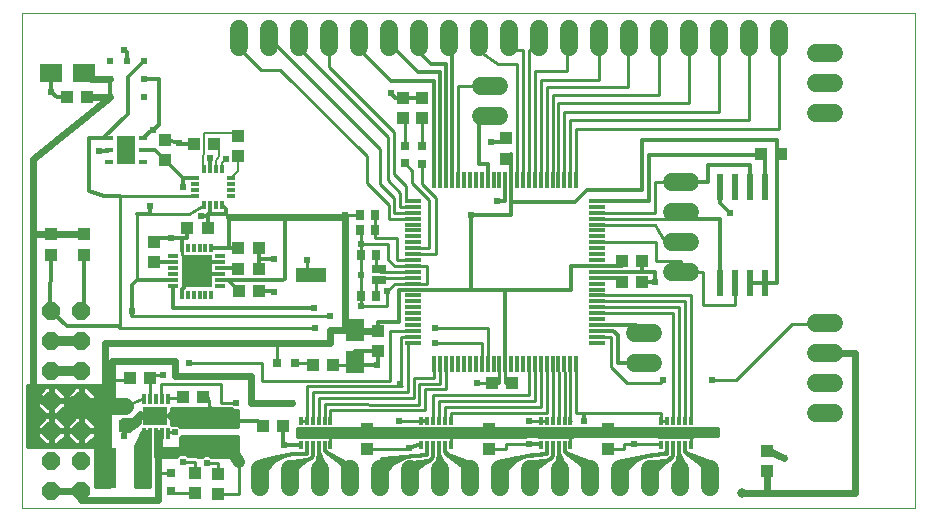
<source format=gtl>
G75*
%MOIN*%
%OFA0B0*%
%FSLAX25Y25*%
%IPPOS*%
%LPD*%
%AMOC8*
5,1,8,0,0,1.08239X$1,22.5*
%
%ADD10C,0.00000*%
%ADD11R,0.04331X0.03937*%
%ADD12R,0.03937X0.04331*%
%ADD13R,0.05906X0.07677*%
%ADD14R,0.08465X0.06299*%
%ADD15C,0.00011*%
%ADD16R,0.03800X0.13200*%
%ADD17R,0.03150X0.03150*%
%ADD18R,0.01200X0.02600*%
%ADD19R,0.12200X0.03900*%
%ADD20C,0.06000*%
%ADD21R,0.01969X0.02362*%
%ADD22R,0.02362X0.01969*%
%ADD23R,0.07677X0.05906*%
%ADD24R,0.01181X0.03150*%
%ADD25R,0.03150X0.01181*%
%ADD26R,0.01378X0.03150*%
%ADD27R,0.03346X0.01378*%
%ADD28R,0.10236X0.11024*%
%ADD29R,0.05512X0.01181*%
%ADD30R,0.01181X0.05512*%
%ADD31R,0.02756X0.03543*%
%ADD32R,0.05000X0.02500*%
%ADD33R,0.10000X0.05000*%
%ADD34R,0.02400X0.08700*%
%ADD35R,0.02800X0.01600*%
%ADD36R,0.05900X0.09400*%
%ADD37OC8,0.06000*%
%ADD38C,0.00800*%
%ADD39C,0.03200*%
%ADD40C,0.01000*%
%ADD41C,0.01200*%
%ADD42C,0.02381*%
%ADD43C,0.02400*%
%ADD44C,0.03562*%
%ADD45C,0.04000*%
%ADD46C,0.03169*%
%ADD47C,0.01600*%
%ADD48C,0.05600*%
D10*
X0004700Y0004550D02*
X0004700Y0169550D01*
X0302200Y0169550D01*
X0302200Y0004550D01*
X0004700Y0004550D01*
X0045531Y0033206D02*
X0045533Y0033254D01*
X0045539Y0033302D01*
X0045549Y0033349D01*
X0045562Y0033395D01*
X0045580Y0033440D01*
X0045600Y0033484D01*
X0045625Y0033526D01*
X0045653Y0033565D01*
X0045683Y0033602D01*
X0045717Y0033636D01*
X0045754Y0033668D01*
X0045792Y0033697D01*
X0045833Y0033722D01*
X0045876Y0033744D01*
X0045921Y0033762D01*
X0045967Y0033776D01*
X0046014Y0033787D01*
X0046062Y0033794D01*
X0046110Y0033797D01*
X0046158Y0033796D01*
X0046206Y0033791D01*
X0046254Y0033782D01*
X0046300Y0033770D01*
X0046345Y0033753D01*
X0046389Y0033733D01*
X0046431Y0033710D01*
X0046471Y0033683D01*
X0046509Y0033653D01*
X0046544Y0033620D01*
X0046576Y0033584D01*
X0046606Y0033546D01*
X0046632Y0033505D01*
X0046654Y0033462D01*
X0046674Y0033418D01*
X0046689Y0033373D01*
X0046701Y0033326D01*
X0046709Y0033278D01*
X0046713Y0033230D01*
X0046713Y0033182D01*
X0046709Y0033134D01*
X0046701Y0033086D01*
X0046689Y0033039D01*
X0046674Y0032994D01*
X0046654Y0032950D01*
X0046632Y0032907D01*
X0046606Y0032866D01*
X0046576Y0032828D01*
X0046544Y0032792D01*
X0046509Y0032759D01*
X0046471Y0032729D01*
X0046431Y0032702D01*
X0046389Y0032679D01*
X0046345Y0032659D01*
X0046300Y0032642D01*
X0046254Y0032630D01*
X0046206Y0032621D01*
X0046158Y0032616D01*
X0046110Y0032615D01*
X0046062Y0032618D01*
X0046014Y0032625D01*
X0045967Y0032636D01*
X0045921Y0032650D01*
X0045876Y0032668D01*
X0045833Y0032690D01*
X0045792Y0032715D01*
X0045754Y0032744D01*
X0045717Y0032776D01*
X0045683Y0032810D01*
X0045653Y0032847D01*
X0045625Y0032886D01*
X0045600Y0032928D01*
X0045580Y0032972D01*
X0045562Y0033017D01*
X0045549Y0033063D01*
X0045539Y0033110D01*
X0045533Y0033158D01*
X0045531Y0033206D01*
X0045531Y0037144D02*
X0045533Y0037192D01*
X0045539Y0037240D01*
X0045549Y0037287D01*
X0045562Y0037333D01*
X0045580Y0037378D01*
X0045600Y0037422D01*
X0045625Y0037464D01*
X0045653Y0037503D01*
X0045683Y0037540D01*
X0045717Y0037574D01*
X0045754Y0037606D01*
X0045792Y0037635D01*
X0045833Y0037660D01*
X0045876Y0037682D01*
X0045921Y0037700D01*
X0045967Y0037714D01*
X0046014Y0037725D01*
X0046062Y0037732D01*
X0046110Y0037735D01*
X0046158Y0037734D01*
X0046206Y0037729D01*
X0046254Y0037720D01*
X0046300Y0037708D01*
X0046345Y0037691D01*
X0046389Y0037671D01*
X0046431Y0037648D01*
X0046471Y0037621D01*
X0046509Y0037591D01*
X0046544Y0037558D01*
X0046576Y0037522D01*
X0046606Y0037484D01*
X0046632Y0037443D01*
X0046654Y0037400D01*
X0046674Y0037356D01*
X0046689Y0037311D01*
X0046701Y0037264D01*
X0046709Y0037216D01*
X0046713Y0037168D01*
X0046713Y0037120D01*
X0046709Y0037072D01*
X0046701Y0037024D01*
X0046689Y0036977D01*
X0046674Y0036932D01*
X0046654Y0036888D01*
X0046632Y0036845D01*
X0046606Y0036804D01*
X0046576Y0036766D01*
X0046544Y0036730D01*
X0046509Y0036697D01*
X0046471Y0036667D01*
X0046431Y0036640D01*
X0046389Y0036617D01*
X0046345Y0036597D01*
X0046300Y0036580D01*
X0046254Y0036568D01*
X0046206Y0036559D01*
X0046158Y0036554D01*
X0046110Y0036553D01*
X0046062Y0036556D01*
X0046014Y0036563D01*
X0045967Y0036574D01*
X0045921Y0036588D01*
X0045876Y0036606D01*
X0045833Y0036628D01*
X0045792Y0036653D01*
X0045754Y0036682D01*
X0045717Y0036714D01*
X0045683Y0036748D01*
X0045653Y0036785D01*
X0045625Y0036824D01*
X0045600Y0036866D01*
X0045580Y0036910D01*
X0045562Y0036955D01*
X0045549Y0037001D01*
X0045539Y0037048D01*
X0045533Y0037096D01*
X0045531Y0037144D01*
X0048484Y0035175D02*
X0048486Y0035223D01*
X0048492Y0035271D01*
X0048502Y0035318D01*
X0048515Y0035364D01*
X0048533Y0035409D01*
X0048553Y0035453D01*
X0048578Y0035495D01*
X0048606Y0035534D01*
X0048636Y0035571D01*
X0048670Y0035605D01*
X0048707Y0035637D01*
X0048745Y0035666D01*
X0048786Y0035691D01*
X0048829Y0035713D01*
X0048874Y0035731D01*
X0048920Y0035745D01*
X0048967Y0035756D01*
X0049015Y0035763D01*
X0049063Y0035766D01*
X0049111Y0035765D01*
X0049159Y0035760D01*
X0049207Y0035751D01*
X0049253Y0035739D01*
X0049298Y0035722D01*
X0049342Y0035702D01*
X0049384Y0035679D01*
X0049424Y0035652D01*
X0049462Y0035622D01*
X0049497Y0035589D01*
X0049529Y0035553D01*
X0049559Y0035515D01*
X0049585Y0035474D01*
X0049607Y0035431D01*
X0049627Y0035387D01*
X0049642Y0035342D01*
X0049654Y0035295D01*
X0049662Y0035247D01*
X0049666Y0035199D01*
X0049666Y0035151D01*
X0049662Y0035103D01*
X0049654Y0035055D01*
X0049642Y0035008D01*
X0049627Y0034963D01*
X0049607Y0034919D01*
X0049585Y0034876D01*
X0049559Y0034835D01*
X0049529Y0034797D01*
X0049497Y0034761D01*
X0049462Y0034728D01*
X0049424Y0034698D01*
X0049384Y0034671D01*
X0049342Y0034648D01*
X0049298Y0034628D01*
X0049253Y0034611D01*
X0049207Y0034599D01*
X0049159Y0034590D01*
X0049111Y0034585D01*
X0049063Y0034584D01*
X0049015Y0034587D01*
X0048967Y0034594D01*
X0048920Y0034605D01*
X0048874Y0034619D01*
X0048829Y0034637D01*
X0048786Y0034659D01*
X0048745Y0034684D01*
X0048707Y0034713D01*
X0048670Y0034745D01*
X0048636Y0034779D01*
X0048606Y0034816D01*
X0048578Y0034855D01*
X0048553Y0034897D01*
X0048533Y0034941D01*
X0048515Y0034986D01*
X0048502Y0035032D01*
X0048492Y0035079D01*
X0048486Y0035127D01*
X0048484Y0035175D01*
X0051437Y0033206D02*
X0051439Y0033254D01*
X0051445Y0033302D01*
X0051455Y0033349D01*
X0051468Y0033395D01*
X0051486Y0033440D01*
X0051506Y0033484D01*
X0051531Y0033526D01*
X0051559Y0033565D01*
X0051589Y0033602D01*
X0051623Y0033636D01*
X0051660Y0033668D01*
X0051698Y0033697D01*
X0051739Y0033722D01*
X0051782Y0033744D01*
X0051827Y0033762D01*
X0051873Y0033776D01*
X0051920Y0033787D01*
X0051968Y0033794D01*
X0052016Y0033797D01*
X0052064Y0033796D01*
X0052112Y0033791D01*
X0052160Y0033782D01*
X0052206Y0033770D01*
X0052251Y0033753D01*
X0052295Y0033733D01*
X0052337Y0033710D01*
X0052377Y0033683D01*
X0052415Y0033653D01*
X0052450Y0033620D01*
X0052482Y0033584D01*
X0052512Y0033546D01*
X0052538Y0033505D01*
X0052560Y0033462D01*
X0052580Y0033418D01*
X0052595Y0033373D01*
X0052607Y0033326D01*
X0052615Y0033278D01*
X0052619Y0033230D01*
X0052619Y0033182D01*
X0052615Y0033134D01*
X0052607Y0033086D01*
X0052595Y0033039D01*
X0052580Y0032994D01*
X0052560Y0032950D01*
X0052538Y0032907D01*
X0052512Y0032866D01*
X0052482Y0032828D01*
X0052450Y0032792D01*
X0052415Y0032759D01*
X0052377Y0032729D01*
X0052337Y0032702D01*
X0052295Y0032679D01*
X0052251Y0032659D01*
X0052206Y0032642D01*
X0052160Y0032630D01*
X0052112Y0032621D01*
X0052064Y0032616D01*
X0052016Y0032615D01*
X0051968Y0032618D01*
X0051920Y0032625D01*
X0051873Y0032636D01*
X0051827Y0032650D01*
X0051782Y0032668D01*
X0051739Y0032690D01*
X0051698Y0032715D01*
X0051660Y0032744D01*
X0051623Y0032776D01*
X0051589Y0032810D01*
X0051559Y0032847D01*
X0051531Y0032886D01*
X0051506Y0032928D01*
X0051486Y0032972D01*
X0051468Y0033017D01*
X0051455Y0033063D01*
X0051445Y0033110D01*
X0051439Y0033158D01*
X0051437Y0033206D01*
X0051437Y0037144D02*
X0051439Y0037192D01*
X0051445Y0037240D01*
X0051455Y0037287D01*
X0051468Y0037333D01*
X0051486Y0037378D01*
X0051506Y0037422D01*
X0051531Y0037464D01*
X0051559Y0037503D01*
X0051589Y0037540D01*
X0051623Y0037574D01*
X0051660Y0037606D01*
X0051698Y0037635D01*
X0051739Y0037660D01*
X0051782Y0037682D01*
X0051827Y0037700D01*
X0051873Y0037714D01*
X0051920Y0037725D01*
X0051968Y0037732D01*
X0052016Y0037735D01*
X0052064Y0037734D01*
X0052112Y0037729D01*
X0052160Y0037720D01*
X0052206Y0037708D01*
X0052251Y0037691D01*
X0052295Y0037671D01*
X0052337Y0037648D01*
X0052377Y0037621D01*
X0052415Y0037591D01*
X0052450Y0037558D01*
X0052482Y0037522D01*
X0052512Y0037484D01*
X0052538Y0037443D01*
X0052560Y0037400D01*
X0052580Y0037356D01*
X0052595Y0037311D01*
X0052607Y0037264D01*
X0052615Y0037216D01*
X0052619Y0037168D01*
X0052619Y0037120D01*
X0052615Y0037072D01*
X0052607Y0037024D01*
X0052595Y0036977D01*
X0052580Y0036932D01*
X0052560Y0036888D01*
X0052538Y0036845D01*
X0052512Y0036804D01*
X0052482Y0036766D01*
X0052450Y0036730D01*
X0052415Y0036697D01*
X0052377Y0036667D01*
X0052337Y0036640D01*
X0052295Y0036617D01*
X0052251Y0036597D01*
X0052206Y0036580D01*
X0052160Y0036568D01*
X0052112Y0036559D01*
X0052064Y0036554D01*
X0052016Y0036553D01*
X0051968Y0036556D01*
X0051920Y0036563D01*
X0051873Y0036574D01*
X0051827Y0036588D01*
X0051782Y0036606D01*
X0051739Y0036628D01*
X0051698Y0036653D01*
X0051660Y0036682D01*
X0051623Y0036714D01*
X0051589Y0036748D01*
X0051559Y0036785D01*
X0051531Y0036824D01*
X0051506Y0036866D01*
X0051486Y0036910D01*
X0051468Y0036955D01*
X0051455Y0037001D01*
X0051445Y0037048D01*
X0051439Y0037096D01*
X0051437Y0037144D01*
D11*
X0058229Y0041425D03*
X0064921Y0041425D03*
X0084954Y0031850D03*
X0091646Y0031850D03*
X0069900Y0015896D03*
X0062200Y0015971D03*
X0062200Y0009279D03*
X0069900Y0009204D03*
X0161304Y0046000D03*
X0167996Y0046000D03*
X0204654Y0079750D03*
X0211346Y0079750D03*
X0211346Y0086650D03*
X0204654Y0086650D03*
X0137800Y0134504D03*
X0131600Y0134404D03*
X0131600Y0141096D03*
X0137800Y0141196D03*
X0068546Y0125750D03*
X0061854Y0125750D03*
X0026246Y0141450D03*
X0019554Y0141450D03*
X0059754Y0097750D03*
X0066446Y0097750D03*
X0076754Y0091050D03*
X0083446Y0091050D03*
X0083446Y0084250D03*
X0076754Y0084250D03*
X0076954Y0076650D03*
X0083646Y0076650D03*
X0025300Y0088904D03*
X0025300Y0095596D03*
X0014100Y0095596D03*
X0014100Y0088904D03*
D12*
X0048500Y0086404D03*
X0048500Y0093096D03*
X0052300Y0120504D03*
X0052300Y0127196D03*
X0076600Y0128496D03*
X0076600Y0121804D03*
X0166000Y0120904D03*
X0166000Y0127596D03*
X0250954Y0122450D03*
X0257646Y0122450D03*
X0123100Y0063396D03*
X0123100Y0056704D03*
X0108246Y0052250D03*
X0101554Y0052250D03*
X0074075Y0033521D03*
X0067775Y0033521D03*
X0067775Y0026829D03*
X0074075Y0026829D03*
X0060875Y0026829D03*
X0060875Y0033521D03*
X0039075Y0031829D03*
X0039075Y0038521D03*
X0040729Y0047675D03*
X0047421Y0047675D03*
X0119700Y0030796D03*
X0119700Y0024104D03*
X0160300Y0024104D03*
X0160300Y0030796D03*
X0199900Y0030796D03*
X0199900Y0024104D03*
X0253000Y0023496D03*
X0253000Y0016804D03*
D13*
X0115700Y0053037D03*
X0115700Y0063863D03*
D14*
X0049075Y0035175D03*
D15*
X0049621Y0031036D02*
X0049621Y0027798D01*
X0048529Y0027798D01*
X0048529Y0031036D01*
X0049621Y0031036D01*
X0049621Y0027808D02*
X0048529Y0027808D01*
X0048529Y0027818D02*
X0049621Y0027818D01*
X0049621Y0027828D02*
X0048529Y0027828D01*
X0048529Y0027838D02*
X0049621Y0027838D01*
X0049621Y0027848D02*
X0048529Y0027848D01*
X0048529Y0027858D02*
X0049621Y0027858D01*
X0049621Y0027868D02*
X0048529Y0027868D01*
X0048529Y0027878D02*
X0049621Y0027878D01*
X0049621Y0027888D02*
X0048529Y0027888D01*
X0048529Y0027898D02*
X0049621Y0027898D01*
X0049621Y0027908D02*
X0048529Y0027908D01*
X0048529Y0027918D02*
X0049621Y0027918D01*
X0049621Y0027928D02*
X0048529Y0027928D01*
X0048529Y0027938D02*
X0049621Y0027938D01*
X0049621Y0027948D02*
X0048529Y0027948D01*
X0048529Y0027958D02*
X0049621Y0027958D01*
X0049621Y0027968D02*
X0048529Y0027968D01*
X0048529Y0027978D02*
X0049621Y0027978D01*
X0049621Y0027988D02*
X0048529Y0027988D01*
X0048529Y0027998D02*
X0049621Y0027998D01*
X0049621Y0028008D02*
X0048529Y0028008D01*
X0048529Y0028018D02*
X0049621Y0028018D01*
X0049621Y0028028D02*
X0048529Y0028028D01*
X0048529Y0028038D02*
X0049621Y0028038D01*
X0049621Y0028048D02*
X0048529Y0028048D01*
X0048529Y0028058D02*
X0049621Y0028058D01*
X0049621Y0028068D02*
X0048529Y0028068D01*
X0048529Y0028078D02*
X0049621Y0028078D01*
X0049621Y0028088D02*
X0048529Y0028088D01*
X0048529Y0028098D02*
X0049621Y0028098D01*
X0049621Y0028108D02*
X0048529Y0028108D01*
X0048529Y0028118D02*
X0049621Y0028118D01*
X0049621Y0028128D02*
X0048529Y0028128D01*
X0048529Y0028138D02*
X0049621Y0028138D01*
X0049621Y0028148D02*
X0048529Y0028148D01*
X0048529Y0028158D02*
X0049621Y0028158D01*
X0049621Y0028168D02*
X0048529Y0028168D01*
X0048529Y0028178D02*
X0049621Y0028178D01*
X0049621Y0028188D02*
X0048529Y0028188D01*
X0048529Y0028198D02*
X0049621Y0028198D01*
X0049621Y0028208D02*
X0048529Y0028208D01*
X0048529Y0028218D02*
X0049621Y0028218D01*
X0049621Y0028228D02*
X0048529Y0028228D01*
X0048529Y0028238D02*
X0049621Y0028238D01*
X0049621Y0028248D02*
X0048529Y0028248D01*
X0048529Y0028258D02*
X0049621Y0028258D01*
X0049621Y0028268D02*
X0048529Y0028268D01*
X0048529Y0028278D02*
X0049621Y0028278D01*
X0049621Y0028288D02*
X0048529Y0028288D01*
X0048529Y0028298D02*
X0049621Y0028298D01*
X0049621Y0028308D02*
X0048529Y0028308D01*
X0048529Y0028318D02*
X0049621Y0028318D01*
X0049621Y0028328D02*
X0048529Y0028328D01*
X0048529Y0028338D02*
X0049621Y0028338D01*
X0049621Y0028348D02*
X0048529Y0028348D01*
X0048529Y0028358D02*
X0049621Y0028358D01*
X0049621Y0028368D02*
X0048529Y0028368D01*
X0048529Y0028378D02*
X0049621Y0028378D01*
X0049621Y0028388D02*
X0048529Y0028388D01*
X0048529Y0028398D02*
X0049621Y0028398D01*
X0049621Y0028408D02*
X0048529Y0028408D01*
X0048529Y0028418D02*
X0049621Y0028418D01*
X0049621Y0028428D02*
X0048529Y0028428D01*
X0048529Y0028438D02*
X0049621Y0028438D01*
X0049621Y0028448D02*
X0048529Y0028448D01*
X0048529Y0028458D02*
X0049621Y0028458D01*
X0049621Y0028468D02*
X0048529Y0028468D01*
X0048529Y0028478D02*
X0049621Y0028478D01*
X0049621Y0028488D02*
X0048529Y0028488D01*
X0048529Y0028498D02*
X0049621Y0028498D01*
X0049621Y0028508D02*
X0048529Y0028508D01*
X0048529Y0028518D02*
X0049621Y0028518D01*
X0049621Y0028528D02*
X0048529Y0028528D01*
X0048529Y0028538D02*
X0049621Y0028538D01*
X0049621Y0028548D02*
X0048529Y0028548D01*
X0048529Y0028558D02*
X0049621Y0028558D01*
X0049621Y0028568D02*
X0048529Y0028568D01*
X0048529Y0028578D02*
X0049621Y0028578D01*
X0049621Y0028588D02*
X0048529Y0028588D01*
X0048529Y0028598D02*
X0049621Y0028598D01*
X0049621Y0028608D02*
X0048529Y0028608D01*
X0048529Y0028618D02*
X0049621Y0028618D01*
X0049621Y0028628D02*
X0048529Y0028628D01*
X0048529Y0028638D02*
X0049621Y0028638D01*
X0049621Y0028648D02*
X0048529Y0028648D01*
X0048529Y0028658D02*
X0049621Y0028658D01*
X0049621Y0028668D02*
X0048529Y0028668D01*
X0048529Y0028678D02*
X0049621Y0028678D01*
X0049621Y0028688D02*
X0048529Y0028688D01*
X0048529Y0028698D02*
X0049621Y0028698D01*
X0049621Y0028708D02*
X0048529Y0028708D01*
X0048529Y0028718D02*
X0049621Y0028718D01*
X0049621Y0028728D02*
X0048529Y0028728D01*
X0048529Y0028738D02*
X0049621Y0028738D01*
X0049621Y0028748D02*
X0048529Y0028748D01*
X0048529Y0028758D02*
X0049621Y0028758D01*
X0049621Y0028768D02*
X0048529Y0028768D01*
X0048529Y0028778D02*
X0049621Y0028778D01*
X0049621Y0028788D02*
X0048529Y0028788D01*
X0048529Y0028798D02*
X0049621Y0028798D01*
X0049621Y0028808D02*
X0048529Y0028808D01*
X0048529Y0028818D02*
X0049621Y0028818D01*
X0049621Y0028828D02*
X0048529Y0028828D01*
X0048529Y0028838D02*
X0049621Y0028838D01*
X0049621Y0028848D02*
X0048529Y0028848D01*
X0048529Y0028858D02*
X0049621Y0028858D01*
X0049621Y0028868D02*
X0048529Y0028868D01*
X0048529Y0028878D02*
X0049621Y0028878D01*
X0049621Y0028888D02*
X0048529Y0028888D01*
X0048529Y0028898D02*
X0049621Y0028898D01*
X0049621Y0028908D02*
X0048529Y0028908D01*
X0048529Y0028918D02*
X0049621Y0028918D01*
X0049621Y0028928D02*
X0048529Y0028928D01*
X0048529Y0028938D02*
X0049621Y0028938D01*
X0049621Y0028948D02*
X0048529Y0028948D01*
X0048529Y0028958D02*
X0049621Y0028958D01*
X0049621Y0028968D02*
X0048529Y0028968D01*
X0048529Y0028978D02*
X0049621Y0028978D01*
X0049621Y0028988D02*
X0048529Y0028988D01*
X0048529Y0028998D02*
X0049621Y0028998D01*
X0049621Y0029008D02*
X0048529Y0029008D01*
X0048529Y0029018D02*
X0049621Y0029018D01*
X0049621Y0029028D02*
X0048529Y0029028D01*
X0048529Y0029038D02*
X0049621Y0029038D01*
X0049621Y0029048D02*
X0048529Y0029048D01*
X0048529Y0029058D02*
X0049621Y0029058D01*
X0049621Y0029068D02*
X0048529Y0029068D01*
X0048529Y0029078D02*
X0049621Y0029078D01*
X0049621Y0029088D02*
X0048529Y0029088D01*
X0048529Y0029098D02*
X0049621Y0029098D01*
X0049621Y0029108D02*
X0048529Y0029108D01*
X0048529Y0029118D02*
X0049621Y0029118D01*
X0049621Y0029128D02*
X0048529Y0029128D01*
X0048529Y0029138D02*
X0049621Y0029138D01*
X0049621Y0029148D02*
X0048529Y0029148D01*
X0048529Y0029158D02*
X0049621Y0029158D01*
X0049621Y0029168D02*
X0048529Y0029168D01*
X0048529Y0029178D02*
X0049621Y0029178D01*
X0049621Y0029188D02*
X0048529Y0029188D01*
X0048529Y0029198D02*
X0049621Y0029198D01*
X0049621Y0029208D02*
X0048529Y0029208D01*
X0048529Y0029218D02*
X0049621Y0029218D01*
X0049621Y0029228D02*
X0048529Y0029228D01*
X0048529Y0029238D02*
X0049621Y0029238D01*
X0049621Y0029248D02*
X0048529Y0029248D01*
X0048529Y0029258D02*
X0049621Y0029258D01*
X0049621Y0029268D02*
X0048529Y0029268D01*
X0048529Y0029278D02*
X0049621Y0029278D01*
X0049621Y0029288D02*
X0048529Y0029288D01*
X0048529Y0029298D02*
X0049621Y0029298D01*
X0049621Y0029308D02*
X0048529Y0029308D01*
X0048529Y0029318D02*
X0049621Y0029318D01*
X0049621Y0029328D02*
X0048529Y0029328D01*
X0048529Y0029338D02*
X0049621Y0029338D01*
X0049621Y0029348D02*
X0048529Y0029348D01*
X0048529Y0029358D02*
X0049621Y0029358D01*
X0049621Y0029368D02*
X0048529Y0029368D01*
X0048529Y0029378D02*
X0049621Y0029378D01*
X0049621Y0029388D02*
X0048529Y0029388D01*
X0048529Y0029398D02*
X0049621Y0029398D01*
X0049621Y0029408D02*
X0048529Y0029408D01*
X0048529Y0029418D02*
X0049621Y0029418D01*
X0049621Y0029428D02*
X0048529Y0029428D01*
X0048529Y0029438D02*
X0049621Y0029438D01*
X0049621Y0029448D02*
X0048529Y0029448D01*
X0048529Y0029458D02*
X0049621Y0029458D01*
X0049621Y0029468D02*
X0048529Y0029468D01*
X0048529Y0029478D02*
X0049621Y0029478D01*
X0049621Y0029488D02*
X0048529Y0029488D01*
X0048529Y0029498D02*
X0049621Y0029498D01*
X0049621Y0029508D02*
X0048529Y0029508D01*
X0048529Y0029518D02*
X0049621Y0029518D01*
X0049621Y0029528D02*
X0048529Y0029528D01*
X0048529Y0029538D02*
X0049621Y0029538D01*
X0049621Y0029548D02*
X0048529Y0029548D01*
X0048529Y0029558D02*
X0049621Y0029558D01*
X0049621Y0029568D02*
X0048529Y0029568D01*
X0048529Y0029578D02*
X0049621Y0029578D01*
X0049621Y0029588D02*
X0048529Y0029588D01*
X0048529Y0029598D02*
X0049621Y0029598D01*
X0049621Y0029608D02*
X0048529Y0029608D01*
X0048529Y0029618D02*
X0049621Y0029618D01*
X0049621Y0029628D02*
X0048529Y0029628D01*
X0048529Y0029638D02*
X0049621Y0029638D01*
X0049621Y0029648D02*
X0048529Y0029648D01*
X0048529Y0029658D02*
X0049621Y0029658D01*
X0049621Y0029668D02*
X0048529Y0029668D01*
X0048529Y0029678D02*
X0049621Y0029678D01*
X0049621Y0029688D02*
X0048529Y0029688D01*
X0048529Y0029698D02*
X0049621Y0029698D01*
X0049621Y0029708D02*
X0048529Y0029708D01*
X0048529Y0029718D02*
X0049621Y0029718D01*
X0049621Y0029728D02*
X0048529Y0029728D01*
X0048529Y0029738D02*
X0049621Y0029738D01*
X0049621Y0029748D02*
X0048529Y0029748D01*
X0048529Y0029758D02*
X0049621Y0029758D01*
X0049621Y0029768D02*
X0048529Y0029768D01*
X0048529Y0029778D02*
X0049621Y0029778D01*
X0049621Y0029788D02*
X0048529Y0029788D01*
X0048529Y0029798D02*
X0049621Y0029798D01*
X0049621Y0029808D02*
X0048529Y0029808D01*
X0048529Y0029818D02*
X0049621Y0029818D01*
X0049621Y0029828D02*
X0048529Y0029828D01*
X0048529Y0029838D02*
X0049621Y0029838D01*
X0049621Y0029848D02*
X0048529Y0029848D01*
X0048529Y0029858D02*
X0049621Y0029858D01*
X0049621Y0029868D02*
X0048529Y0029868D01*
X0048529Y0029878D02*
X0049621Y0029878D01*
X0049621Y0029888D02*
X0048529Y0029888D01*
X0048529Y0029898D02*
X0049621Y0029898D01*
X0049621Y0029908D02*
X0048529Y0029908D01*
X0048529Y0029918D02*
X0049621Y0029918D01*
X0049621Y0029928D02*
X0048529Y0029928D01*
X0048529Y0029938D02*
X0049621Y0029938D01*
X0049621Y0029948D02*
X0048529Y0029948D01*
X0048529Y0029958D02*
X0049621Y0029958D01*
X0049621Y0029968D02*
X0048529Y0029968D01*
X0048529Y0029978D02*
X0049621Y0029978D01*
X0049621Y0029988D02*
X0048529Y0029988D01*
X0048529Y0029998D02*
X0049621Y0029998D01*
X0049621Y0030008D02*
X0048529Y0030008D01*
X0048529Y0030018D02*
X0049621Y0030018D01*
X0049621Y0030028D02*
X0048529Y0030028D01*
X0048529Y0030038D02*
X0049621Y0030038D01*
X0049621Y0030048D02*
X0048529Y0030048D01*
X0048529Y0030058D02*
X0049621Y0030058D01*
X0049621Y0030068D02*
X0048529Y0030068D01*
X0048529Y0030078D02*
X0049621Y0030078D01*
X0049621Y0030088D02*
X0048529Y0030088D01*
X0048529Y0030098D02*
X0049621Y0030098D01*
X0049621Y0030108D02*
X0048529Y0030108D01*
X0048529Y0030118D02*
X0049621Y0030118D01*
X0049621Y0030128D02*
X0048529Y0030128D01*
X0048529Y0030138D02*
X0049621Y0030138D01*
X0049621Y0030148D02*
X0048529Y0030148D01*
X0048529Y0030158D02*
X0049621Y0030158D01*
X0049621Y0030168D02*
X0048529Y0030168D01*
X0048529Y0030178D02*
X0049621Y0030178D01*
X0049621Y0030188D02*
X0048529Y0030188D01*
X0048529Y0030198D02*
X0049621Y0030198D01*
X0049621Y0030208D02*
X0048529Y0030208D01*
X0048529Y0030218D02*
X0049621Y0030218D01*
X0049621Y0030228D02*
X0048529Y0030228D01*
X0048529Y0030238D02*
X0049621Y0030238D01*
X0049621Y0030248D02*
X0048529Y0030248D01*
X0048529Y0030258D02*
X0049621Y0030258D01*
X0049621Y0030268D02*
X0048529Y0030268D01*
X0048529Y0030278D02*
X0049621Y0030278D01*
X0049621Y0030288D02*
X0048529Y0030288D01*
X0048529Y0030298D02*
X0049621Y0030298D01*
X0049621Y0030308D02*
X0048529Y0030308D01*
X0048529Y0030318D02*
X0049621Y0030318D01*
X0049621Y0030328D02*
X0048529Y0030328D01*
X0048529Y0030338D02*
X0049621Y0030338D01*
X0049621Y0030348D02*
X0048529Y0030348D01*
X0048529Y0030358D02*
X0049621Y0030358D01*
X0049621Y0030368D02*
X0048529Y0030368D01*
X0048529Y0030378D02*
X0049621Y0030378D01*
X0049621Y0030388D02*
X0048529Y0030388D01*
X0048529Y0030398D02*
X0049621Y0030398D01*
X0049621Y0030408D02*
X0048529Y0030408D01*
X0048529Y0030418D02*
X0049621Y0030418D01*
X0049621Y0030428D02*
X0048529Y0030428D01*
X0048529Y0030438D02*
X0049621Y0030438D01*
X0049621Y0030448D02*
X0048529Y0030448D01*
X0048529Y0030458D02*
X0049621Y0030458D01*
X0049621Y0030468D02*
X0048529Y0030468D01*
X0048529Y0030478D02*
X0049621Y0030478D01*
X0049621Y0030488D02*
X0048529Y0030488D01*
X0048529Y0030498D02*
X0049621Y0030498D01*
X0049621Y0030508D02*
X0048529Y0030508D01*
X0048529Y0030518D02*
X0049621Y0030518D01*
X0049621Y0030528D02*
X0048529Y0030528D01*
X0048529Y0030538D02*
X0049621Y0030538D01*
X0049621Y0030548D02*
X0048529Y0030548D01*
X0048529Y0030558D02*
X0049621Y0030558D01*
X0049621Y0030568D02*
X0048529Y0030568D01*
X0048529Y0030578D02*
X0049621Y0030578D01*
X0049621Y0030588D02*
X0048529Y0030588D01*
X0048529Y0030598D02*
X0049621Y0030598D01*
X0049621Y0030608D02*
X0048529Y0030608D01*
X0048529Y0030618D02*
X0049621Y0030618D01*
X0049621Y0030628D02*
X0048529Y0030628D01*
X0048529Y0030638D02*
X0049621Y0030638D01*
X0049621Y0030648D02*
X0048529Y0030648D01*
X0048529Y0030658D02*
X0049621Y0030658D01*
X0049621Y0030668D02*
X0048529Y0030668D01*
X0048529Y0030678D02*
X0049621Y0030678D01*
X0049621Y0030688D02*
X0048529Y0030688D01*
X0048529Y0030698D02*
X0049621Y0030698D01*
X0049621Y0030708D02*
X0048529Y0030708D01*
X0048529Y0030718D02*
X0049621Y0030718D01*
X0049621Y0030728D02*
X0048529Y0030728D01*
X0048529Y0030738D02*
X0049621Y0030738D01*
X0049621Y0030748D02*
X0048529Y0030748D01*
X0048529Y0030758D02*
X0049621Y0030758D01*
X0049621Y0030768D02*
X0048529Y0030768D01*
X0048529Y0030778D02*
X0049621Y0030778D01*
X0049621Y0030788D02*
X0048529Y0030788D01*
X0048529Y0030798D02*
X0049621Y0030798D01*
X0049621Y0030808D02*
X0048529Y0030808D01*
X0048529Y0030818D02*
X0049621Y0030818D01*
X0049621Y0030828D02*
X0048529Y0030828D01*
X0048529Y0030838D02*
X0049621Y0030838D01*
X0049621Y0030848D02*
X0048529Y0030848D01*
X0048529Y0030858D02*
X0049621Y0030858D01*
X0049621Y0030868D02*
X0048529Y0030868D01*
X0048529Y0030878D02*
X0049621Y0030878D01*
X0049621Y0030888D02*
X0048529Y0030888D01*
X0048529Y0030898D02*
X0049621Y0030898D01*
X0049621Y0030908D02*
X0048529Y0030908D01*
X0048529Y0030918D02*
X0049621Y0030918D01*
X0049621Y0030928D02*
X0048529Y0030928D01*
X0048529Y0030938D02*
X0049621Y0030938D01*
X0049621Y0030948D02*
X0048529Y0030948D01*
X0048529Y0030958D02*
X0049621Y0030958D01*
X0049621Y0030968D02*
X0048529Y0030968D01*
X0048529Y0030978D02*
X0049621Y0030978D01*
X0049621Y0030988D02*
X0048529Y0030988D01*
X0048529Y0030998D02*
X0049621Y0030998D01*
X0049621Y0031008D02*
X0048529Y0031008D01*
X0048529Y0031018D02*
X0049621Y0031018D01*
X0049621Y0031028D02*
X0048529Y0031028D01*
X0047652Y0031036D02*
X0047652Y0027798D01*
X0046560Y0027798D01*
X0046560Y0031036D01*
X0047652Y0031036D01*
X0047652Y0027808D02*
X0046560Y0027808D01*
X0046560Y0027818D02*
X0047652Y0027818D01*
X0047652Y0027828D02*
X0046560Y0027828D01*
X0046560Y0027838D02*
X0047652Y0027838D01*
X0047652Y0027848D02*
X0046560Y0027848D01*
X0046560Y0027858D02*
X0047652Y0027858D01*
X0047652Y0027868D02*
X0046560Y0027868D01*
X0046560Y0027878D02*
X0047652Y0027878D01*
X0047652Y0027888D02*
X0046560Y0027888D01*
X0046560Y0027898D02*
X0047652Y0027898D01*
X0047652Y0027908D02*
X0046560Y0027908D01*
X0046560Y0027918D02*
X0047652Y0027918D01*
X0047652Y0027928D02*
X0046560Y0027928D01*
X0046560Y0027938D02*
X0047652Y0027938D01*
X0047652Y0027948D02*
X0046560Y0027948D01*
X0046560Y0027958D02*
X0047652Y0027958D01*
X0047652Y0027968D02*
X0046560Y0027968D01*
X0046560Y0027978D02*
X0047652Y0027978D01*
X0047652Y0027988D02*
X0046560Y0027988D01*
X0046560Y0027998D02*
X0047652Y0027998D01*
X0047652Y0028008D02*
X0046560Y0028008D01*
X0046560Y0028018D02*
X0047652Y0028018D01*
X0047652Y0028028D02*
X0046560Y0028028D01*
X0046560Y0028038D02*
X0047652Y0028038D01*
X0047652Y0028048D02*
X0046560Y0028048D01*
X0046560Y0028058D02*
X0047652Y0028058D01*
X0047652Y0028068D02*
X0046560Y0028068D01*
X0046560Y0028078D02*
X0047652Y0028078D01*
X0047652Y0028088D02*
X0046560Y0028088D01*
X0046560Y0028098D02*
X0047652Y0028098D01*
X0047652Y0028108D02*
X0046560Y0028108D01*
X0046560Y0028118D02*
X0047652Y0028118D01*
X0047652Y0028128D02*
X0046560Y0028128D01*
X0046560Y0028138D02*
X0047652Y0028138D01*
X0047652Y0028148D02*
X0046560Y0028148D01*
X0046560Y0028158D02*
X0047652Y0028158D01*
X0047652Y0028168D02*
X0046560Y0028168D01*
X0046560Y0028178D02*
X0047652Y0028178D01*
X0047652Y0028188D02*
X0046560Y0028188D01*
X0046560Y0028198D02*
X0047652Y0028198D01*
X0047652Y0028208D02*
X0046560Y0028208D01*
X0046560Y0028218D02*
X0047652Y0028218D01*
X0047652Y0028228D02*
X0046560Y0028228D01*
X0046560Y0028238D02*
X0047652Y0028238D01*
X0047652Y0028248D02*
X0046560Y0028248D01*
X0046560Y0028258D02*
X0047652Y0028258D01*
X0047652Y0028268D02*
X0046560Y0028268D01*
X0046560Y0028278D02*
X0047652Y0028278D01*
X0047652Y0028288D02*
X0046560Y0028288D01*
X0046560Y0028298D02*
X0047652Y0028298D01*
X0047652Y0028308D02*
X0046560Y0028308D01*
X0046560Y0028318D02*
X0047652Y0028318D01*
X0047652Y0028328D02*
X0046560Y0028328D01*
X0046560Y0028338D02*
X0047652Y0028338D01*
X0047652Y0028348D02*
X0046560Y0028348D01*
X0046560Y0028358D02*
X0047652Y0028358D01*
X0047652Y0028368D02*
X0046560Y0028368D01*
X0046560Y0028378D02*
X0047652Y0028378D01*
X0047652Y0028388D02*
X0046560Y0028388D01*
X0046560Y0028398D02*
X0047652Y0028398D01*
X0047652Y0028408D02*
X0046560Y0028408D01*
X0046560Y0028418D02*
X0047652Y0028418D01*
X0047652Y0028428D02*
X0046560Y0028428D01*
X0046560Y0028438D02*
X0047652Y0028438D01*
X0047652Y0028448D02*
X0046560Y0028448D01*
X0046560Y0028458D02*
X0047652Y0028458D01*
X0047652Y0028468D02*
X0046560Y0028468D01*
X0046560Y0028478D02*
X0047652Y0028478D01*
X0047652Y0028488D02*
X0046560Y0028488D01*
X0046560Y0028498D02*
X0047652Y0028498D01*
X0047652Y0028508D02*
X0046560Y0028508D01*
X0046560Y0028518D02*
X0047652Y0028518D01*
X0047652Y0028528D02*
X0046560Y0028528D01*
X0046560Y0028538D02*
X0047652Y0028538D01*
X0047652Y0028548D02*
X0046560Y0028548D01*
X0046560Y0028558D02*
X0047652Y0028558D01*
X0047652Y0028568D02*
X0046560Y0028568D01*
X0046560Y0028578D02*
X0047652Y0028578D01*
X0047652Y0028588D02*
X0046560Y0028588D01*
X0046560Y0028598D02*
X0047652Y0028598D01*
X0047652Y0028608D02*
X0046560Y0028608D01*
X0046560Y0028618D02*
X0047652Y0028618D01*
X0047652Y0028628D02*
X0046560Y0028628D01*
X0046560Y0028638D02*
X0047652Y0028638D01*
X0047652Y0028648D02*
X0046560Y0028648D01*
X0046560Y0028658D02*
X0047652Y0028658D01*
X0047652Y0028668D02*
X0046560Y0028668D01*
X0046560Y0028678D02*
X0047652Y0028678D01*
X0047652Y0028688D02*
X0046560Y0028688D01*
X0046560Y0028698D02*
X0047652Y0028698D01*
X0047652Y0028708D02*
X0046560Y0028708D01*
X0046560Y0028718D02*
X0047652Y0028718D01*
X0047652Y0028728D02*
X0046560Y0028728D01*
X0046560Y0028738D02*
X0047652Y0028738D01*
X0047652Y0028748D02*
X0046560Y0028748D01*
X0046560Y0028758D02*
X0047652Y0028758D01*
X0047652Y0028768D02*
X0046560Y0028768D01*
X0046560Y0028778D02*
X0047652Y0028778D01*
X0047652Y0028788D02*
X0046560Y0028788D01*
X0046560Y0028798D02*
X0047652Y0028798D01*
X0047652Y0028808D02*
X0046560Y0028808D01*
X0046560Y0028818D02*
X0047652Y0028818D01*
X0047652Y0028828D02*
X0046560Y0028828D01*
X0046560Y0028838D02*
X0047652Y0028838D01*
X0047652Y0028848D02*
X0046560Y0028848D01*
X0046560Y0028858D02*
X0047652Y0028858D01*
X0047652Y0028868D02*
X0046560Y0028868D01*
X0046560Y0028878D02*
X0047652Y0028878D01*
X0047652Y0028888D02*
X0046560Y0028888D01*
X0046560Y0028898D02*
X0047652Y0028898D01*
X0047652Y0028908D02*
X0046560Y0028908D01*
X0046560Y0028918D02*
X0047652Y0028918D01*
X0047652Y0028928D02*
X0046560Y0028928D01*
X0046560Y0028938D02*
X0047652Y0028938D01*
X0047652Y0028948D02*
X0046560Y0028948D01*
X0046560Y0028958D02*
X0047652Y0028958D01*
X0047652Y0028968D02*
X0046560Y0028968D01*
X0046560Y0028978D02*
X0047652Y0028978D01*
X0047652Y0028988D02*
X0046560Y0028988D01*
X0046560Y0028998D02*
X0047652Y0028998D01*
X0047652Y0029008D02*
X0046560Y0029008D01*
X0046560Y0029018D02*
X0047652Y0029018D01*
X0047652Y0029028D02*
X0046560Y0029028D01*
X0046560Y0029038D02*
X0047652Y0029038D01*
X0047652Y0029048D02*
X0046560Y0029048D01*
X0046560Y0029058D02*
X0047652Y0029058D01*
X0047652Y0029068D02*
X0046560Y0029068D01*
X0046560Y0029078D02*
X0047652Y0029078D01*
X0047652Y0029088D02*
X0046560Y0029088D01*
X0046560Y0029098D02*
X0047652Y0029098D01*
X0047652Y0029108D02*
X0046560Y0029108D01*
X0046560Y0029118D02*
X0047652Y0029118D01*
X0047652Y0029128D02*
X0046560Y0029128D01*
X0046560Y0029138D02*
X0047652Y0029138D01*
X0047652Y0029148D02*
X0046560Y0029148D01*
X0046560Y0029158D02*
X0047652Y0029158D01*
X0047652Y0029168D02*
X0046560Y0029168D01*
X0046560Y0029178D02*
X0047652Y0029178D01*
X0047652Y0029188D02*
X0046560Y0029188D01*
X0046560Y0029198D02*
X0047652Y0029198D01*
X0047652Y0029208D02*
X0046560Y0029208D01*
X0046560Y0029218D02*
X0047652Y0029218D01*
X0047652Y0029228D02*
X0046560Y0029228D01*
X0046560Y0029238D02*
X0047652Y0029238D01*
X0047652Y0029248D02*
X0046560Y0029248D01*
X0046560Y0029258D02*
X0047652Y0029258D01*
X0047652Y0029268D02*
X0046560Y0029268D01*
X0046560Y0029278D02*
X0047652Y0029278D01*
X0047652Y0029288D02*
X0046560Y0029288D01*
X0046560Y0029298D02*
X0047652Y0029298D01*
X0047652Y0029308D02*
X0046560Y0029308D01*
X0046560Y0029318D02*
X0047652Y0029318D01*
X0047652Y0029328D02*
X0046560Y0029328D01*
X0046560Y0029338D02*
X0047652Y0029338D01*
X0047652Y0029348D02*
X0046560Y0029348D01*
X0046560Y0029358D02*
X0047652Y0029358D01*
X0047652Y0029368D02*
X0046560Y0029368D01*
X0046560Y0029378D02*
X0047652Y0029378D01*
X0047652Y0029388D02*
X0046560Y0029388D01*
X0046560Y0029398D02*
X0047652Y0029398D01*
X0047652Y0029408D02*
X0046560Y0029408D01*
X0046560Y0029418D02*
X0047652Y0029418D01*
X0047652Y0029428D02*
X0046560Y0029428D01*
X0046560Y0029438D02*
X0047652Y0029438D01*
X0047652Y0029448D02*
X0046560Y0029448D01*
X0046560Y0029458D02*
X0047652Y0029458D01*
X0047652Y0029468D02*
X0046560Y0029468D01*
X0046560Y0029478D02*
X0047652Y0029478D01*
X0047652Y0029488D02*
X0046560Y0029488D01*
X0046560Y0029498D02*
X0047652Y0029498D01*
X0047652Y0029508D02*
X0046560Y0029508D01*
X0046560Y0029518D02*
X0047652Y0029518D01*
X0047652Y0029528D02*
X0046560Y0029528D01*
X0046560Y0029538D02*
X0047652Y0029538D01*
X0047652Y0029548D02*
X0046560Y0029548D01*
X0046560Y0029558D02*
X0047652Y0029558D01*
X0047652Y0029568D02*
X0046560Y0029568D01*
X0046560Y0029578D02*
X0047652Y0029578D01*
X0047652Y0029588D02*
X0046560Y0029588D01*
X0046560Y0029598D02*
X0047652Y0029598D01*
X0047652Y0029608D02*
X0046560Y0029608D01*
X0046560Y0029618D02*
X0047652Y0029618D01*
X0047652Y0029628D02*
X0046560Y0029628D01*
X0046560Y0029638D02*
X0047652Y0029638D01*
X0047652Y0029648D02*
X0046560Y0029648D01*
X0046560Y0029658D02*
X0047652Y0029658D01*
X0047652Y0029668D02*
X0046560Y0029668D01*
X0046560Y0029678D02*
X0047652Y0029678D01*
X0047652Y0029688D02*
X0046560Y0029688D01*
X0046560Y0029698D02*
X0047652Y0029698D01*
X0047652Y0029708D02*
X0046560Y0029708D01*
X0046560Y0029718D02*
X0047652Y0029718D01*
X0047652Y0029728D02*
X0046560Y0029728D01*
X0046560Y0029738D02*
X0047652Y0029738D01*
X0047652Y0029748D02*
X0046560Y0029748D01*
X0046560Y0029758D02*
X0047652Y0029758D01*
X0047652Y0029768D02*
X0046560Y0029768D01*
X0046560Y0029778D02*
X0047652Y0029778D01*
X0047652Y0029788D02*
X0046560Y0029788D01*
X0046560Y0029798D02*
X0047652Y0029798D01*
X0047652Y0029808D02*
X0046560Y0029808D01*
X0046560Y0029818D02*
X0047652Y0029818D01*
X0047652Y0029828D02*
X0046560Y0029828D01*
X0046560Y0029838D02*
X0047652Y0029838D01*
X0047652Y0029848D02*
X0046560Y0029848D01*
X0046560Y0029858D02*
X0047652Y0029858D01*
X0047652Y0029868D02*
X0046560Y0029868D01*
X0046560Y0029878D02*
X0047652Y0029878D01*
X0047652Y0029888D02*
X0046560Y0029888D01*
X0046560Y0029898D02*
X0047652Y0029898D01*
X0047652Y0029908D02*
X0046560Y0029908D01*
X0046560Y0029918D02*
X0047652Y0029918D01*
X0047652Y0029928D02*
X0046560Y0029928D01*
X0046560Y0029938D02*
X0047652Y0029938D01*
X0047652Y0029948D02*
X0046560Y0029948D01*
X0046560Y0029958D02*
X0047652Y0029958D01*
X0047652Y0029968D02*
X0046560Y0029968D01*
X0046560Y0029978D02*
X0047652Y0029978D01*
X0047652Y0029988D02*
X0046560Y0029988D01*
X0046560Y0029998D02*
X0047652Y0029998D01*
X0047652Y0030008D02*
X0046560Y0030008D01*
X0046560Y0030018D02*
X0047652Y0030018D01*
X0047652Y0030028D02*
X0046560Y0030028D01*
X0046560Y0030038D02*
X0047652Y0030038D01*
X0047652Y0030048D02*
X0046560Y0030048D01*
X0046560Y0030058D02*
X0047652Y0030058D01*
X0047652Y0030068D02*
X0046560Y0030068D01*
X0046560Y0030078D02*
X0047652Y0030078D01*
X0047652Y0030088D02*
X0046560Y0030088D01*
X0046560Y0030098D02*
X0047652Y0030098D01*
X0047652Y0030108D02*
X0046560Y0030108D01*
X0046560Y0030118D02*
X0047652Y0030118D01*
X0047652Y0030128D02*
X0046560Y0030128D01*
X0046560Y0030138D02*
X0047652Y0030138D01*
X0047652Y0030148D02*
X0046560Y0030148D01*
X0046560Y0030158D02*
X0047652Y0030158D01*
X0047652Y0030168D02*
X0046560Y0030168D01*
X0046560Y0030178D02*
X0047652Y0030178D01*
X0047652Y0030188D02*
X0046560Y0030188D01*
X0046560Y0030198D02*
X0047652Y0030198D01*
X0047652Y0030208D02*
X0046560Y0030208D01*
X0046560Y0030218D02*
X0047652Y0030218D01*
X0047652Y0030228D02*
X0046560Y0030228D01*
X0046560Y0030238D02*
X0047652Y0030238D01*
X0047652Y0030248D02*
X0046560Y0030248D01*
X0046560Y0030258D02*
X0047652Y0030258D01*
X0047652Y0030268D02*
X0046560Y0030268D01*
X0046560Y0030278D02*
X0047652Y0030278D01*
X0047652Y0030288D02*
X0046560Y0030288D01*
X0046560Y0030298D02*
X0047652Y0030298D01*
X0047652Y0030308D02*
X0046560Y0030308D01*
X0046560Y0030318D02*
X0047652Y0030318D01*
X0047652Y0030328D02*
X0046560Y0030328D01*
X0046560Y0030338D02*
X0047652Y0030338D01*
X0047652Y0030348D02*
X0046560Y0030348D01*
X0046560Y0030358D02*
X0047652Y0030358D01*
X0047652Y0030368D02*
X0046560Y0030368D01*
X0046560Y0030378D02*
X0047652Y0030378D01*
X0047652Y0030388D02*
X0046560Y0030388D01*
X0046560Y0030398D02*
X0047652Y0030398D01*
X0047652Y0030408D02*
X0046560Y0030408D01*
X0046560Y0030418D02*
X0047652Y0030418D01*
X0047652Y0030428D02*
X0046560Y0030428D01*
X0046560Y0030438D02*
X0047652Y0030438D01*
X0047652Y0030448D02*
X0046560Y0030448D01*
X0046560Y0030458D02*
X0047652Y0030458D01*
X0047652Y0030468D02*
X0046560Y0030468D01*
X0046560Y0030478D02*
X0047652Y0030478D01*
X0047652Y0030488D02*
X0046560Y0030488D01*
X0046560Y0030498D02*
X0047652Y0030498D01*
X0047652Y0030508D02*
X0046560Y0030508D01*
X0046560Y0030518D02*
X0047652Y0030518D01*
X0047652Y0030528D02*
X0046560Y0030528D01*
X0046560Y0030538D02*
X0047652Y0030538D01*
X0047652Y0030548D02*
X0046560Y0030548D01*
X0046560Y0030558D02*
X0047652Y0030558D01*
X0047652Y0030568D02*
X0046560Y0030568D01*
X0046560Y0030578D02*
X0047652Y0030578D01*
X0047652Y0030588D02*
X0046560Y0030588D01*
X0046560Y0030598D02*
X0047652Y0030598D01*
X0047652Y0030608D02*
X0046560Y0030608D01*
X0046560Y0030618D02*
X0047652Y0030618D01*
X0047652Y0030628D02*
X0046560Y0030628D01*
X0046560Y0030638D02*
X0047652Y0030638D01*
X0047652Y0030648D02*
X0046560Y0030648D01*
X0046560Y0030658D02*
X0047652Y0030658D01*
X0047652Y0030668D02*
X0046560Y0030668D01*
X0046560Y0030678D02*
X0047652Y0030678D01*
X0047652Y0030688D02*
X0046560Y0030688D01*
X0046560Y0030698D02*
X0047652Y0030698D01*
X0047652Y0030708D02*
X0046560Y0030708D01*
X0046560Y0030718D02*
X0047652Y0030718D01*
X0047652Y0030728D02*
X0046560Y0030728D01*
X0046560Y0030738D02*
X0047652Y0030738D01*
X0047652Y0030748D02*
X0046560Y0030748D01*
X0046560Y0030758D02*
X0047652Y0030758D01*
X0047652Y0030768D02*
X0046560Y0030768D01*
X0046560Y0030778D02*
X0047652Y0030778D01*
X0047652Y0030788D02*
X0046560Y0030788D01*
X0046560Y0030798D02*
X0047652Y0030798D01*
X0047652Y0030808D02*
X0046560Y0030808D01*
X0046560Y0030818D02*
X0047652Y0030818D01*
X0047652Y0030828D02*
X0046560Y0030828D01*
X0046560Y0030838D02*
X0047652Y0030838D01*
X0047652Y0030848D02*
X0046560Y0030848D01*
X0046560Y0030858D02*
X0047652Y0030858D01*
X0047652Y0030868D02*
X0046560Y0030868D01*
X0046560Y0030878D02*
X0047652Y0030878D01*
X0047652Y0030888D02*
X0046560Y0030888D01*
X0046560Y0030898D02*
X0047652Y0030898D01*
X0047652Y0030908D02*
X0046560Y0030908D01*
X0046560Y0030918D02*
X0047652Y0030918D01*
X0047652Y0030928D02*
X0046560Y0030928D01*
X0046560Y0030938D02*
X0047652Y0030938D01*
X0047652Y0030948D02*
X0046560Y0030948D01*
X0046560Y0030958D02*
X0047652Y0030958D01*
X0047652Y0030968D02*
X0046560Y0030968D01*
X0046560Y0030978D02*
X0047652Y0030978D01*
X0047652Y0030988D02*
X0046560Y0030988D01*
X0046560Y0030998D02*
X0047652Y0030998D01*
X0047652Y0031008D02*
X0046560Y0031008D01*
X0046560Y0031018D02*
X0047652Y0031018D01*
X0047652Y0031028D02*
X0046560Y0031028D01*
X0045684Y0031036D02*
X0045684Y0027798D01*
X0044592Y0027798D01*
X0044592Y0031036D01*
X0045684Y0031036D01*
X0045684Y0027808D02*
X0044592Y0027808D01*
X0044592Y0027818D02*
X0045684Y0027818D01*
X0045684Y0027828D02*
X0044592Y0027828D01*
X0044592Y0027838D02*
X0045684Y0027838D01*
X0045684Y0027848D02*
X0044592Y0027848D01*
X0044592Y0027858D02*
X0045684Y0027858D01*
X0045684Y0027868D02*
X0044592Y0027868D01*
X0044592Y0027878D02*
X0045684Y0027878D01*
X0045684Y0027888D02*
X0044592Y0027888D01*
X0044592Y0027898D02*
X0045684Y0027898D01*
X0045684Y0027908D02*
X0044592Y0027908D01*
X0044592Y0027918D02*
X0045684Y0027918D01*
X0045684Y0027928D02*
X0044592Y0027928D01*
X0044592Y0027938D02*
X0045684Y0027938D01*
X0045684Y0027948D02*
X0044592Y0027948D01*
X0044592Y0027958D02*
X0045684Y0027958D01*
X0045684Y0027968D02*
X0044592Y0027968D01*
X0044592Y0027978D02*
X0045684Y0027978D01*
X0045684Y0027988D02*
X0044592Y0027988D01*
X0044592Y0027998D02*
X0045684Y0027998D01*
X0045684Y0028008D02*
X0044592Y0028008D01*
X0044592Y0028018D02*
X0045684Y0028018D01*
X0045684Y0028028D02*
X0044592Y0028028D01*
X0044592Y0028038D02*
X0045684Y0028038D01*
X0045684Y0028048D02*
X0044592Y0028048D01*
X0044592Y0028058D02*
X0045684Y0028058D01*
X0045684Y0028068D02*
X0044592Y0028068D01*
X0044592Y0028078D02*
X0045684Y0028078D01*
X0045684Y0028088D02*
X0044592Y0028088D01*
X0044592Y0028098D02*
X0045684Y0028098D01*
X0045684Y0028108D02*
X0044592Y0028108D01*
X0044592Y0028118D02*
X0045684Y0028118D01*
X0045684Y0028128D02*
X0044592Y0028128D01*
X0044592Y0028138D02*
X0045684Y0028138D01*
X0045684Y0028148D02*
X0044592Y0028148D01*
X0044592Y0028158D02*
X0045684Y0028158D01*
X0045684Y0028168D02*
X0044592Y0028168D01*
X0044592Y0028178D02*
X0045684Y0028178D01*
X0045684Y0028188D02*
X0044592Y0028188D01*
X0044592Y0028198D02*
X0045684Y0028198D01*
X0045684Y0028208D02*
X0044592Y0028208D01*
X0044592Y0028218D02*
X0045684Y0028218D01*
X0045684Y0028228D02*
X0044592Y0028228D01*
X0044592Y0028238D02*
X0045684Y0028238D01*
X0045684Y0028248D02*
X0044592Y0028248D01*
X0044592Y0028258D02*
X0045684Y0028258D01*
X0045684Y0028268D02*
X0044592Y0028268D01*
X0044592Y0028278D02*
X0045684Y0028278D01*
X0045684Y0028288D02*
X0044592Y0028288D01*
X0044592Y0028298D02*
X0045684Y0028298D01*
X0045684Y0028308D02*
X0044592Y0028308D01*
X0044592Y0028318D02*
X0045684Y0028318D01*
X0045684Y0028328D02*
X0044592Y0028328D01*
X0044592Y0028338D02*
X0045684Y0028338D01*
X0045684Y0028348D02*
X0044592Y0028348D01*
X0044592Y0028358D02*
X0045684Y0028358D01*
X0045684Y0028368D02*
X0044592Y0028368D01*
X0044592Y0028378D02*
X0045684Y0028378D01*
X0045684Y0028388D02*
X0044592Y0028388D01*
X0044592Y0028398D02*
X0045684Y0028398D01*
X0045684Y0028408D02*
X0044592Y0028408D01*
X0044592Y0028418D02*
X0045684Y0028418D01*
X0045684Y0028428D02*
X0044592Y0028428D01*
X0044592Y0028438D02*
X0045684Y0028438D01*
X0045684Y0028448D02*
X0044592Y0028448D01*
X0044592Y0028458D02*
X0045684Y0028458D01*
X0045684Y0028468D02*
X0044592Y0028468D01*
X0044592Y0028478D02*
X0045684Y0028478D01*
X0045684Y0028488D02*
X0044592Y0028488D01*
X0044592Y0028498D02*
X0045684Y0028498D01*
X0045684Y0028508D02*
X0044592Y0028508D01*
X0044592Y0028518D02*
X0045684Y0028518D01*
X0045684Y0028528D02*
X0044592Y0028528D01*
X0044592Y0028538D02*
X0045684Y0028538D01*
X0045684Y0028548D02*
X0044592Y0028548D01*
X0044592Y0028558D02*
X0045684Y0028558D01*
X0045684Y0028568D02*
X0044592Y0028568D01*
X0044592Y0028578D02*
X0045684Y0028578D01*
X0045684Y0028588D02*
X0044592Y0028588D01*
X0044592Y0028598D02*
X0045684Y0028598D01*
X0045684Y0028608D02*
X0044592Y0028608D01*
X0044592Y0028618D02*
X0045684Y0028618D01*
X0045684Y0028628D02*
X0044592Y0028628D01*
X0044592Y0028638D02*
X0045684Y0028638D01*
X0045684Y0028648D02*
X0044592Y0028648D01*
X0044592Y0028658D02*
X0045684Y0028658D01*
X0045684Y0028668D02*
X0044592Y0028668D01*
X0044592Y0028678D02*
X0045684Y0028678D01*
X0045684Y0028688D02*
X0044592Y0028688D01*
X0044592Y0028698D02*
X0045684Y0028698D01*
X0045684Y0028708D02*
X0044592Y0028708D01*
X0044592Y0028718D02*
X0045684Y0028718D01*
X0045684Y0028728D02*
X0044592Y0028728D01*
X0044592Y0028738D02*
X0045684Y0028738D01*
X0045684Y0028748D02*
X0044592Y0028748D01*
X0044592Y0028758D02*
X0045684Y0028758D01*
X0045684Y0028768D02*
X0044592Y0028768D01*
X0044592Y0028778D02*
X0045684Y0028778D01*
X0045684Y0028788D02*
X0044592Y0028788D01*
X0044592Y0028798D02*
X0045684Y0028798D01*
X0045684Y0028808D02*
X0044592Y0028808D01*
X0044592Y0028818D02*
X0045684Y0028818D01*
X0045684Y0028828D02*
X0044592Y0028828D01*
X0044592Y0028838D02*
X0045684Y0028838D01*
X0045684Y0028848D02*
X0044592Y0028848D01*
X0044592Y0028858D02*
X0045684Y0028858D01*
X0045684Y0028868D02*
X0044592Y0028868D01*
X0044592Y0028878D02*
X0045684Y0028878D01*
X0045684Y0028888D02*
X0044592Y0028888D01*
X0044592Y0028898D02*
X0045684Y0028898D01*
X0045684Y0028908D02*
X0044592Y0028908D01*
X0044592Y0028918D02*
X0045684Y0028918D01*
X0045684Y0028928D02*
X0044592Y0028928D01*
X0044592Y0028938D02*
X0045684Y0028938D01*
X0045684Y0028948D02*
X0044592Y0028948D01*
X0044592Y0028958D02*
X0045684Y0028958D01*
X0045684Y0028968D02*
X0044592Y0028968D01*
X0044592Y0028978D02*
X0045684Y0028978D01*
X0045684Y0028988D02*
X0044592Y0028988D01*
X0044592Y0028998D02*
X0045684Y0028998D01*
X0045684Y0029008D02*
X0044592Y0029008D01*
X0044592Y0029018D02*
X0045684Y0029018D01*
X0045684Y0029028D02*
X0044592Y0029028D01*
X0044592Y0029038D02*
X0045684Y0029038D01*
X0045684Y0029048D02*
X0044592Y0029048D01*
X0044592Y0029058D02*
X0045684Y0029058D01*
X0045684Y0029068D02*
X0044592Y0029068D01*
X0044592Y0029078D02*
X0045684Y0029078D01*
X0045684Y0029088D02*
X0044592Y0029088D01*
X0044592Y0029098D02*
X0045684Y0029098D01*
X0045684Y0029108D02*
X0044592Y0029108D01*
X0044592Y0029118D02*
X0045684Y0029118D01*
X0045684Y0029128D02*
X0044592Y0029128D01*
X0044592Y0029138D02*
X0045684Y0029138D01*
X0045684Y0029148D02*
X0044592Y0029148D01*
X0044592Y0029158D02*
X0045684Y0029158D01*
X0045684Y0029168D02*
X0044592Y0029168D01*
X0044592Y0029178D02*
X0045684Y0029178D01*
X0045684Y0029188D02*
X0044592Y0029188D01*
X0044592Y0029198D02*
X0045684Y0029198D01*
X0045684Y0029208D02*
X0044592Y0029208D01*
X0044592Y0029218D02*
X0045684Y0029218D01*
X0045684Y0029228D02*
X0044592Y0029228D01*
X0044592Y0029238D02*
X0045684Y0029238D01*
X0045684Y0029248D02*
X0044592Y0029248D01*
X0044592Y0029258D02*
X0045684Y0029258D01*
X0045684Y0029268D02*
X0044592Y0029268D01*
X0044592Y0029278D02*
X0045684Y0029278D01*
X0045684Y0029288D02*
X0044592Y0029288D01*
X0044592Y0029298D02*
X0045684Y0029298D01*
X0045684Y0029308D02*
X0044592Y0029308D01*
X0044592Y0029318D02*
X0045684Y0029318D01*
X0045684Y0029328D02*
X0044592Y0029328D01*
X0044592Y0029338D02*
X0045684Y0029338D01*
X0045684Y0029348D02*
X0044592Y0029348D01*
X0044592Y0029358D02*
X0045684Y0029358D01*
X0045684Y0029368D02*
X0044592Y0029368D01*
X0044592Y0029378D02*
X0045684Y0029378D01*
X0045684Y0029388D02*
X0044592Y0029388D01*
X0044592Y0029398D02*
X0045684Y0029398D01*
X0045684Y0029408D02*
X0044592Y0029408D01*
X0044592Y0029418D02*
X0045684Y0029418D01*
X0045684Y0029428D02*
X0044592Y0029428D01*
X0044592Y0029438D02*
X0045684Y0029438D01*
X0045684Y0029448D02*
X0044592Y0029448D01*
X0044592Y0029458D02*
X0045684Y0029458D01*
X0045684Y0029468D02*
X0044592Y0029468D01*
X0044592Y0029478D02*
X0045684Y0029478D01*
X0045684Y0029488D02*
X0044592Y0029488D01*
X0044592Y0029498D02*
X0045684Y0029498D01*
X0045684Y0029508D02*
X0044592Y0029508D01*
X0044592Y0029518D02*
X0045684Y0029518D01*
X0045684Y0029528D02*
X0044592Y0029528D01*
X0044592Y0029538D02*
X0045684Y0029538D01*
X0045684Y0029548D02*
X0044592Y0029548D01*
X0044592Y0029558D02*
X0045684Y0029558D01*
X0045684Y0029568D02*
X0044592Y0029568D01*
X0044592Y0029578D02*
X0045684Y0029578D01*
X0045684Y0029588D02*
X0044592Y0029588D01*
X0044592Y0029598D02*
X0045684Y0029598D01*
X0045684Y0029608D02*
X0044592Y0029608D01*
X0044592Y0029618D02*
X0045684Y0029618D01*
X0045684Y0029628D02*
X0044592Y0029628D01*
X0044592Y0029638D02*
X0045684Y0029638D01*
X0045684Y0029648D02*
X0044592Y0029648D01*
X0044592Y0029658D02*
X0045684Y0029658D01*
X0045684Y0029668D02*
X0044592Y0029668D01*
X0044592Y0029678D02*
X0045684Y0029678D01*
X0045684Y0029688D02*
X0044592Y0029688D01*
X0044592Y0029698D02*
X0045684Y0029698D01*
X0045684Y0029708D02*
X0044592Y0029708D01*
X0044592Y0029718D02*
X0045684Y0029718D01*
X0045684Y0029728D02*
X0044592Y0029728D01*
X0044592Y0029738D02*
X0045684Y0029738D01*
X0045684Y0029748D02*
X0044592Y0029748D01*
X0044592Y0029758D02*
X0045684Y0029758D01*
X0045684Y0029768D02*
X0044592Y0029768D01*
X0044592Y0029778D02*
X0045684Y0029778D01*
X0045684Y0029788D02*
X0044592Y0029788D01*
X0044592Y0029798D02*
X0045684Y0029798D01*
X0045684Y0029808D02*
X0044592Y0029808D01*
X0044592Y0029818D02*
X0045684Y0029818D01*
X0045684Y0029828D02*
X0044592Y0029828D01*
X0044592Y0029838D02*
X0045684Y0029838D01*
X0045684Y0029848D02*
X0044592Y0029848D01*
X0044592Y0029858D02*
X0045684Y0029858D01*
X0045684Y0029868D02*
X0044592Y0029868D01*
X0044592Y0029878D02*
X0045684Y0029878D01*
X0045684Y0029888D02*
X0044592Y0029888D01*
X0044592Y0029898D02*
X0045684Y0029898D01*
X0045684Y0029908D02*
X0044592Y0029908D01*
X0044592Y0029918D02*
X0045684Y0029918D01*
X0045684Y0029928D02*
X0044592Y0029928D01*
X0044592Y0029938D02*
X0045684Y0029938D01*
X0045684Y0029948D02*
X0044592Y0029948D01*
X0044592Y0029958D02*
X0045684Y0029958D01*
X0045684Y0029968D02*
X0044592Y0029968D01*
X0044592Y0029978D02*
X0045684Y0029978D01*
X0045684Y0029988D02*
X0044592Y0029988D01*
X0044592Y0029998D02*
X0045684Y0029998D01*
X0045684Y0030008D02*
X0044592Y0030008D01*
X0044592Y0030018D02*
X0045684Y0030018D01*
X0045684Y0030028D02*
X0044592Y0030028D01*
X0044592Y0030038D02*
X0045684Y0030038D01*
X0045684Y0030048D02*
X0044592Y0030048D01*
X0044592Y0030058D02*
X0045684Y0030058D01*
X0045684Y0030068D02*
X0044592Y0030068D01*
X0044592Y0030078D02*
X0045684Y0030078D01*
X0045684Y0030088D02*
X0044592Y0030088D01*
X0044592Y0030098D02*
X0045684Y0030098D01*
X0045684Y0030108D02*
X0044592Y0030108D01*
X0044592Y0030118D02*
X0045684Y0030118D01*
X0045684Y0030128D02*
X0044592Y0030128D01*
X0044592Y0030138D02*
X0045684Y0030138D01*
X0045684Y0030148D02*
X0044592Y0030148D01*
X0044592Y0030158D02*
X0045684Y0030158D01*
X0045684Y0030168D02*
X0044592Y0030168D01*
X0044592Y0030178D02*
X0045684Y0030178D01*
X0045684Y0030188D02*
X0044592Y0030188D01*
X0044592Y0030198D02*
X0045684Y0030198D01*
X0045684Y0030208D02*
X0044592Y0030208D01*
X0044592Y0030218D02*
X0045684Y0030218D01*
X0045684Y0030228D02*
X0044592Y0030228D01*
X0044592Y0030238D02*
X0045684Y0030238D01*
X0045684Y0030248D02*
X0044592Y0030248D01*
X0044592Y0030258D02*
X0045684Y0030258D01*
X0045684Y0030268D02*
X0044592Y0030268D01*
X0044592Y0030278D02*
X0045684Y0030278D01*
X0045684Y0030288D02*
X0044592Y0030288D01*
X0044592Y0030298D02*
X0045684Y0030298D01*
X0045684Y0030308D02*
X0044592Y0030308D01*
X0044592Y0030318D02*
X0045684Y0030318D01*
X0045684Y0030328D02*
X0044592Y0030328D01*
X0044592Y0030338D02*
X0045684Y0030338D01*
X0045684Y0030348D02*
X0044592Y0030348D01*
X0044592Y0030358D02*
X0045684Y0030358D01*
X0045684Y0030368D02*
X0044592Y0030368D01*
X0044592Y0030378D02*
X0045684Y0030378D01*
X0045684Y0030388D02*
X0044592Y0030388D01*
X0044592Y0030398D02*
X0045684Y0030398D01*
X0045684Y0030408D02*
X0044592Y0030408D01*
X0044592Y0030418D02*
X0045684Y0030418D01*
X0045684Y0030428D02*
X0044592Y0030428D01*
X0044592Y0030438D02*
X0045684Y0030438D01*
X0045684Y0030448D02*
X0044592Y0030448D01*
X0044592Y0030458D02*
X0045684Y0030458D01*
X0045684Y0030468D02*
X0044592Y0030468D01*
X0044592Y0030478D02*
X0045684Y0030478D01*
X0045684Y0030488D02*
X0044592Y0030488D01*
X0044592Y0030498D02*
X0045684Y0030498D01*
X0045684Y0030508D02*
X0044592Y0030508D01*
X0044592Y0030518D02*
X0045684Y0030518D01*
X0045684Y0030528D02*
X0044592Y0030528D01*
X0044592Y0030538D02*
X0045684Y0030538D01*
X0045684Y0030548D02*
X0044592Y0030548D01*
X0044592Y0030558D02*
X0045684Y0030558D01*
X0045684Y0030568D02*
X0044592Y0030568D01*
X0044592Y0030578D02*
X0045684Y0030578D01*
X0045684Y0030588D02*
X0044592Y0030588D01*
X0044592Y0030598D02*
X0045684Y0030598D01*
X0045684Y0030608D02*
X0044592Y0030608D01*
X0044592Y0030618D02*
X0045684Y0030618D01*
X0045684Y0030628D02*
X0044592Y0030628D01*
X0044592Y0030638D02*
X0045684Y0030638D01*
X0045684Y0030648D02*
X0044592Y0030648D01*
X0044592Y0030658D02*
X0045684Y0030658D01*
X0045684Y0030668D02*
X0044592Y0030668D01*
X0044592Y0030678D02*
X0045684Y0030678D01*
X0045684Y0030688D02*
X0044592Y0030688D01*
X0044592Y0030698D02*
X0045684Y0030698D01*
X0045684Y0030708D02*
X0044592Y0030708D01*
X0044592Y0030718D02*
X0045684Y0030718D01*
X0045684Y0030728D02*
X0044592Y0030728D01*
X0044592Y0030738D02*
X0045684Y0030738D01*
X0045684Y0030748D02*
X0044592Y0030748D01*
X0044592Y0030758D02*
X0045684Y0030758D01*
X0045684Y0030768D02*
X0044592Y0030768D01*
X0044592Y0030778D02*
X0045684Y0030778D01*
X0045684Y0030788D02*
X0044592Y0030788D01*
X0044592Y0030798D02*
X0045684Y0030798D01*
X0045684Y0030808D02*
X0044592Y0030808D01*
X0044592Y0030818D02*
X0045684Y0030818D01*
X0045684Y0030828D02*
X0044592Y0030828D01*
X0044592Y0030838D02*
X0045684Y0030838D01*
X0045684Y0030848D02*
X0044592Y0030848D01*
X0044592Y0030858D02*
X0045684Y0030858D01*
X0045684Y0030868D02*
X0044592Y0030868D01*
X0044592Y0030878D02*
X0045684Y0030878D01*
X0045684Y0030888D02*
X0044592Y0030888D01*
X0044592Y0030898D02*
X0045684Y0030898D01*
X0045684Y0030908D02*
X0044592Y0030908D01*
X0044592Y0030918D02*
X0045684Y0030918D01*
X0045684Y0030928D02*
X0044592Y0030928D01*
X0044592Y0030938D02*
X0045684Y0030938D01*
X0045684Y0030948D02*
X0044592Y0030948D01*
X0044592Y0030958D02*
X0045684Y0030958D01*
X0045684Y0030968D02*
X0044592Y0030968D01*
X0044592Y0030978D02*
X0045684Y0030978D01*
X0045684Y0030988D02*
X0044592Y0030988D01*
X0044592Y0030998D02*
X0045684Y0030998D01*
X0045684Y0031008D02*
X0044592Y0031008D01*
X0044592Y0031018D02*
X0045684Y0031018D01*
X0045684Y0031028D02*
X0044592Y0031028D01*
X0051590Y0031036D02*
X0051590Y0027798D01*
X0050498Y0027798D01*
X0050498Y0031036D01*
X0051590Y0031036D01*
X0051590Y0027808D02*
X0050498Y0027808D01*
X0050498Y0027818D02*
X0051590Y0027818D01*
X0051590Y0027828D02*
X0050498Y0027828D01*
X0050498Y0027838D02*
X0051590Y0027838D01*
X0051590Y0027848D02*
X0050498Y0027848D01*
X0050498Y0027858D02*
X0051590Y0027858D01*
X0051590Y0027868D02*
X0050498Y0027868D01*
X0050498Y0027878D02*
X0051590Y0027878D01*
X0051590Y0027888D02*
X0050498Y0027888D01*
X0050498Y0027898D02*
X0051590Y0027898D01*
X0051590Y0027908D02*
X0050498Y0027908D01*
X0050498Y0027918D02*
X0051590Y0027918D01*
X0051590Y0027928D02*
X0050498Y0027928D01*
X0050498Y0027938D02*
X0051590Y0027938D01*
X0051590Y0027948D02*
X0050498Y0027948D01*
X0050498Y0027958D02*
X0051590Y0027958D01*
X0051590Y0027968D02*
X0050498Y0027968D01*
X0050498Y0027978D02*
X0051590Y0027978D01*
X0051590Y0027988D02*
X0050498Y0027988D01*
X0050498Y0027998D02*
X0051590Y0027998D01*
X0051590Y0028008D02*
X0050498Y0028008D01*
X0050498Y0028018D02*
X0051590Y0028018D01*
X0051590Y0028028D02*
X0050498Y0028028D01*
X0050498Y0028038D02*
X0051590Y0028038D01*
X0051590Y0028048D02*
X0050498Y0028048D01*
X0050498Y0028058D02*
X0051590Y0028058D01*
X0051590Y0028068D02*
X0050498Y0028068D01*
X0050498Y0028078D02*
X0051590Y0028078D01*
X0051590Y0028088D02*
X0050498Y0028088D01*
X0050498Y0028098D02*
X0051590Y0028098D01*
X0051590Y0028108D02*
X0050498Y0028108D01*
X0050498Y0028118D02*
X0051590Y0028118D01*
X0051590Y0028128D02*
X0050498Y0028128D01*
X0050498Y0028138D02*
X0051590Y0028138D01*
X0051590Y0028148D02*
X0050498Y0028148D01*
X0050498Y0028158D02*
X0051590Y0028158D01*
X0051590Y0028168D02*
X0050498Y0028168D01*
X0050498Y0028178D02*
X0051590Y0028178D01*
X0051590Y0028188D02*
X0050498Y0028188D01*
X0050498Y0028198D02*
X0051590Y0028198D01*
X0051590Y0028208D02*
X0050498Y0028208D01*
X0050498Y0028218D02*
X0051590Y0028218D01*
X0051590Y0028228D02*
X0050498Y0028228D01*
X0050498Y0028238D02*
X0051590Y0028238D01*
X0051590Y0028248D02*
X0050498Y0028248D01*
X0050498Y0028258D02*
X0051590Y0028258D01*
X0051590Y0028268D02*
X0050498Y0028268D01*
X0050498Y0028278D02*
X0051590Y0028278D01*
X0051590Y0028288D02*
X0050498Y0028288D01*
X0050498Y0028298D02*
X0051590Y0028298D01*
X0051590Y0028308D02*
X0050498Y0028308D01*
X0050498Y0028318D02*
X0051590Y0028318D01*
X0051590Y0028328D02*
X0050498Y0028328D01*
X0050498Y0028338D02*
X0051590Y0028338D01*
X0051590Y0028348D02*
X0050498Y0028348D01*
X0050498Y0028358D02*
X0051590Y0028358D01*
X0051590Y0028368D02*
X0050498Y0028368D01*
X0050498Y0028378D02*
X0051590Y0028378D01*
X0051590Y0028388D02*
X0050498Y0028388D01*
X0050498Y0028398D02*
X0051590Y0028398D01*
X0051590Y0028408D02*
X0050498Y0028408D01*
X0050498Y0028418D02*
X0051590Y0028418D01*
X0051590Y0028428D02*
X0050498Y0028428D01*
X0050498Y0028438D02*
X0051590Y0028438D01*
X0051590Y0028448D02*
X0050498Y0028448D01*
X0050498Y0028458D02*
X0051590Y0028458D01*
X0051590Y0028468D02*
X0050498Y0028468D01*
X0050498Y0028478D02*
X0051590Y0028478D01*
X0051590Y0028488D02*
X0050498Y0028488D01*
X0050498Y0028498D02*
X0051590Y0028498D01*
X0051590Y0028508D02*
X0050498Y0028508D01*
X0050498Y0028518D02*
X0051590Y0028518D01*
X0051590Y0028528D02*
X0050498Y0028528D01*
X0050498Y0028538D02*
X0051590Y0028538D01*
X0051590Y0028548D02*
X0050498Y0028548D01*
X0050498Y0028558D02*
X0051590Y0028558D01*
X0051590Y0028568D02*
X0050498Y0028568D01*
X0050498Y0028578D02*
X0051590Y0028578D01*
X0051590Y0028588D02*
X0050498Y0028588D01*
X0050498Y0028598D02*
X0051590Y0028598D01*
X0051590Y0028608D02*
X0050498Y0028608D01*
X0050498Y0028618D02*
X0051590Y0028618D01*
X0051590Y0028628D02*
X0050498Y0028628D01*
X0050498Y0028638D02*
X0051590Y0028638D01*
X0051590Y0028648D02*
X0050498Y0028648D01*
X0050498Y0028658D02*
X0051590Y0028658D01*
X0051590Y0028668D02*
X0050498Y0028668D01*
X0050498Y0028678D02*
X0051590Y0028678D01*
X0051590Y0028688D02*
X0050498Y0028688D01*
X0050498Y0028698D02*
X0051590Y0028698D01*
X0051590Y0028708D02*
X0050498Y0028708D01*
X0050498Y0028718D02*
X0051590Y0028718D01*
X0051590Y0028728D02*
X0050498Y0028728D01*
X0050498Y0028738D02*
X0051590Y0028738D01*
X0051590Y0028748D02*
X0050498Y0028748D01*
X0050498Y0028758D02*
X0051590Y0028758D01*
X0051590Y0028768D02*
X0050498Y0028768D01*
X0050498Y0028778D02*
X0051590Y0028778D01*
X0051590Y0028788D02*
X0050498Y0028788D01*
X0050498Y0028798D02*
X0051590Y0028798D01*
X0051590Y0028808D02*
X0050498Y0028808D01*
X0050498Y0028818D02*
X0051590Y0028818D01*
X0051590Y0028828D02*
X0050498Y0028828D01*
X0050498Y0028838D02*
X0051590Y0028838D01*
X0051590Y0028848D02*
X0050498Y0028848D01*
X0050498Y0028858D02*
X0051590Y0028858D01*
X0051590Y0028868D02*
X0050498Y0028868D01*
X0050498Y0028878D02*
X0051590Y0028878D01*
X0051590Y0028888D02*
X0050498Y0028888D01*
X0050498Y0028898D02*
X0051590Y0028898D01*
X0051590Y0028908D02*
X0050498Y0028908D01*
X0050498Y0028918D02*
X0051590Y0028918D01*
X0051590Y0028928D02*
X0050498Y0028928D01*
X0050498Y0028938D02*
X0051590Y0028938D01*
X0051590Y0028948D02*
X0050498Y0028948D01*
X0050498Y0028958D02*
X0051590Y0028958D01*
X0051590Y0028968D02*
X0050498Y0028968D01*
X0050498Y0028978D02*
X0051590Y0028978D01*
X0051590Y0028988D02*
X0050498Y0028988D01*
X0050498Y0028998D02*
X0051590Y0028998D01*
X0051590Y0029008D02*
X0050498Y0029008D01*
X0050498Y0029018D02*
X0051590Y0029018D01*
X0051590Y0029028D02*
X0050498Y0029028D01*
X0050498Y0029038D02*
X0051590Y0029038D01*
X0051590Y0029048D02*
X0050498Y0029048D01*
X0050498Y0029058D02*
X0051590Y0029058D01*
X0051590Y0029068D02*
X0050498Y0029068D01*
X0050498Y0029078D02*
X0051590Y0029078D01*
X0051590Y0029088D02*
X0050498Y0029088D01*
X0050498Y0029098D02*
X0051590Y0029098D01*
X0051590Y0029108D02*
X0050498Y0029108D01*
X0050498Y0029118D02*
X0051590Y0029118D01*
X0051590Y0029128D02*
X0050498Y0029128D01*
X0050498Y0029138D02*
X0051590Y0029138D01*
X0051590Y0029148D02*
X0050498Y0029148D01*
X0050498Y0029158D02*
X0051590Y0029158D01*
X0051590Y0029168D02*
X0050498Y0029168D01*
X0050498Y0029178D02*
X0051590Y0029178D01*
X0051590Y0029188D02*
X0050498Y0029188D01*
X0050498Y0029198D02*
X0051590Y0029198D01*
X0051590Y0029208D02*
X0050498Y0029208D01*
X0050498Y0029218D02*
X0051590Y0029218D01*
X0051590Y0029228D02*
X0050498Y0029228D01*
X0050498Y0029238D02*
X0051590Y0029238D01*
X0051590Y0029248D02*
X0050498Y0029248D01*
X0050498Y0029258D02*
X0051590Y0029258D01*
X0051590Y0029268D02*
X0050498Y0029268D01*
X0050498Y0029278D02*
X0051590Y0029278D01*
X0051590Y0029288D02*
X0050498Y0029288D01*
X0050498Y0029298D02*
X0051590Y0029298D01*
X0051590Y0029308D02*
X0050498Y0029308D01*
X0050498Y0029318D02*
X0051590Y0029318D01*
X0051590Y0029328D02*
X0050498Y0029328D01*
X0050498Y0029338D02*
X0051590Y0029338D01*
X0051590Y0029348D02*
X0050498Y0029348D01*
X0050498Y0029358D02*
X0051590Y0029358D01*
X0051590Y0029368D02*
X0050498Y0029368D01*
X0050498Y0029378D02*
X0051590Y0029378D01*
X0051590Y0029388D02*
X0050498Y0029388D01*
X0050498Y0029398D02*
X0051590Y0029398D01*
X0051590Y0029408D02*
X0050498Y0029408D01*
X0050498Y0029418D02*
X0051590Y0029418D01*
X0051590Y0029428D02*
X0050498Y0029428D01*
X0050498Y0029438D02*
X0051590Y0029438D01*
X0051590Y0029448D02*
X0050498Y0029448D01*
X0050498Y0029458D02*
X0051590Y0029458D01*
X0051590Y0029468D02*
X0050498Y0029468D01*
X0050498Y0029478D02*
X0051590Y0029478D01*
X0051590Y0029488D02*
X0050498Y0029488D01*
X0050498Y0029498D02*
X0051590Y0029498D01*
X0051590Y0029508D02*
X0050498Y0029508D01*
X0050498Y0029518D02*
X0051590Y0029518D01*
X0051590Y0029528D02*
X0050498Y0029528D01*
X0050498Y0029538D02*
X0051590Y0029538D01*
X0051590Y0029548D02*
X0050498Y0029548D01*
X0050498Y0029558D02*
X0051590Y0029558D01*
X0051590Y0029568D02*
X0050498Y0029568D01*
X0050498Y0029578D02*
X0051590Y0029578D01*
X0051590Y0029588D02*
X0050498Y0029588D01*
X0050498Y0029598D02*
X0051590Y0029598D01*
X0051590Y0029608D02*
X0050498Y0029608D01*
X0050498Y0029618D02*
X0051590Y0029618D01*
X0051590Y0029628D02*
X0050498Y0029628D01*
X0050498Y0029638D02*
X0051590Y0029638D01*
X0051590Y0029648D02*
X0050498Y0029648D01*
X0050498Y0029658D02*
X0051590Y0029658D01*
X0051590Y0029668D02*
X0050498Y0029668D01*
X0050498Y0029678D02*
X0051590Y0029678D01*
X0051590Y0029688D02*
X0050498Y0029688D01*
X0050498Y0029698D02*
X0051590Y0029698D01*
X0051590Y0029708D02*
X0050498Y0029708D01*
X0050498Y0029718D02*
X0051590Y0029718D01*
X0051590Y0029728D02*
X0050498Y0029728D01*
X0050498Y0029738D02*
X0051590Y0029738D01*
X0051590Y0029748D02*
X0050498Y0029748D01*
X0050498Y0029758D02*
X0051590Y0029758D01*
X0051590Y0029768D02*
X0050498Y0029768D01*
X0050498Y0029778D02*
X0051590Y0029778D01*
X0051590Y0029788D02*
X0050498Y0029788D01*
X0050498Y0029798D02*
X0051590Y0029798D01*
X0051590Y0029808D02*
X0050498Y0029808D01*
X0050498Y0029818D02*
X0051590Y0029818D01*
X0051590Y0029828D02*
X0050498Y0029828D01*
X0050498Y0029838D02*
X0051590Y0029838D01*
X0051590Y0029848D02*
X0050498Y0029848D01*
X0050498Y0029858D02*
X0051590Y0029858D01*
X0051590Y0029868D02*
X0050498Y0029868D01*
X0050498Y0029878D02*
X0051590Y0029878D01*
X0051590Y0029888D02*
X0050498Y0029888D01*
X0050498Y0029898D02*
X0051590Y0029898D01*
X0051590Y0029908D02*
X0050498Y0029908D01*
X0050498Y0029918D02*
X0051590Y0029918D01*
X0051590Y0029928D02*
X0050498Y0029928D01*
X0050498Y0029938D02*
X0051590Y0029938D01*
X0051590Y0029948D02*
X0050498Y0029948D01*
X0050498Y0029958D02*
X0051590Y0029958D01*
X0051590Y0029968D02*
X0050498Y0029968D01*
X0050498Y0029978D02*
X0051590Y0029978D01*
X0051590Y0029988D02*
X0050498Y0029988D01*
X0050498Y0029998D02*
X0051590Y0029998D01*
X0051590Y0030008D02*
X0050498Y0030008D01*
X0050498Y0030018D02*
X0051590Y0030018D01*
X0051590Y0030028D02*
X0050498Y0030028D01*
X0050498Y0030038D02*
X0051590Y0030038D01*
X0051590Y0030048D02*
X0050498Y0030048D01*
X0050498Y0030058D02*
X0051590Y0030058D01*
X0051590Y0030068D02*
X0050498Y0030068D01*
X0050498Y0030078D02*
X0051590Y0030078D01*
X0051590Y0030088D02*
X0050498Y0030088D01*
X0050498Y0030098D02*
X0051590Y0030098D01*
X0051590Y0030108D02*
X0050498Y0030108D01*
X0050498Y0030118D02*
X0051590Y0030118D01*
X0051590Y0030128D02*
X0050498Y0030128D01*
X0050498Y0030138D02*
X0051590Y0030138D01*
X0051590Y0030148D02*
X0050498Y0030148D01*
X0050498Y0030158D02*
X0051590Y0030158D01*
X0051590Y0030168D02*
X0050498Y0030168D01*
X0050498Y0030178D02*
X0051590Y0030178D01*
X0051590Y0030188D02*
X0050498Y0030188D01*
X0050498Y0030198D02*
X0051590Y0030198D01*
X0051590Y0030208D02*
X0050498Y0030208D01*
X0050498Y0030218D02*
X0051590Y0030218D01*
X0051590Y0030228D02*
X0050498Y0030228D01*
X0050498Y0030238D02*
X0051590Y0030238D01*
X0051590Y0030248D02*
X0050498Y0030248D01*
X0050498Y0030258D02*
X0051590Y0030258D01*
X0051590Y0030268D02*
X0050498Y0030268D01*
X0050498Y0030278D02*
X0051590Y0030278D01*
X0051590Y0030288D02*
X0050498Y0030288D01*
X0050498Y0030298D02*
X0051590Y0030298D01*
X0051590Y0030308D02*
X0050498Y0030308D01*
X0050498Y0030318D02*
X0051590Y0030318D01*
X0051590Y0030328D02*
X0050498Y0030328D01*
X0050498Y0030338D02*
X0051590Y0030338D01*
X0051590Y0030348D02*
X0050498Y0030348D01*
X0050498Y0030358D02*
X0051590Y0030358D01*
X0051590Y0030368D02*
X0050498Y0030368D01*
X0050498Y0030378D02*
X0051590Y0030378D01*
X0051590Y0030388D02*
X0050498Y0030388D01*
X0050498Y0030398D02*
X0051590Y0030398D01*
X0051590Y0030408D02*
X0050498Y0030408D01*
X0050498Y0030418D02*
X0051590Y0030418D01*
X0051590Y0030428D02*
X0050498Y0030428D01*
X0050498Y0030438D02*
X0051590Y0030438D01*
X0051590Y0030448D02*
X0050498Y0030448D01*
X0050498Y0030458D02*
X0051590Y0030458D01*
X0051590Y0030468D02*
X0050498Y0030468D01*
X0050498Y0030478D02*
X0051590Y0030478D01*
X0051590Y0030488D02*
X0050498Y0030488D01*
X0050498Y0030498D02*
X0051590Y0030498D01*
X0051590Y0030508D02*
X0050498Y0030508D01*
X0050498Y0030518D02*
X0051590Y0030518D01*
X0051590Y0030528D02*
X0050498Y0030528D01*
X0050498Y0030538D02*
X0051590Y0030538D01*
X0051590Y0030548D02*
X0050498Y0030548D01*
X0050498Y0030558D02*
X0051590Y0030558D01*
X0051590Y0030568D02*
X0050498Y0030568D01*
X0050498Y0030578D02*
X0051590Y0030578D01*
X0051590Y0030588D02*
X0050498Y0030588D01*
X0050498Y0030598D02*
X0051590Y0030598D01*
X0051590Y0030608D02*
X0050498Y0030608D01*
X0050498Y0030618D02*
X0051590Y0030618D01*
X0051590Y0030628D02*
X0050498Y0030628D01*
X0050498Y0030638D02*
X0051590Y0030638D01*
X0051590Y0030648D02*
X0050498Y0030648D01*
X0050498Y0030658D02*
X0051590Y0030658D01*
X0051590Y0030668D02*
X0050498Y0030668D01*
X0050498Y0030678D02*
X0051590Y0030678D01*
X0051590Y0030688D02*
X0050498Y0030688D01*
X0050498Y0030698D02*
X0051590Y0030698D01*
X0051590Y0030708D02*
X0050498Y0030708D01*
X0050498Y0030718D02*
X0051590Y0030718D01*
X0051590Y0030728D02*
X0050498Y0030728D01*
X0050498Y0030738D02*
X0051590Y0030738D01*
X0051590Y0030748D02*
X0050498Y0030748D01*
X0050498Y0030758D02*
X0051590Y0030758D01*
X0051590Y0030768D02*
X0050498Y0030768D01*
X0050498Y0030778D02*
X0051590Y0030778D01*
X0051590Y0030788D02*
X0050498Y0030788D01*
X0050498Y0030798D02*
X0051590Y0030798D01*
X0051590Y0030808D02*
X0050498Y0030808D01*
X0050498Y0030818D02*
X0051590Y0030818D01*
X0051590Y0030828D02*
X0050498Y0030828D01*
X0050498Y0030838D02*
X0051590Y0030838D01*
X0051590Y0030848D02*
X0050498Y0030848D01*
X0050498Y0030858D02*
X0051590Y0030858D01*
X0051590Y0030868D02*
X0050498Y0030868D01*
X0050498Y0030878D02*
X0051590Y0030878D01*
X0051590Y0030888D02*
X0050498Y0030888D01*
X0050498Y0030898D02*
X0051590Y0030898D01*
X0051590Y0030908D02*
X0050498Y0030908D01*
X0050498Y0030918D02*
X0051590Y0030918D01*
X0051590Y0030928D02*
X0050498Y0030928D01*
X0050498Y0030938D02*
X0051590Y0030938D01*
X0051590Y0030948D02*
X0050498Y0030948D01*
X0050498Y0030958D02*
X0051590Y0030958D01*
X0051590Y0030968D02*
X0050498Y0030968D01*
X0050498Y0030978D02*
X0051590Y0030978D01*
X0051590Y0030988D02*
X0050498Y0030988D01*
X0050498Y0030998D02*
X0051590Y0030998D01*
X0051590Y0031008D02*
X0050498Y0031008D01*
X0050498Y0031018D02*
X0051590Y0031018D01*
X0051590Y0031028D02*
X0050498Y0031028D01*
X0053558Y0031036D02*
X0053558Y0027798D01*
X0052466Y0027798D01*
X0052466Y0031036D01*
X0053558Y0031036D01*
X0053558Y0027808D02*
X0052466Y0027808D01*
X0052466Y0027818D02*
X0053558Y0027818D01*
X0053558Y0027828D02*
X0052466Y0027828D01*
X0052466Y0027838D02*
X0053558Y0027838D01*
X0053558Y0027848D02*
X0052466Y0027848D01*
X0052466Y0027858D02*
X0053558Y0027858D01*
X0053558Y0027868D02*
X0052466Y0027868D01*
X0052466Y0027878D02*
X0053558Y0027878D01*
X0053558Y0027888D02*
X0052466Y0027888D01*
X0052466Y0027898D02*
X0053558Y0027898D01*
X0053558Y0027908D02*
X0052466Y0027908D01*
X0052466Y0027918D02*
X0053558Y0027918D01*
X0053558Y0027928D02*
X0052466Y0027928D01*
X0052466Y0027938D02*
X0053558Y0027938D01*
X0053558Y0027948D02*
X0052466Y0027948D01*
X0052466Y0027958D02*
X0053558Y0027958D01*
X0053558Y0027968D02*
X0052466Y0027968D01*
X0052466Y0027978D02*
X0053558Y0027978D01*
X0053558Y0027988D02*
X0052466Y0027988D01*
X0052466Y0027998D02*
X0053558Y0027998D01*
X0053558Y0028008D02*
X0052466Y0028008D01*
X0052466Y0028018D02*
X0053558Y0028018D01*
X0053558Y0028028D02*
X0052466Y0028028D01*
X0052466Y0028038D02*
X0053558Y0028038D01*
X0053558Y0028048D02*
X0052466Y0028048D01*
X0052466Y0028058D02*
X0053558Y0028058D01*
X0053558Y0028068D02*
X0052466Y0028068D01*
X0052466Y0028078D02*
X0053558Y0028078D01*
X0053558Y0028088D02*
X0052466Y0028088D01*
X0052466Y0028098D02*
X0053558Y0028098D01*
X0053558Y0028108D02*
X0052466Y0028108D01*
X0052466Y0028118D02*
X0053558Y0028118D01*
X0053558Y0028128D02*
X0052466Y0028128D01*
X0052466Y0028138D02*
X0053558Y0028138D01*
X0053558Y0028148D02*
X0052466Y0028148D01*
X0052466Y0028158D02*
X0053558Y0028158D01*
X0053558Y0028168D02*
X0052466Y0028168D01*
X0052466Y0028178D02*
X0053558Y0028178D01*
X0053558Y0028188D02*
X0052466Y0028188D01*
X0052466Y0028198D02*
X0053558Y0028198D01*
X0053558Y0028208D02*
X0052466Y0028208D01*
X0052466Y0028218D02*
X0053558Y0028218D01*
X0053558Y0028228D02*
X0052466Y0028228D01*
X0052466Y0028238D02*
X0053558Y0028238D01*
X0053558Y0028248D02*
X0052466Y0028248D01*
X0052466Y0028258D02*
X0053558Y0028258D01*
X0053558Y0028268D02*
X0052466Y0028268D01*
X0052466Y0028278D02*
X0053558Y0028278D01*
X0053558Y0028288D02*
X0052466Y0028288D01*
X0052466Y0028298D02*
X0053558Y0028298D01*
X0053558Y0028308D02*
X0052466Y0028308D01*
X0052466Y0028318D02*
X0053558Y0028318D01*
X0053558Y0028328D02*
X0052466Y0028328D01*
X0052466Y0028338D02*
X0053558Y0028338D01*
X0053558Y0028348D02*
X0052466Y0028348D01*
X0052466Y0028358D02*
X0053558Y0028358D01*
X0053558Y0028368D02*
X0052466Y0028368D01*
X0052466Y0028378D02*
X0053558Y0028378D01*
X0053558Y0028388D02*
X0052466Y0028388D01*
X0052466Y0028398D02*
X0053558Y0028398D01*
X0053558Y0028408D02*
X0052466Y0028408D01*
X0052466Y0028418D02*
X0053558Y0028418D01*
X0053558Y0028428D02*
X0052466Y0028428D01*
X0052466Y0028438D02*
X0053558Y0028438D01*
X0053558Y0028448D02*
X0052466Y0028448D01*
X0052466Y0028458D02*
X0053558Y0028458D01*
X0053558Y0028468D02*
X0052466Y0028468D01*
X0052466Y0028478D02*
X0053558Y0028478D01*
X0053558Y0028488D02*
X0052466Y0028488D01*
X0052466Y0028498D02*
X0053558Y0028498D01*
X0053558Y0028508D02*
X0052466Y0028508D01*
X0052466Y0028518D02*
X0053558Y0028518D01*
X0053558Y0028528D02*
X0052466Y0028528D01*
X0052466Y0028538D02*
X0053558Y0028538D01*
X0053558Y0028548D02*
X0052466Y0028548D01*
X0052466Y0028558D02*
X0053558Y0028558D01*
X0053558Y0028568D02*
X0052466Y0028568D01*
X0052466Y0028578D02*
X0053558Y0028578D01*
X0053558Y0028588D02*
X0052466Y0028588D01*
X0052466Y0028598D02*
X0053558Y0028598D01*
X0053558Y0028608D02*
X0052466Y0028608D01*
X0052466Y0028618D02*
X0053558Y0028618D01*
X0053558Y0028628D02*
X0052466Y0028628D01*
X0052466Y0028638D02*
X0053558Y0028638D01*
X0053558Y0028648D02*
X0052466Y0028648D01*
X0052466Y0028658D02*
X0053558Y0028658D01*
X0053558Y0028668D02*
X0052466Y0028668D01*
X0052466Y0028678D02*
X0053558Y0028678D01*
X0053558Y0028688D02*
X0052466Y0028688D01*
X0052466Y0028698D02*
X0053558Y0028698D01*
X0053558Y0028708D02*
X0052466Y0028708D01*
X0052466Y0028718D02*
X0053558Y0028718D01*
X0053558Y0028728D02*
X0052466Y0028728D01*
X0052466Y0028738D02*
X0053558Y0028738D01*
X0053558Y0028748D02*
X0052466Y0028748D01*
X0052466Y0028758D02*
X0053558Y0028758D01*
X0053558Y0028768D02*
X0052466Y0028768D01*
X0052466Y0028778D02*
X0053558Y0028778D01*
X0053558Y0028788D02*
X0052466Y0028788D01*
X0052466Y0028798D02*
X0053558Y0028798D01*
X0053558Y0028808D02*
X0052466Y0028808D01*
X0052466Y0028818D02*
X0053558Y0028818D01*
X0053558Y0028828D02*
X0052466Y0028828D01*
X0052466Y0028838D02*
X0053558Y0028838D01*
X0053558Y0028848D02*
X0052466Y0028848D01*
X0052466Y0028858D02*
X0053558Y0028858D01*
X0053558Y0028868D02*
X0052466Y0028868D01*
X0052466Y0028878D02*
X0053558Y0028878D01*
X0053558Y0028888D02*
X0052466Y0028888D01*
X0052466Y0028898D02*
X0053558Y0028898D01*
X0053558Y0028908D02*
X0052466Y0028908D01*
X0052466Y0028918D02*
X0053558Y0028918D01*
X0053558Y0028928D02*
X0052466Y0028928D01*
X0052466Y0028938D02*
X0053558Y0028938D01*
X0053558Y0028948D02*
X0052466Y0028948D01*
X0052466Y0028958D02*
X0053558Y0028958D01*
X0053558Y0028968D02*
X0052466Y0028968D01*
X0052466Y0028978D02*
X0053558Y0028978D01*
X0053558Y0028988D02*
X0052466Y0028988D01*
X0052466Y0028998D02*
X0053558Y0028998D01*
X0053558Y0029008D02*
X0052466Y0029008D01*
X0052466Y0029018D02*
X0053558Y0029018D01*
X0053558Y0029028D02*
X0052466Y0029028D01*
X0052466Y0029038D02*
X0053558Y0029038D01*
X0053558Y0029048D02*
X0052466Y0029048D01*
X0052466Y0029058D02*
X0053558Y0029058D01*
X0053558Y0029068D02*
X0052466Y0029068D01*
X0052466Y0029078D02*
X0053558Y0029078D01*
X0053558Y0029088D02*
X0052466Y0029088D01*
X0052466Y0029098D02*
X0053558Y0029098D01*
X0053558Y0029108D02*
X0052466Y0029108D01*
X0052466Y0029118D02*
X0053558Y0029118D01*
X0053558Y0029128D02*
X0052466Y0029128D01*
X0052466Y0029138D02*
X0053558Y0029138D01*
X0053558Y0029148D02*
X0052466Y0029148D01*
X0052466Y0029158D02*
X0053558Y0029158D01*
X0053558Y0029168D02*
X0052466Y0029168D01*
X0052466Y0029178D02*
X0053558Y0029178D01*
X0053558Y0029188D02*
X0052466Y0029188D01*
X0052466Y0029198D02*
X0053558Y0029198D01*
X0053558Y0029208D02*
X0052466Y0029208D01*
X0052466Y0029218D02*
X0053558Y0029218D01*
X0053558Y0029228D02*
X0052466Y0029228D01*
X0052466Y0029238D02*
X0053558Y0029238D01*
X0053558Y0029248D02*
X0052466Y0029248D01*
X0052466Y0029258D02*
X0053558Y0029258D01*
X0053558Y0029268D02*
X0052466Y0029268D01*
X0052466Y0029278D02*
X0053558Y0029278D01*
X0053558Y0029288D02*
X0052466Y0029288D01*
X0052466Y0029298D02*
X0053558Y0029298D01*
X0053558Y0029308D02*
X0052466Y0029308D01*
X0052466Y0029318D02*
X0053558Y0029318D01*
X0053558Y0029328D02*
X0052466Y0029328D01*
X0052466Y0029338D02*
X0053558Y0029338D01*
X0053558Y0029348D02*
X0052466Y0029348D01*
X0052466Y0029358D02*
X0053558Y0029358D01*
X0053558Y0029368D02*
X0052466Y0029368D01*
X0052466Y0029378D02*
X0053558Y0029378D01*
X0053558Y0029388D02*
X0052466Y0029388D01*
X0052466Y0029398D02*
X0053558Y0029398D01*
X0053558Y0029408D02*
X0052466Y0029408D01*
X0052466Y0029418D02*
X0053558Y0029418D01*
X0053558Y0029428D02*
X0052466Y0029428D01*
X0052466Y0029438D02*
X0053558Y0029438D01*
X0053558Y0029448D02*
X0052466Y0029448D01*
X0052466Y0029458D02*
X0053558Y0029458D01*
X0053558Y0029468D02*
X0052466Y0029468D01*
X0052466Y0029478D02*
X0053558Y0029478D01*
X0053558Y0029488D02*
X0052466Y0029488D01*
X0052466Y0029498D02*
X0053558Y0029498D01*
X0053558Y0029508D02*
X0052466Y0029508D01*
X0052466Y0029518D02*
X0053558Y0029518D01*
X0053558Y0029528D02*
X0052466Y0029528D01*
X0052466Y0029538D02*
X0053558Y0029538D01*
X0053558Y0029548D02*
X0052466Y0029548D01*
X0052466Y0029558D02*
X0053558Y0029558D01*
X0053558Y0029568D02*
X0052466Y0029568D01*
X0052466Y0029578D02*
X0053558Y0029578D01*
X0053558Y0029588D02*
X0052466Y0029588D01*
X0052466Y0029598D02*
X0053558Y0029598D01*
X0053558Y0029608D02*
X0052466Y0029608D01*
X0052466Y0029618D02*
X0053558Y0029618D01*
X0053558Y0029628D02*
X0052466Y0029628D01*
X0052466Y0029638D02*
X0053558Y0029638D01*
X0053558Y0029648D02*
X0052466Y0029648D01*
X0052466Y0029658D02*
X0053558Y0029658D01*
X0053558Y0029668D02*
X0052466Y0029668D01*
X0052466Y0029678D02*
X0053558Y0029678D01*
X0053558Y0029688D02*
X0052466Y0029688D01*
X0052466Y0029698D02*
X0053558Y0029698D01*
X0053558Y0029708D02*
X0052466Y0029708D01*
X0052466Y0029718D02*
X0053558Y0029718D01*
X0053558Y0029728D02*
X0052466Y0029728D01*
X0052466Y0029738D02*
X0053558Y0029738D01*
X0053558Y0029748D02*
X0052466Y0029748D01*
X0052466Y0029758D02*
X0053558Y0029758D01*
X0053558Y0029768D02*
X0052466Y0029768D01*
X0052466Y0029778D02*
X0053558Y0029778D01*
X0053558Y0029788D02*
X0052466Y0029788D01*
X0052466Y0029798D02*
X0053558Y0029798D01*
X0053558Y0029808D02*
X0052466Y0029808D01*
X0052466Y0029818D02*
X0053558Y0029818D01*
X0053558Y0029828D02*
X0052466Y0029828D01*
X0052466Y0029838D02*
X0053558Y0029838D01*
X0053558Y0029848D02*
X0052466Y0029848D01*
X0052466Y0029858D02*
X0053558Y0029858D01*
X0053558Y0029868D02*
X0052466Y0029868D01*
X0052466Y0029878D02*
X0053558Y0029878D01*
X0053558Y0029888D02*
X0052466Y0029888D01*
X0052466Y0029898D02*
X0053558Y0029898D01*
X0053558Y0029908D02*
X0052466Y0029908D01*
X0052466Y0029918D02*
X0053558Y0029918D01*
X0053558Y0029928D02*
X0052466Y0029928D01*
X0052466Y0029938D02*
X0053558Y0029938D01*
X0053558Y0029948D02*
X0052466Y0029948D01*
X0052466Y0029958D02*
X0053558Y0029958D01*
X0053558Y0029968D02*
X0052466Y0029968D01*
X0052466Y0029978D02*
X0053558Y0029978D01*
X0053558Y0029988D02*
X0052466Y0029988D01*
X0052466Y0029998D02*
X0053558Y0029998D01*
X0053558Y0030008D02*
X0052466Y0030008D01*
X0052466Y0030018D02*
X0053558Y0030018D01*
X0053558Y0030028D02*
X0052466Y0030028D01*
X0052466Y0030038D02*
X0053558Y0030038D01*
X0053558Y0030048D02*
X0052466Y0030048D01*
X0052466Y0030058D02*
X0053558Y0030058D01*
X0053558Y0030068D02*
X0052466Y0030068D01*
X0052466Y0030078D02*
X0053558Y0030078D01*
X0053558Y0030088D02*
X0052466Y0030088D01*
X0052466Y0030098D02*
X0053558Y0030098D01*
X0053558Y0030108D02*
X0052466Y0030108D01*
X0052466Y0030118D02*
X0053558Y0030118D01*
X0053558Y0030128D02*
X0052466Y0030128D01*
X0052466Y0030138D02*
X0053558Y0030138D01*
X0053558Y0030148D02*
X0052466Y0030148D01*
X0052466Y0030158D02*
X0053558Y0030158D01*
X0053558Y0030168D02*
X0052466Y0030168D01*
X0052466Y0030178D02*
X0053558Y0030178D01*
X0053558Y0030188D02*
X0052466Y0030188D01*
X0052466Y0030198D02*
X0053558Y0030198D01*
X0053558Y0030208D02*
X0052466Y0030208D01*
X0052466Y0030218D02*
X0053558Y0030218D01*
X0053558Y0030228D02*
X0052466Y0030228D01*
X0052466Y0030238D02*
X0053558Y0030238D01*
X0053558Y0030248D02*
X0052466Y0030248D01*
X0052466Y0030258D02*
X0053558Y0030258D01*
X0053558Y0030268D02*
X0052466Y0030268D01*
X0052466Y0030278D02*
X0053558Y0030278D01*
X0053558Y0030288D02*
X0052466Y0030288D01*
X0052466Y0030298D02*
X0053558Y0030298D01*
X0053558Y0030308D02*
X0052466Y0030308D01*
X0052466Y0030318D02*
X0053558Y0030318D01*
X0053558Y0030328D02*
X0052466Y0030328D01*
X0052466Y0030338D02*
X0053558Y0030338D01*
X0053558Y0030348D02*
X0052466Y0030348D01*
X0052466Y0030358D02*
X0053558Y0030358D01*
X0053558Y0030368D02*
X0052466Y0030368D01*
X0052466Y0030378D02*
X0053558Y0030378D01*
X0053558Y0030388D02*
X0052466Y0030388D01*
X0052466Y0030398D02*
X0053558Y0030398D01*
X0053558Y0030408D02*
X0052466Y0030408D01*
X0052466Y0030418D02*
X0053558Y0030418D01*
X0053558Y0030428D02*
X0052466Y0030428D01*
X0052466Y0030438D02*
X0053558Y0030438D01*
X0053558Y0030448D02*
X0052466Y0030448D01*
X0052466Y0030458D02*
X0053558Y0030458D01*
X0053558Y0030468D02*
X0052466Y0030468D01*
X0052466Y0030478D02*
X0053558Y0030478D01*
X0053558Y0030488D02*
X0052466Y0030488D01*
X0052466Y0030498D02*
X0053558Y0030498D01*
X0053558Y0030508D02*
X0052466Y0030508D01*
X0052466Y0030518D02*
X0053558Y0030518D01*
X0053558Y0030528D02*
X0052466Y0030528D01*
X0052466Y0030538D02*
X0053558Y0030538D01*
X0053558Y0030548D02*
X0052466Y0030548D01*
X0052466Y0030558D02*
X0053558Y0030558D01*
X0053558Y0030568D02*
X0052466Y0030568D01*
X0052466Y0030578D02*
X0053558Y0030578D01*
X0053558Y0030588D02*
X0052466Y0030588D01*
X0052466Y0030598D02*
X0053558Y0030598D01*
X0053558Y0030608D02*
X0052466Y0030608D01*
X0052466Y0030618D02*
X0053558Y0030618D01*
X0053558Y0030628D02*
X0052466Y0030628D01*
X0052466Y0030638D02*
X0053558Y0030638D01*
X0053558Y0030648D02*
X0052466Y0030648D01*
X0052466Y0030658D02*
X0053558Y0030658D01*
X0053558Y0030668D02*
X0052466Y0030668D01*
X0052466Y0030678D02*
X0053558Y0030678D01*
X0053558Y0030688D02*
X0052466Y0030688D01*
X0052466Y0030698D02*
X0053558Y0030698D01*
X0053558Y0030708D02*
X0052466Y0030708D01*
X0052466Y0030718D02*
X0053558Y0030718D01*
X0053558Y0030728D02*
X0052466Y0030728D01*
X0052466Y0030738D02*
X0053558Y0030738D01*
X0053558Y0030748D02*
X0052466Y0030748D01*
X0052466Y0030758D02*
X0053558Y0030758D01*
X0053558Y0030768D02*
X0052466Y0030768D01*
X0052466Y0030778D02*
X0053558Y0030778D01*
X0053558Y0030788D02*
X0052466Y0030788D01*
X0052466Y0030798D02*
X0053558Y0030798D01*
X0053558Y0030808D02*
X0052466Y0030808D01*
X0052466Y0030818D02*
X0053558Y0030818D01*
X0053558Y0030828D02*
X0052466Y0030828D01*
X0052466Y0030838D02*
X0053558Y0030838D01*
X0053558Y0030848D02*
X0052466Y0030848D01*
X0052466Y0030858D02*
X0053558Y0030858D01*
X0053558Y0030868D02*
X0052466Y0030868D01*
X0052466Y0030878D02*
X0053558Y0030878D01*
X0053558Y0030888D02*
X0052466Y0030888D01*
X0052466Y0030898D02*
X0053558Y0030898D01*
X0053558Y0030908D02*
X0052466Y0030908D01*
X0052466Y0030918D02*
X0053558Y0030918D01*
X0053558Y0030928D02*
X0052466Y0030928D01*
X0052466Y0030938D02*
X0053558Y0030938D01*
X0053558Y0030948D02*
X0052466Y0030948D01*
X0052466Y0030958D02*
X0053558Y0030958D01*
X0053558Y0030968D02*
X0052466Y0030968D01*
X0052466Y0030978D02*
X0053558Y0030978D01*
X0053558Y0030988D02*
X0052466Y0030988D01*
X0052466Y0030998D02*
X0053558Y0030998D01*
X0053558Y0031008D02*
X0052466Y0031008D01*
X0052466Y0031018D02*
X0053558Y0031018D01*
X0053558Y0031028D02*
X0052466Y0031028D01*
X0053558Y0039314D02*
X0053558Y0042552D01*
X0053558Y0039314D02*
X0052466Y0039314D01*
X0052466Y0042552D01*
X0053558Y0042552D01*
X0053558Y0039324D02*
X0052466Y0039324D01*
X0052466Y0039334D02*
X0053558Y0039334D01*
X0053558Y0039344D02*
X0052466Y0039344D01*
X0052466Y0039354D02*
X0053558Y0039354D01*
X0053558Y0039364D02*
X0052466Y0039364D01*
X0052466Y0039374D02*
X0053558Y0039374D01*
X0053558Y0039384D02*
X0052466Y0039384D01*
X0052466Y0039394D02*
X0053558Y0039394D01*
X0053558Y0039404D02*
X0052466Y0039404D01*
X0052466Y0039414D02*
X0053558Y0039414D01*
X0053558Y0039424D02*
X0052466Y0039424D01*
X0052466Y0039434D02*
X0053558Y0039434D01*
X0053558Y0039444D02*
X0052466Y0039444D01*
X0052466Y0039454D02*
X0053558Y0039454D01*
X0053558Y0039464D02*
X0052466Y0039464D01*
X0052466Y0039474D02*
X0053558Y0039474D01*
X0053558Y0039484D02*
X0052466Y0039484D01*
X0052466Y0039494D02*
X0053558Y0039494D01*
X0053558Y0039504D02*
X0052466Y0039504D01*
X0052466Y0039514D02*
X0053558Y0039514D01*
X0053558Y0039524D02*
X0052466Y0039524D01*
X0052466Y0039534D02*
X0053558Y0039534D01*
X0053558Y0039544D02*
X0052466Y0039544D01*
X0052466Y0039554D02*
X0053558Y0039554D01*
X0053558Y0039564D02*
X0052466Y0039564D01*
X0052466Y0039574D02*
X0053558Y0039574D01*
X0053558Y0039584D02*
X0052466Y0039584D01*
X0052466Y0039594D02*
X0053558Y0039594D01*
X0053558Y0039604D02*
X0052466Y0039604D01*
X0052466Y0039614D02*
X0053558Y0039614D01*
X0053558Y0039624D02*
X0052466Y0039624D01*
X0052466Y0039634D02*
X0053558Y0039634D01*
X0053558Y0039644D02*
X0052466Y0039644D01*
X0052466Y0039654D02*
X0053558Y0039654D01*
X0053558Y0039664D02*
X0052466Y0039664D01*
X0052466Y0039674D02*
X0053558Y0039674D01*
X0053558Y0039684D02*
X0052466Y0039684D01*
X0052466Y0039694D02*
X0053558Y0039694D01*
X0053558Y0039704D02*
X0052466Y0039704D01*
X0052466Y0039714D02*
X0053558Y0039714D01*
X0053558Y0039724D02*
X0052466Y0039724D01*
X0052466Y0039734D02*
X0053558Y0039734D01*
X0053558Y0039744D02*
X0052466Y0039744D01*
X0052466Y0039754D02*
X0053558Y0039754D01*
X0053558Y0039764D02*
X0052466Y0039764D01*
X0052466Y0039774D02*
X0053558Y0039774D01*
X0053558Y0039784D02*
X0052466Y0039784D01*
X0052466Y0039794D02*
X0053558Y0039794D01*
X0053558Y0039804D02*
X0052466Y0039804D01*
X0052466Y0039814D02*
X0053558Y0039814D01*
X0053558Y0039824D02*
X0052466Y0039824D01*
X0052466Y0039834D02*
X0053558Y0039834D01*
X0053558Y0039844D02*
X0052466Y0039844D01*
X0052466Y0039854D02*
X0053558Y0039854D01*
X0053558Y0039864D02*
X0052466Y0039864D01*
X0052466Y0039874D02*
X0053558Y0039874D01*
X0053558Y0039884D02*
X0052466Y0039884D01*
X0052466Y0039894D02*
X0053558Y0039894D01*
X0053558Y0039904D02*
X0052466Y0039904D01*
X0052466Y0039914D02*
X0053558Y0039914D01*
X0053558Y0039924D02*
X0052466Y0039924D01*
X0052466Y0039934D02*
X0053558Y0039934D01*
X0053558Y0039944D02*
X0052466Y0039944D01*
X0052466Y0039954D02*
X0053558Y0039954D01*
X0053558Y0039964D02*
X0052466Y0039964D01*
X0052466Y0039974D02*
X0053558Y0039974D01*
X0053558Y0039984D02*
X0052466Y0039984D01*
X0052466Y0039994D02*
X0053558Y0039994D01*
X0053558Y0040004D02*
X0052466Y0040004D01*
X0052466Y0040014D02*
X0053558Y0040014D01*
X0053558Y0040024D02*
X0052466Y0040024D01*
X0052466Y0040034D02*
X0053558Y0040034D01*
X0053558Y0040044D02*
X0052466Y0040044D01*
X0052466Y0040054D02*
X0053558Y0040054D01*
X0053558Y0040064D02*
X0052466Y0040064D01*
X0052466Y0040074D02*
X0053558Y0040074D01*
X0053558Y0040084D02*
X0052466Y0040084D01*
X0052466Y0040094D02*
X0053558Y0040094D01*
X0053558Y0040104D02*
X0052466Y0040104D01*
X0052466Y0040114D02*
X0053558Y0040114D01*
X0053558Y0040124D02*
X0052466Y0040124D01*
X0052466Y0040134D02*
X0053558Y0040134D01*
X0053558Y0040144D02*
X0052466Y0040144D01*
X0052466Y0040154D02*
X0053558Y0040154D01*
X0053558Y0040164D02*
X0052466Y0040164D01*
X0052466Y0040174D02*
X0053558Y0040174D01*
X0053558Y0040184D02*
X0052466Y0040184D01*
X0052466Y0040194D02*
X0053558Y0040194D01*
X0053558Y0040204D02*
X0052466Y0040204D01*
X0052466Y0040214D02*
X0053558Y0040214D01*
X0053558Y0040224D02*
X0052466Y0040224D01*
X0052466Y0040234D02*
X0053558Y0040234D01*
X0053558Y0040244D02*
X0052466Y0040244D01*
X0052466Y0040254D02*
X0053558Y0040254D01*
X0053558Y0040264D02*
X0052466Y0040264D01*
X0052466Y0040274D02*
X0053558Y0040274D01*
X0053558Y0040284D02*
X0052466Y0040284D01*
X0052466Y0040294D02*
X0053558Y0040294D01*
X0053558Y0040304D02*
X0052466Y0040304D01*
X0052466Y0040314D02*
X0053558Y0040314D01*
X0053558Y0040324D02*
X0052466Y0040324D01*
X0052466Y0040334D02*
X0053558Y0040334D01*
X0053558Y0040344D02*
X0052466Y0040344D01*
X0052466Y0040354D02*
X0053558Y0040354D01*
X0053558Y0040364D02*
X0052466Y0040364D01*
X0052466Y0040374D02*
X0053558Y0040374D01*
X0053558Y0040384D02*
X0052466Y0040384D01*
X0052466Y0040394D02*
X0053558Y0040394D01*
X0053558Y0040404D02*
X0052466Y0040404D01*
X0052466Y0040414D02*
X0053558Y0040414D01*
X0053558Y0040424D02*
X0052466Y0040424D01*
X0052466Y0040434D02*
X0053558Y0040434D01*
X0053558Y0040444D02*
X0052466Y0040444D01*
X0052466Y0040454D02*
X0053558Y0040454D01*
X0053558Y0040464D02*
X0052466Y0040464D01*
X0052466Y0040474D02*
X0053558Y0040474D01*
X0053558Y0040484D02*
X0052466Y0040484D01*
X0052466Y0040494D02*
X0053558Y0040494D01*
X0053558Y0040504D02*
X0052466Y0040504D01*
X0052466Y0040514D02*
X0053558Y0040514D01*
X0053558Y0040524D02*
X0052466Y0040524D01*
X0052466Y0040534D02*
X0053558Y0040534D01*
X0053558Y0040544D02*
X0052466Y0040544D01*
X0052466Y0040554D02*
X0053558Y0040554D01*
X0053558Y0040564D02*
X0052466Y0040564D01*
X0052466Y0040574D02*
X0053558Y0040574D01*
X0053558Y0040584D02*
X0052466Y0040584D01*
X0052466Y0040594D02*
X0053558Y0040594D01*
X0053558Y0040604D02*
X0052466Y0040604D01*
X0052466Y0040614D02*
X0053558Y0040614D01*
X0053558Y0040624D02*
X0052466Y0040624D01*
X0052466Y0040634D02*
X0053558Y0040634D01*
X0053558Y0040644D02*
X0052466Y0040644D01*
X0052466Y0040654D02*
X0053558Y0040654D01*
X0053558Y0040664D02*
X0052466Y0040664D01*
X0052466Y0040674D02*
X0053558Y0040674D01*
X0053558Y0040684D02*
X0052466Y0040684D01*
X0052466Y0040694D02*
X0053558Y0040694D01*
X0053558Y0040704D02*
X0052466Y0040704D01*
X0052466Y0040714D02*
X0053558Y0040714D01*
X0053558Y0040724D02*
X0052466Y0040724D01*
X0052466Y0040734D02*
X0053558Y0040734D01*
X0053558Y0040744D02*
X0052466Y0040744D01*
X0052466Y0040754D02*
X0053558Y0040754D01*
X0053558Y0040764D02*
X0052466Y0040764D01*
X0052466Y0040774D02*
X0053558Y0040774D01*
X0053558Y0040784D02*
X0052466Y0040784D01*
X0052466Y0040794D02*
X0053558Y0040794D01*
X0053558Y0040804D02*
X0052466Y0040804D01*
X0052466Y0040814D02*
X0053558Y0040814D01*
X0053558Y0040824D02*
X0052466Y0040824D01*
X0052466Y0040834D02*
X0053558Y0040834D01*
X0053558Y0040844D02*
X0052466Y0040844D01*
X0052466Y0040854D02*
X0053558Y0040854D01*
X0053558Y0040864D02*
X0052466Y0040864D01*
X0052466Y0040874D02*
X0053558Y0040874D01*
X0053558Y0040884D02*
X0052466Y0040884D01*
X0052466Y0040894D02*
X0053558Y0040894D01*
X0053558Y0040904D02*
X0052466Y0040904D01*
X0052466Y0040914D02*
X0053558Y0040914D01*
X0053558Y0040924D02*
X0052466Y0040924D01*
X0052466Y0040934D02*
X0053558Y0040934D01*
X0053558Y0040944D02*
X0052466Y0040944D01*
X0052466Y0040954D02*
X0053558Y0040954D01*
X0053558Y0040964D02*
X0052466Y0040964D01*
X0052466Y0040974D02*
X0053558Y0040974D01*
X0053558Y0040984D02*
X0052466Y0040984D01*
X0052466Y0040994D02*
X0053558Y0040994D01*
X0053558Y0041004D02*
X0052466Y0041004D01*
X0052466Y0041014D02*
X0053558Y0041014D01*
X0053558Y0041024D02*
X0052466Y0041024D01*
X0052466Y0041034D02*
X0053558Y0041034D01*
X0053558Y0041044D02*
X0052466Y0041044D01*
X0052466Y0041054D02*
X0053558Y0041054D01*
X0053558Y0041064D02*
X0052466Y0041064D01*
X0052466Y0041074D02*
X0053558Y0041074D01*
X0053558Y0041084D02*
X0052466Y0041084D01*
X0052466Y0041094D02*
X0053558Y0041094D01*
X0053558Y0041104D02*
X0052466Y0041104D01*
X0052466Y0041114D02*
X0053558Y0041114D01*
X0053558Y0041124D02*
X0052466Y0041124D01*
X0052466Y0041134D02*
X0053558Y0041134D01*
X0053558Y0041144D02*
X0052466Y0041144D01*
X0052466Y0041154D02*
X0053558Y0041154D01*
X0053558Y0041164D02*
X0052466Y0041164D01*
X0052466Y0041174D02*
X0053558Y0041174D01*
X0053558Y0041184D02*
X0052466Y0041184D01*
X0052466Y0041194D02*
X0053558Y0041194D01*
X0053558Y0041204D02*
X0052466Y0041204D01*
X0052466Y0041214D02*
X0053558Y0041214D01*
X0053558Y0041224D02*
X0052466Y0041224D01*
X0052466Y0041234D02*
X0053558Y0041234D01*
X0053558Y0041244D02*
X0052466Y0041244D01*
X0052466Y0041254D02*
X0053558Y0041254D01*
X0053558Y0041264D02*
X0052466Y0041264D01*
X0052466Y0041274D02*
X0053558Y0041274D01*
X0053558Y0041284D02*
X0052466Y0041284D01*
X0052466Y0041294D02*
X0053558Y0041294D01*
X0053558Y0041304D02*
X0052466Y0041304D01*
X0052466Y0041314D02*
X0053558Y0041314D01*
X0053558Y0041324D02*
X0052466Y0041324D01*
X0052466Y0041334D02*
X0053558Y0041334D01*
X0053558Y0041344D02*
X0052466Y0041344D01*
X0052466Y0041354D02*
X0053558Y0041354D01*
X0053558Y0041364D02*
X0052466Y0041364D01*
X0052466Y0041374D02*
X0053558Y0041374D01*
X0053558Y0041384D02*
X0052466Y0041384D01*
X0052466Y0041394D02*
X0053558Y0041394D01*
X0053558Y0041404D02*
X0052466Y0041404D01*
X0052466Y0041414D02*
X0053558Y0041414D01*
X0053558Y0041424D02*
X0052466Y0041424D01*
X0052466Y0041434D02*
X0053558Y0041434D01*
X0053558Y0041444D02*
X0052466Y0041444D01*
X0052466Y0041454D02*
X0053558Y0041454D01*
X0053558Y0041464D02*
X0052466Y0041464D01*
X0052466Y0041474D02*
X0053558Y0041474D01*
X0053558Y0041484D02*
X0052466Y0041484D01*
X0052466Y0041494D02*
X0053558Y0041494D01*
X0053558Y0041504D02*
X0052466Y0041504D01*
X0052466Y0041514D02*
X0053558Y0041514D01*
X0053558Y0041524D02*
X0052466Y0041524D01*
X0052466Y0041534D02*
X0053558Y0041534D01*
X0053558Y0041544D02*
X0052466Y0041544D01*
X0052466Y0041554D02*
X0053558Y0041554D01*
X0053558Y0041564D02*
X0052466Y0041564D01*
X0052466Y0041574D02*
X0053558Y0041574D01*
X0053558Y0041584D02*
X0052466Y0041584D01*
X0052466Y0041594D02*
X0053558Y0041594D01*
X0053558Y0041604D02*
X0052466Y0041604D01*
X0052466Y0041614D02*
X0053558Y0041614D01*
X0053558Y0041624D02*
X0052466Y0041624D01*
X0052466Y0041634D02*
X0053558Y0041634D01*
X0053558Y0041644D02*
X0052466Y0041644D01*
X0052466Y0041654D02*
X0053558Y0041654D01*
X0053558Y0041664D02*
X0052466Y0041664D01*
X0052466Y0041674D02*
X0053558Y0041674D01*
X0053558Y0041684D02*
X0052466Y0041684D01*
X0052466Y0041694D02*
X0053558Y0041694D01*
X0053558Y0041704D02*
X0052466Y0041704D01*
X0052466Y0041714D02*
X0053558Y0041714D01*
X0053558Y0041724D02*
X0052466Y0041724D01*
X0052466Y0041734D02*
X0053558Y0041734D01*
X0053558Y0041744D02*
X0052466Y0041744D01*
X0052466Y0041754D02*
X0053558Y0041754D01*
X0053558Y0041764D02*
X0052466Y0041764D01*
X0052466Y0041774D02*
X0053558Y0041774D01*
X0053558Y0041784D02*
X0052466Y0041784D01*
X0052466Y0041794D02*
X0053558Y0041794D01*
X0053558Y0041804D02*
X0052466Y0041804D01*
X0052466Y0041814D02*
X0053558Y0041814D01*
X0053558Y0041824D02*
X0052466Y0041824D01*
X0052466Y0041834D02*
X0053558Y0041834D01*
X0053558Y0041844D02*
X0052466Y0041844D01*
X0052466Y0041854D02*
X0053558Y0041854D01*
X0053558Y0041864D02*
X0052466Y0041864D01*
X0052466Y0041874D02*
X0053558Y0041874D01*
X0053558Y0041884D02*
X0052466Y0041884D01*
X0052466Y0041894D02*
X0053558Y0041894D01*
X0053558Y0041904D02*
X0052466Y0041904D01*
X0052466Y0041914D02*
X0053558Y0041914D01*
X0053558Y0041924D02*
X0052466Y0041924D01*
X0052466Y0041934D02*
X0053558Y0041934D01*
X0053558Y0041944D02*
X0052466Y0041944D01*
X0052466Y0041954D02*
X0053558Y0041954D01*
X0053558Y0041964D02*
X0052466Y0041964D01*
X0052466Y0041974D02*
X0053558Y0041974D01*
X0053558Y0041984D02*
X0052466Y0041984D01*
X0052466Y0041994D02*
X0053558Y0041994D01*
X0053558Y0042004D02*
X0052466Y0042004D01*
X0052466Y0042014D02*
X0053558Y0042014D01*
X0053558Y0042024D02*
X0052466Y0042024D01*
X0052466Y0042034D02*
X0053558Y0042034D01*
X0053558Y0042044D02*
X0052466Y0042044D01*
X0052466Y0042054D02*
X0053558Y0042054D01*
X0053558Y0042064D02*
X0052466Y0042064D01*
X0052466Y0042074D02*
X0053558Y0042074D01*
X0053558Y0042084D02*
X0052466Y0042084D01*
X0052466Y0042094D02*
X0053558Y0042094D01*
X0053558Y0042104D02*
X0052466Y0042104D01*
X0052466Y0042114D02*
X0053558Y0042114D01*
X0053558Y0042124D02*
X0052466Y0042124D01*
X0052466Y0042134D02*
X0053558Y0042134D01*
X0053558Y0042144D02*
X0052466Y0042144D01*
X0052466Y0042154D02*
X0053558Y0042154D01*
X0053558Y0042164D02*
X0052466Y0042164D01*
X0052466Y0042174D02*
X0053558Y0042174D01*
X0053558Y0042184D02*
X0052466Y0042184D01*
X0052466Y0042194D02*
X0053558Y0042194D01*
X0053558Y0042204D02*
X0052466Y0042204D01*
X0052466Y0042214D02*
X0053558Y0042214D01*
X0053558Y0042224D02*
X0052466Y0042224D01*
X0052466Y0042234D02*
X0053558Y0042234D01*
X0053558Y0042244D02*
X0052466Y0042244D01*
X0052466Y0042254D02*
X0053558Y0042254D01*
X0053558Y0042264D02*
X0052466Y0042264D01*
X0052466Y0042274D02*
X0053558Y0042274D01*
X0053558Y0042284D02*
X0052466Y0042284D01*
X0052466Y0042294D02*
X0053558Y0042294D01*
X0053558Y0042304D02*
X0052466Y0042304D01*
X0052466Y0042314D02*
X0053558Y0042314D01*
X0053558Y0042324D02*
X0052466Y0042324D01*
X0052466Y0042334D02*
X0053558Y0042334D01*
X0053558Y0042344D02*
X0052466Y0042344D01*
X0052466Y0042354D02*
X0053558Y0042354D01*
X0053558Y0042364D02*
X0052466Y0042364D01*
X0052466Y0042374D02*
X0053558Y0042374D01*
X0053558Y0042384D02*
X0052466Y0042384D01*
X0052466Y0042394D02*
X0053558Y0042394D01*
X0053558Y0042404D02*
X0052466Y0042404D01*
X0052466Y0042414D02*
X0053558Y0042414D01*
X0053558Y0042424D02*
X0052466Y0042424D01*
X0052466Y0042434D02*
X0053558Y0042434D01*
X0053558Y0042444D02*
X0052466Y0042444D01*
X0052466Y0042454D02*
X0053558Y0042454D01*
X0053558Y0042464D02*
X0052466Y0042464D01*
X0052466Y0042474D02*
X0053558Y0042474D01*
X0053558Y0042484D02*
X0052466Y0042484D01*
X0052466Y0042494D02*
X0053558Y0042494D01*
X0053558Y0042504D02*
X0052466Y0042504D01*
X0052466Y0042514D02*
X0053558Y0042514D01*
X0053558Y0042524D02*
X0052466Y0042524D01*
X0052466Y0042534D02*
X0053558Y0042534D01*
X0053558Y0042544D02*
X0052466Y0042544D01*
X0051590Y0042552D02*
X0051590Y0039314D01*
X0050498Y0039314D01*
X0050498Y0042552D01*
X0051590Y0042552D01*
X0051590Y0039324D02*
X0050498Y0039324D01*
X0050498Y0039334D02*
X0051590Y0039334D01*
X0051590Y0039344D02*
X0050498Y0039344D01*
X0050498Y0039354D02*
X0051590Y0039354D01*
X0051590Y0039364D02*
X0050498Y0039364D01*
X0050498Y0039374D02*
X0051590Y0039374D01*
X0051590Y0039384D02*
X0050498Y0039384D01*
X0050498Y0039394D02*
X0051590Y0039394D01*
X0051590Y0039404D02*
X0050498Y0039404D01*
X0050498Y0039414D02*
X0051590Y0039414D01*
X0051590Y0039424D02*
X0050498Y0039424D01*
X0050498Y0039434D02*
X0051590Y0039434D01*
X0051590Y0039444D02*
X0050498Y0039444D01*
X0050498Y0039454D02*
X0051590Y0039454D01*
X0051590Y0039464D02*
X0050498Y0039464D01*
X0050498Y0039474D02*
X0051590Y0039474D01*
X0051590Y0039484D02*
X0050498Y0039484D01*
X0050498Y0039494D02*
X0051590Y0039494D01*
X0051590Y0039504D02*
X0050498Y0039504D01*
X0050498Y0039514D02*
X0051590Y0039514D01*
X0051590Y0039524D02*
X0050498Y0039524D01*
X0050498Y0039534D02*
X0051590Y0039534D01*
X0051590Y0039544D02*
X0050498Y0039544D01*
X0050498Y0039554D02*
X0051590Y0039554D01*
X0051590Y0039564D02*
X0050498Y0039564D01*
X0050498Y0039574D02*
X0051590Y0039574D01*
X0051590Y0039584D02*
X0050498Y0039584D01*
X0050498Y0039594D02*
X0051590Y0039594D01*
X0051590Y0039604D02*
X0050498Y0039604D01*
X0050498Y0039614D02*
X0051590Y0039614D01*
X0051590Y0039624D02*
X0050498Y0039624D01*
X0050498Y0039634D02*
X0051590Y0039634D01*
X0051590Y0039644D02*
X0050498Y0039644D01*
X0050498Y0039654D02*
X0051590Y0039654D01*
X0051590Y0039664D02*
X0050498Y0039664D01*
X0050498Y0039674D02*
X0051590Y0039674D01*
X0051590Y0039684D02*
X0050498Y0039684D01*
X0050498Y0039694D02*
X0051590Y0039694D01*
X0051590Y0039704D02*
X0050498Y0039704D01*
X0050498Y0039714D02*
X0051590Y0039714D01*
X0051590Y0039724D02*
X0050498Y0039724D01*
X0050498Y0039734D02*
X0051590Y0039734D01*
X0051590Y0039744D02*
X0050498Y0039744D01*
X0050498Y0039754D02*
X0051590Y0039754D01*
X0051590Y0039764D02*
X0050498Y0039764D01*
X0050498Y0039774D02*
X0051590Y0039774D01*
X0051590Y0039784D02*
X0050498Y0039784D01*
X0050498Y0039794D02*
X0051590Y0039794D01*
X0051590Y0039804D02*
X0050498Y0039804D01*
X0050498Y0039814D02*
X0051590Y0039814D01*
X0051590Y0039824D02*
X0050498Y0039824D01*
X0050498Y0039834D02*
X0051590Y0039834D01*
X0051590Y0039844D02*
X0050498Y0039844D01*
X0050498Y0039854D02*
X0051590Y0039854D01*
X0051590Y0039864D02*
X0050498Y0039864D01*
X0050498Y0039874D02*
X0051590Y0039874D01*
X0051590Y0039884D02*
X0050498Y0039884D01*
X0050498Y0039894D02*
X0051590Y0039894D01*
X0051590Y0039904D02*
X0050498Y0039904D01*
X0050498Y0039914D02*
X0051590Y0039914D01*
X0051590Y0039924D02*
X0050498Y0039924D01*
X0050498Y0039934D02*
X0051590Y0039934D01*
X0051590Y0039944D02*
X0050498Y0039944D01*
X0050498Y0039954D02*
X0051590Y0039954D01*
X0051590Y0039964D02*
X0050498Y0039964D01*
X0050498Y0039974D02*
X0051590Y0039974D01*
X0051590Y0039984D02*
X0050498Y0039984D01*
X0050498Y0039994D02*
X0051590Y0039994D01*
X0051590Y0040004D02*
X0050498Y0040004D01*
X0050498Y0040014D02*
X0051590Y0040014D01*
X0051590Y0040024D02*
X0050498Y0040024D01*
X0050498Y0040034D02*
X0051590Y0040034D01*
X0051590Y0040044D02*
X0050498Y0040044D01*
X0050498Y0040054D02*
X0051590Y0040054D01*
X0051590Y0040064D02*
X0050498Y0040064D01*
X0050498Y0040074D02*
X0051590Y0040074D01*
X0051590Y0040084D02*
X0050498Y0040084D01*
X0050498Y0040094D02*
X0051590Y0040094D01*
X0051590Y0040104D02*
X0050498Y0040104D01*
X0050498Y0040114D02*
X0051590Y0040114D01*
X0051590Y0040124D02*
X0050498Y0040124D01*
X0050498Y0040134D02*
X0051590Y0040134D01*
X0051590Y0040144D02*
X0050498Y0040144D01*
X0050498Y0040154D02*
X0051590Y0040154D01*
X0051590Y0040164D02*
X0050498Y0040164D01*
X0050498Y0040174D02*
X0051590Y0040174D01*
X0051590Y0040184D02*
X0050498Y0040184D01*
X0050498Y0040194D02*
X0051590Y0040194D01*
X0051590Y0040204D02*
X0050498Y0040204D01*
X0050498Y0040214D02*
X0051590Y0040214D01*
X0051590Y0040224D02*
X0050498Y0040224D01*
X0050498Y0040234D02*
X0051590Y0040234D01*
X0051590Y0040244D02*
X0050498Y0040244D01*
X0050498Y0040254D02*
X0051590Y0040254D01*
X0051590Y0040264D02*
X0050498Y0040264D01*
X0050498Y0040274D02*
X0051590Y0040274D01*
X0051590Y0040284D02*
X0050498Y0040284D01*
X0050498Y0040294D02*
X0051590Y0040294D01*
X0051590Y0040304D02*
X0050498Y0040304D01*
X0050498Y0040314D02*
X0051590Y0040314D01*
X0051590Y0040324D02*
X0050498Y0040324D01*
X0050498Y0040334D02*
X0051590Y0040334D01*
X0051590Y0040344D02*
X0050498Y0040344D01*
X0050498Y0040354D02*
X0051590Y0040354D01*
X0051590Y0040364D02*
X0050498Y0040364D01*
X0050498Y0040374D02*
X0051590Y0040374D01*
X0051590Y0040384D02*
X0050498Y0040384D01*
X0050498Y0040394D02*
X0051590Y0040394D01*
X0051590Y0040404D02*
X0050498Y0040404D01*
X0050498Y0040414D02*
X0051590Y0040414D01*
X0051590Y0040424D02*
X0050498Y0040424D01*
X0050498Y0040434D02*
X0051590Y0040434D01*
X0051590Y0040444D02*
X0050498Y0040444D01*
X0050498Y0040454D02*
X0051590Y0040454D01*
X0051590Y0040464D02*
X0050498Y0040464D01*
X0050498Y0040474D02*
X0051590Y0040474D01*
X0051590Y0040484D02*
X0050498Y0040484D01*
X0050498Y0040494D02*
X0051590Y0040494D01*
X0051590Y0040504D02*
X0050498Y0040504D01*
X0050498Y0040514D02*
X0051590Y0040514D01*
X0051590Y0040524D02*
X0050498Y0040524D01*
X0050498Y0040534D02*
X0051590Y0040534D01*
X0051590Y0040544D02*
X0050498Y0040544D01*
X0050498Y0040554D02*
X0051590Y0040554D01*
X0051590Y0040564D02*
X0050498Y0040564D01*
X0050498Y0040574D02*
X0051590Y0040574D01*
X0051590Y0040584D02*
X0050498Y0040584D01*
X0050498Y0040594D02*
X0051590Y0040594D01*
X0051590Y0040604D02*
X0050498Y0040604D01*
X0050498Y0040614D02*
X0051590Y0040614D01*
X0051590Y0040624D02*
X0050498Y0040624D01*
X0050498Y0040634D02*
X0051590Y0040634D01*
X0051590Y0040644D02*
X0050498Y0040644D01*
X0050498Y0040654D02*
X0051590Y0040654D01*
X0051590Y0040664D02*
X0050498Y0040664D01*
X0050498Y0040674D02*
X0051590Y0040674D01*
X0051590Y0040684D02*
X0050498Y0040684D01*
X0050498Y0040694D02*
X0051590Y0040694D01*
X0051590Y0040704D02*
X0050498Y0040704D01*
X0050498Y0040714D02*
X0051590Y0040714D01*
X0051590Y0040724D02*
X0050498Y0040724D01*
X0050498Y0040734D02*
X0051590Y0040734D01*
X0051590Y0040744D02*
X0050498Y0040744D01*
X0050498Y0040754D02*
X0051590Y0040754D01*
X0051590Y0040764D02*
X0050498Y0040764D01*
X0050498Y0040774D02*
X0051590Y0040774D01*
X0051590Y0040784D02*
X0050498Y0040784D01*
X0050498Y0040794D02*
X0051590Y0040794D01*
X0051590Y0040804D02*
X0050498Y0040804D01*
X0050498Y0040814D02*
X0051590Y0040814D01*
X0051590Y0040824D02*
X0050498Y0040824D01*
X0050498Y0040834D02*
X0051590Y0040834D01*
X0051590Y0040844D02*
X0050498Y0040844D01*
X0050498Y0040854D02*
X0051590Y0040854D01*
X0051590Y0040864D02*
X0050498Y0040864D01*
X0050498Y0040874D02*
X0051590Y0040874D01*
X0051590Y0040884D02*
X0050498Y0040884D01*
X0050498Y0040894D02*
X0051590Y0040894D01*
X0051590Y0040904D02*
X0050498Y0040904D01*
X0050498Y0040914D02*
X0051590Y0040914D01*
X0051590Y0040924D02*
X0050498Y0040924D01*
X0050498Y0040934D02*
X0051590Y0040934D01*
X0051590Y0040944D02*
X0050498Y0040944D01*
X0050498Y0040954D02*
X0051590Y0040954D01*
X0051590Y0040964D02*
X0050498Y0040964D01*
X0050498Y0040974D02*
X0051590Y0040974D01*
X0051590Y0040984D02*
X0050498Y0040984D01*
X0050498Y0040994D02*
X0051590Y0040994D01*
X0051590Y0041004D02*
X0050498Y0041004D01*
X0050498Y0041014D02*
X0051590Y0041014D01*
X0051590Y0041024D02*
X0050498Y0041024D01*
X0050498Y0041034D02*
X0051590Y0041034D01*
X0051590Y0041044D02*
X0050498Y0041044D01*
X0050498Y0041054D02*
X0051590Y0041054D01*
X0051590Y0041064D02*
X0050498Y0041064D01*
X0050498Y0041074D02*
X0051590Y0041074D01*
X0051590Y0041084D02*
X0050498Y0041084D01*
X0050498Y0041094D02*
X0051590Y0041094D01*
X0051590Y0041104D02*
X0050498Y0041104D01*
X0050498Y0041114D02*
X0051590Y0041114D01*
X0051590Y0041124D02*
X0050498Y0041124D01*
X0050498Y0041134D02*
X0051590Y0041134D01*
X0051590Y0041144D02*
X0050498Y0041144D01*
X0050498Y0041154D02*
X0051590Y0041154D01*
X0051590Y0041164D02*
X0050498Y0041164D01*
X0050498Y0041174D02*
X0051590Y0041174D01*
X0051590Y0041184D02*
X0050498Y0041184D01*
X0050498Y0041194D02*
X0051590Y0041194D01*
X0051590Y0041204D02*
X0050498Y0041204D01*
X0050498Y0041214D02*
X0051590Y0041214D01*
X0051590Y0041224D02*
X0050498Y0041224D01*
X0050498Y0041234D02*
X0051590Y0041234D01*
X0051590Y0041244D02*
X0050498Y0041244D01*
X0050498Y0041254D02*
X0051590Y0041254D01*
X0051590Y0041264D02*
X0050498Y0041264D01*
X0050498Y0041274D02*
X0051590Y0041274D01*
X0051590Y0041284D02*
X0050498Y0041284D01*
X0050498Y0041294D02*
X0051590Y0041294D01*
X0051590Y0041304D02*
X0050498Y0041304D01*
X0050498Y0041314D02*
X0051590Y0041314D01*
X0051590Y0041324D02*
X0050498Y0041324D01*
X0050498Y0041334D02*
X0051590Y0041334D01*
X0051590Y0041344D02*
X0050498Y0041344D01*
X0050498Y0041354D02*
X0051590Y0041354D01*
X0051590Y0041364D02*
X0050498Y0041364D01*
X0050498Y0041374D02*
X0051590Y0041374D01*
X0051590Y0041384D02*
X0050498Y0041384D01*
X0050498Y0041394D02*
X0051590Y0041394D01*
X0051590Y0041404D02*
X0050498Y0041404D01*
X0050498Y0041414D02*
X0051590Y0041414D01*
X0051590Y0041424D02*
X0050498Y0041424D01*
X0050498Y0041434D02*
X0051590Y0041434D01*
X0051590Y0041444D02*
X0050498Y0041444D01*
X0050498Y0041454D02*
X0051590Y0041454D01*
X0051590Y0041464D02*
X0050498Y0041464D01*
X0050498Y0041474D02*
X0051590Y0041474D01*
X0051590Y0041484D02*
X0050498Y0041484D01*
X0050498Y0041494D02*
X0051590Y0041494D01*
X0051590Y0041504D02*
X0050498Y0041504D01*
X0050498Y0041514D02*
X0051590Y0041514D01*
X0051590Y0041524D02*
X0050498Y0041524D01*
X0050498Y0041534D02*
X0051590Y0041534D01*
X0051590Y0041544D02*
X0050498Y0041544D01*
X0050498Y0041554D02*
X0051590Y0041554D01*
X0051590Y0041564D02*
X0050498Y0041564D01*
X0050498Y0041574D02*
X0051590Y0041574D01*
X0051590Y0041584D02*
X0050498Y0041584D01*
X0050498Y0041594D02*
X0051590Y0041594D01*
X0051590Y0041604D02*
X0050498Y0041604D01*
X0050498Y0041614D02*
X0051590Y0041614D01*
X0051590Y0041624D02*
X0050498Y0041624D01*
X0050498Y0041634D02*
X0051590Y0041634D01*
X0051590Y0041644D02*
X0050498Y0041644D01*
X0050498Y0041654D02*
X0051590Y0041654D01*
X0051590Y0041664D02*
X0050498Y0041664D01*
X0050498Y0041674D02*
X0051590Y0041674D01*
X0051590Y0041684D02*
X0050498Y0041684D01*
X0050498Y0041694D02*
X0051590Y0041694D01*
X0051590Y0041704D02*
X0050498Y0041704D01*
X0050498Y0041714D02*
X0051590Y0041714D01*
X0051590Y0041724D02*
X0050498Y0041724D01*
X0050498Y0041734D02*
X0051590Y0041734D01*
X0051590Y0041744D02*
X0050498Y0041744D01*
X0050498Y0041754D02*
X0051590Y0041754D01*
X0051590Y0041764D02*
X0050498Y0041764D01*
X0050498Y0041774D02*
X0051590Y0041774D01*
X0051590Y0041784D02*
X0050498Y0041784D01*
X0050498Y0041794D02*
X0051590Y0041794D01*
X0051590Y0041804D02*
X0050498Y0041804D01*
X0050498Y0041814D02*
X0051590Y0041814D01*
X0051590Y0041824D02*
X0050498Y0041824D01*
X0050498Y0041834D02*
X0051590Y0041834D01*
X0051590Y0041844D02*
X0050498Y0041844D01*
X0050498Y0041854D02*
X0051590Y0041854D01*
X0051590Y0041864D02*
X0050498Y0041864D01*
X0050498Y0041874D02*
X0051590Y0041874D01*
X0051590Y0041884D02*
X0050498Y0041884D01*
X0050498Y0041894D02*
X0051590Y0041894D01*
X0051590Y0041904D02*
X0050498Y0041904D01*
X0050498Y0041914D02*
X0051590Y0041914D01*
X0051590Y0041924D02*
X0050498Y0041924D01*
X0050498Y0041934D02*
X0051590Y0041934D01*
X0051590Y0041944D02*
X0050498Y0041944D01*
X0050498Y0041954D02*
X0051590Y0041954D01*
X0051590Y0041964D02*
X0050498Y0041964D01*
X0050498Y0041974D02*
X0051590Y0041974D01*
X0051590Y0041984D02*
X0050498Y0041984D01*
X0050498Y0041994D02*
X0051590Y0041994D01*
X0051590Y0042004D02*
X0050498Y0042004D01*
X0050498Y0042014D02*
X0051590Y0042014D01*
X0051590Y0042024D02*
X0050498Y0042024D01*
X0050498Y0042034D02*
X0051590Y0042034D01*
X0051590Y0042044D02*
X0050498Y0042044D01*
X0050498Y0042054D02*
X0051590Y0042054D01*
X0051590Y0042064D02*
X0050498Y0042064D01*
X0050498Y0042074D02*
X0051590Y0042074D01*
X0051590Y0042084D02*
X0050498Y0042084D01*
X0050498Y0042094D02*
X0051590Y0042094D01*
X0051590Y0042104D02*
X0050498Y0042104D01*
X0050498Y0042114D02*
X0051590Y0042114D01*
X0051590Y0042124D02*
X0050498Y0042124D01*
X0050498Y0042134D02*
X0051590Y0042134D01*
X0051590Y0042144D02*
X0050498Y0042144D01*
X0050498Y0042154D02*
X0051590Y0042154D01*
X0051590Y0042164D02*
X0050498Y0042164D01*
X0050498Y0042174D02*
X0051590Y0042174D01*
X0051590Y0042184D02*
X0050498Y0042184D01*
X0050498Y0042194D02*
X0051590Y0042194D01*
X0051590Y0042204D02*
X0050498Y0042204D01*
X0050498Y0042214D02*
X0051590Y0042214D01*
X0051590Y0042224D02*
X0050498Y0042224D01*
X0050498Y0042234D02*
X0051590Y0042234D01*
X0051590Y0042244D02*
X0050498Y0042244D01*
X0050498Y0042254D02*
X0051590Y0042254D01*
X0051590Y0042264D02*
X0050498Y0042264D01*
X0050498Y0042274D02*
X0051590Y0042274D01*
X0051590Y0042284D02*
X0050498Y0042284D01*
X0050498Y0042294D02*
X0051590Y0042294D01*
X0051590Y0042304D02*
X0050498Y0042304D01*
X0050498Y0042314D02*
X0051590Y0042314D01*
X0051590Y0042324D02*
X0050498Y0042324D01*
X0050498Y0042334D02*
X0051590Y0042334D01*
X0051590Y0042344D02*
X0050498Y0042344D01*
X0050498Y0042354D02*
X0051590Y0042354D01*
X0051590Y0042364D02*
X0050498Y0042364D01*
X0050498Y0042374D02*
X0051590Y0042374D01*
X0051590Y0042384D02*
X0050498Y0042384D01*
X0050498Y0042394D02*
X0051590Y0042394D01*
X0051590Y0042404D02*
X0050498Y0042404D01*
X0050498Y0042414D02*
X0051590Y0042414D01*
X0051590Y0042424D02*
X0050498Y0042424D01*
X0050498Y0042434D02*
X0051590Y0042434D01*
X0051590Y0042444D02*
X0050498Y0042444D01*
X0050498Y0042454D02*
X0051590Y0042454D01*
X0051590Y0042464D02*
X0050498Y0042464D01*
X0050498Y0042474D02*
X0051590Y0042474D01*
X0051590Y0042484D02*
X0050498Y0042484D01*
X0050498Y0042494D02*
X0051590Y0042494D01*
X0051590Y0042504D02*
X0050498Y0042504D01*
X0050498Y0042514D02*
X0051590Y0042514D01*
X0051590Y0042524D02*
X0050498Y0042524D01*
X0050498Y0042534D02*
X0051590Y0042534D01*
X0051590Y0042544D02*
X0050498Y0042544D01*
X0049621Y0042552D02*
X0049621Y0039314D01*
X0048529Y0039314D01*
X0048529Y0042552D01*
X0049621Y0042552D01*
X0049621Y0039324D02*
X0048529Y0039324D01*
X0048529Y0039334D02*
X0049621Y0039334D01*
X0049621Y0039344D02*
X0048529Y0039344D01*
X0048529Y0039354D02*
X0049621Y0039354D01*
X0049621Y0039364D02*
X0048529Y0039364D01*
X0048529Y0039374D02*
X0049621Y0039374D01*
X0049621Y0039384D02*
X0048529Y0039384D01*
X0048529Y0039394D02*
X0049621Y0039394D01*
X0049621Y0039404D02*
X0048529Y0039404D01*
X0048529Y0039414D02*
X0049621Y0039414D01*
X0049621Y0039424D02*
X0048529Y0039424D01*
X0048529Y0039434D02*
X0049621Y0039434D01*
X0049621Y0039444D02*
X0048529Y0039444D01*
X0048529Y0039454D02*
X0049621Y0039454D01*
X0049621Y0039464D02*
X0048529Y0039464D01*
X0048529Y0039474D02*
X0049621Y0039474D01*
X0049621Y0039484D02*
X0048529Y0039484D01*
X0048529Y0039494D02*
X0049621Y0039494D01*
X0049621Y0039504D02*
X0048529Y0039504D01*
X0048529Y0039514D02*
X0049621Y0039514D01*
X0049621Y0039524D02*
X0048529Y0039524D01*
X0048529Y0039534D02*
X0049621Y0039534D01*
X0049621Y0039544D02*
X0048529Y0039544D01*
X0048529Y0039554D02*
X0049621Y0039554D01*
X0049621Y0039564D02*
X0048529Y0039564D01*
X0048529Y0039574D02*
X0049621Y0039574D01*
X0049621Y0039584D02*
X0048529Y0039584D01*
X0048529Y0039594D02*
X0049621Y0039594D01*
X0049621Y0039604D02*
X0048529Y0039604D01*
X0048529Y0039614D02*
X0049621Y0039614D01*
X0049621Y0039624D02*
X0048529Y0039624D01*
X0048529Y0039634D02*
X0049621Y0039634D01*
X0049621Y0039644D02*
X0048529Y0039644D01*
X0048529Y0039654D02*
X0049621Y0039654D01*
X0049621Y0039664D02*
X0048529Y0039664D01*
X0048529Y0039674D02*
X0049621Y0039674D01*
X0049621Y0039684D02*
X0048529Y0039684D01*
X0048529Y0039694D02*
X0049621Y0039694D01*
X0049621Y0039704D02*
X0048529Y0039704D01*
X0048529Y0039714D02*
X0049621Y0039714D01*
X0049621Y0039724D02*
X0048529Y0039724D01*
X0048529Y0039734D02*
X0049621Y0039734D01*
X0049621Y0039744D02*
X0048529Y0039744D01*
X0048529Y0039754D02*
X0049621Y0039754D01*
X0049621Y0039764D02*
X0048529Y0039764D01*
X0048529Y0039774D02*
X0049621Y0039774D01*
X0049621Y0039784D02*
X0048529Y0039784D01*
X0048529Y0039794D02*
X0049621Y0039794D01*
X0049621Y0039804D02*
X0048529Y0039804D01*
X0048529Y0039814D02*
X0049621Y0039814D01*
X0049621Y0039824D02*
X0048529Y0039824D01*
X0048529Y0039834D02*
X0049621Y0039834D01*
X0049621Y0039844D02*
X0048529Y0039844D01*
X0048529Y0039854D02*
X0049621Y0039854D01*
X0049621Y0039864D02*
X0048529Y0039864D01*
X0048529Y0039874D02*
X0049621Y0039874D01*
X0049621Y0039884D02*
X0048529Y0039884D01*
X0048529Y0039894D02*
X0049621Y0039894D01*
X0049621Y0039904D02*
X0048529Y0039904D01*
X0048529Y0039914D02*
X0049621Y0039914D01*
X0049621Y0039924D02*
X0048529Y0039924D01*
X0048529Y0039934D02*
X0049621Y0039934D01*
X0049621Y0039944D02*
X0048529Y0039944D01*
X0048529Y0039954D02*
X0049621Y0039954D01*
X0049621Y0039964D02*
X0048529Y0039964D01*
X0048529Y0039974D02*
X0049621Y0039974D01*
X0049621Y0039984D02*
X0048529Y0039984D01*
X0048529Y0039994D02*
X0049621Y0039994D01*
X0049621Y0040004D02*
X0048529Y0040004D01*
X0048529Y0040014D02*
X0049621Y0040014D01*
X0049621Y0040024D02*
X0048529Y0040024D01*
X0048529Y0040034D02*
X0049621Y0040034D01*
X0049621Y0040044D02*
X0048529Y0040044D01*
X0048529Y0040054D02*
X0049621Y0040054D01*
X0049621Y0040064D02*
X0048529Y0040064D01*
X0048529Y0040074D02*
X0049621Y0040074D01*
X0049621Y0040084D02*
X0048529Y0040084D01*
X0048529Y0040094D02*
X0049621Y0040094D01*
X0049621Y0040104D02*
X0048529Y0040104D01*
X0048529Y0040114D02*
X0049621Y0040114D01*
X0049621Y0040124D02*
X0048529Y0040124D01*
X0048529Y0040134D02*
X0049621Y0040134D01*
X0049621Y0040144D02*
X0048529Y0040144D01*
X0048529Y0040154D02*
X0049621Y0040154D01*
X0049621Y0040164D02*
X0048529Y0040164D01*
X0048529Y0040174D02*
X0049621Y0040174D01*
X0049621Y0040184D02*
X0048529Y0040184D01*
X0048529Y0040194D02*
X0049621Y0040194D01*
X0049621Y0040204D02*
X0048529Y0040204D01*
X0048529Y0040214D02*
X0049621Y0040214D01*
X0049621Y0040224D02*
X0048529Y0040224D01*
X0048529Y0040234D02*
X0049621Y0040234D01*
X0049621Y0040244D02*
X0048529Y0040244D01*
X0048529Y0040254D02*
X0049621Y0040254D01*
X0049621Y0040264D02*
X0048529Y0040264D01*
X0048529Y0040274D02*
X0049621Y0040274D01*
X0049621Y0040284D02*
X0048529Y0040284D01*
X0048529Y0040294D02*
X0049621Y0040294D01*
X0049621Y0040304D02*
X0048529Y0040304D01*
X0048529Y0040314D02*
X0049621Y0040314D01*
X0049621Y0040324D02*
X0048529Y0040324D01*
X0048529Y0040334D02*
X0049621Y0040334D01*
X0049621Y0040344D02*
X0048529Y0040344D01*
X0048529Y0040354D02*
X0049621Y0040354D01*
X0049621Y0040364D02*
X0048529Y0040364D01*
X0048529Y0040374D02*
X0049621Y0040374D01*
X0049621Y0040384D02*
X0048529Y0040384D01*
X0048529Y0040394D02*
X0049621Y0040394D01*
X0049621Y0040404D02*
X0048529Y0040404D01*
X0048529Y0040414D02*
X0049621Y0040414D01*
X0049621Y0040424D02*
X0048529Y0040424D01*
X0048529Y0040434D02*
X0049621Y0040434D01*
X0049621Y0040444D02*
X0048529Y0040444D01*
X0048529Y0040454D02*
X0049621Y0040454D01*
X0049621Y0040464D02*
X0048529Y0040464D01*
X0048529Y0040474D02*
X0049621Y0040474D01*
X0049621Y0040484D02*
X0048529Y0040484D01*
X0048529Y0040494D02*
X0049621Y0040494D01*
X0049621Y0040504D02*
X0048529Y0040504D01*
X0048529Y0040514D02*
X0049621Y0040514D01*
X0049621Y0040524D02*
X0048529Y0040524D01*
X0048529Y0040534D02*
X0049621Y0040534D01*
X0049621Y0040544D02*
X0048529Y0040544D01*
X0048529Y0040554D02*
X0049621Y0040554D01*
X0049621Y0040564D02*
X0048529Y0040564D01*
X0048529Y0040574D02*
X0049621Y0040574D01*
X0049621Y0040584D02*
X0048529Y0040584D01*
X0048529Y0040594D02*
X0049621Y0040594D01*
X0049621Y0040604D02*
X0048529Y0040604D01*
X0048529Y0040614D02*
X0049621Y0040614D01*
X0049621Y0040624D02*
X0048529Y0040624D01*
X0048529Y0040634D02*
X0049621Y0040634D01*
X0049621Y0040644D02*
X0048529Y0040644D01*
X0048529Y0040654D02*
X0049621Y0040654D01*
X0049621Y0040664D02*
X0048529Y0040664D01*
X0048529Y0040674D02*
X0049621Y0040674D01*
X0049621Y0040684D02*
X0048529Y0040684D01*
X0048529Y0040694D02*
X0049621Y0040694D01*
X0049621Y0040704D02*
X0048529Y0040704D01*
X0048529Y0040714D02*
X0049621Y0040714D01*
X0049621Y0040724D02*
X0048529Y0040724D01*
X0048529Y0040734D02*
X0049621Y0040734D01*
X0049621Y0040744D02*
X0048529Y0040744D01*
X0048529Y0040754D02*
X0049621Y0040754D01*
X0049621Y0040764D02*
X0048529Y0040764D01*
X0048529Y0040774D02*
X0049621Y0040774D01*
X0049621Y0040784D02*
X0048529Y0040784D01*
X0048529Y0040794D02*
X0049621Y0040794D01*
X0049621Y0040804D02*
X0048529Y0040804D01*
X0048529Y0040814D02*
X0049621Y0040814D01*
X0049621Y0040824D02*
X0048529Y0040824D01*
X0048529Y0040834D02*
X0049621Y0040834D01*
X0049621Y0040844D02*
X0048529Y0040844D01*
X0048529Y0040854D02*
X0049621Y0040854D01*
X0049621Y0040864D02*
X0048529Y0040864D01*
X0048529Y0040874D02*
X0049621Y0040874D01*
X0049621Y0040884D02*
X0048529Y0040884D01*
X0048529Y0040894D02*
X0049621Y0040894D01*
X0049621Y0040904D02*
X0048529Y0040904D01*
X0048529Y0040914D02*
X0049621Y0040914D01*
X0049621Y0040924D02*
X0048529Y0040924D01*
X0048529Y0040934D02*
X0049621Y0040934D01*
X0049621Y0040944D02*
X0048529Y0040944D01*
X0048529Y0040954D02*
X0049621Y0040954D01*
X0049621Y0040964D02*
X0048529Y0040964D01*
X0048529Y0040974D02*
X0049621Y0040974D01*
X0049621Y0040984D02*
X0048529Y0040984D01*
X0048529Y0040994D02*
X0049621Y0040994D01*
X0049621Y0041004D02*
X0048529Y0041004D01*
X0048529Y0041014D02*
X0049621Y0041014D01*
X0049621Y0041024D02*
X0048529Y0041024D01*
X0048529Y0041034D02*
X0049621Y0041034D01*
X0049621Y0041044D02*
X0048529Y0041044D01*
X0048529Y0041054D02*
X0049621Y0041054D01*
X0049621Y0041064D02*
X0048529Y0041064D01*
X0048529Y0041074D02*
X0049621Y0041074D01*
X0049621Y0041084D02*
X0048529Y0041084D01*
X0048529Y0041094D02*
X0049621Y0041094D01*
X0049621Y0041104D02*
X0048529Y0041104D01*
X0048529Y0041114D02*
X0049621Y0041114D01*
X0049621Y0041124D02*
X0048529Y0041124D01*
X0048529Y0041134D02*
X0049621Y0041134D01*
X0049621Y0041144D02*
X0048529Y0041144D01*
X0048529Y0041154D02*
X0049621Y0041154D01*
X0049621Y0041164D02*
X0048529Y0041164D01*
X0048529Y0041174D02*
X0049621Y0041174D01*
X0049621Y0041184D02*
X0048529Y0041184D01*
X0048529Y0041194D02*
X0049621Y0041194D01*
X0049621Y0041204D02*
X0048529Y0041204D01*
X0048529Y0041214D02*
X0049621Y0041214D01*
X0049621Y0041224D02*
X0048529Y0041224D01*
X0048529Y0041234D02*
X0049621Y0041234D01*
X0049621Y0041244D02*
X0048529Y0041244D01*
X0048529Y0041254D02*
X0049621Y0041254D01*
X0049621Y0041264D02*
X0048529Y0041264D01*
X0048529Y0041274D02*
X0049621Y0041274D01*
X0049621Y0041284D02*
X0048529Y0041284D01*
X0048529Y0041294D02*
X0049621Y0041294D01*
X0049621Y0041304D02*
X0048529Y0041304D01*
X0048529Y0041314D02*
X0049621Y0041314D01*
X0049621Y0041324D02*
X0048529Y0041324D01*
X0048529Y0041334D02*
X0049621Y0041334D01*
X0049621Y0041344D02*
X0048529Y0041344D01*
X0048529Y0041354D02*
X0049621Y0041354D01*
X0049621Y0041364D02*
X0048529Y0041364D01*
X0048529Y0041374D02*
X0049621Y0041374D01*
X0049621Y0041384D02*
X0048529Y0041384D01*
X0048529Y0041394D02*
X0049621Y0041394D01*
X0049621Y0041404D02*
X0048529Y0041404D01*
X0048529Y0041414D02*
X0049621Y0041414D01*
X0049621Y0041424D02*
X0048529Y0041424D01*
X0048529Y0041434D02*
X0049621Y0041434D01*
X0049621Y0041444D02*
X0048529Y0041444D01*
X0048529Y0041454D02*
X0049621Y0041454D01*
X0049621Y0041464D02*
X0048529Y0041464D01*
X0048529Y0041474D02*
X0049621Y0041474D01*
X0049621Y0041484D02*
X0048529Y0041484D01*
X0048529Y0041494D02*
X0049621Y0041494D01*
X0049621Y0041504D02*
X0048529Y0041504D01*
X0048529Y0041514D02*
X0049621Y0041514D01*
X0049621Y0041524D02*
X0048529Y0041524D01*
X0048529Y0041534D02*
X0049621Y0041534D01*
X0049621Y0041544D02*
X0048529Y0041544D01*
X0048529Y0041554D02*
X0049621Y0041554D01*
X0049621Y0041564D02*
X0048529Y0041564D01*
X0048529Y0041574D02*
X0049621Y0041574D01*
X0049621Y0041584D02*
X0048529Y0041584D01*
X0048529Y0041594D02*
X0049621Y0041594D01*
X0049621Y0041604D02*
X0048529Y0041604D01*
X0048529Y0041614D02*
X0049621Y0041614D01*
X0049621Y0041624D02*
X0048529Y0041624D01*
X0048529Y0041634D02*
X0049621Y0041634D01*
X0049621Y0041644D02*
X0048529Y0041644D01*
X0048529Y0041654D02*
X0049621Y0041654D01*
X0049621Y0041664D02*
X0048529Y0041664D01*
X0048529Y0041674D02*
X0049621Y0041674D01*
X0049621Y0041684D02*
X0048529Y0041684D01*
X0048529Y0041694D02*
X0049621Y0041694D01*
X0049621Y0041704D02*
X0048529Y0041704D01*
X0048529Y0041714D02*
X0049621Y0041714D01*
X0049621Y0041724D02*
X0048529Y0041724D01*
X0048529Y0041734D02*
X0049621Y0041734D01*
X0049621Y0041744D02*
X0048529Y0041744D01*
X0048529Y0041754D02*
X0049621Y0041754D01*
X0049621Y0041764D02*
X0048529Y0041764D01*
X0048529Y0041774D02*
X0049621Y0041774D01*
X0049621Y0041784D02*
X0048529Y0041784D01*
X0048529Y0041794D02*
X0049621Y0041794D01*
X0049621Y0041804D02*
X0048529Y0041804D01*
X0048529Y0041814D02*
X0049621Y0041814D01*
X0049621Y0041824D02*
X0048529Y0041824D01*
X0048529Y0041834D02*
X0049621Y0041834D01*
X0049621Y0041844D02*
X0048529Y0041844D01*
X0048529Y0041854D02*
X0049621Y0041854D01*
X0049621Y0041864D02*
X0048529Y0041864D01*
X0048529Y0041874D02*
X0049621Y0041874D01*
X0049621Y0041884D02*
X0048529Y0041884D01*
X0048529Y0041894D02*
X0049621Y0041894D01*
X0049621Y0041904D02*
X0048529Y0041904D01*
X0048529Y0041914D02*
X0049621Y0041914D01*
X0049621Y0041924D02*
X0048529Y0041924D01*
X0048529Y0041934D02*
X0049621Y0041934D01*
X0049621Y0041944D02*
X0048529Y0041944D01*
X0048529Y0041954D02*
X0049621Y0041954D01*
X0049621Y0041964D02*
X0048529Y0041964D01*
X0048529Y0041974D02*
X0049621Y0041974D01*
X0049621Y0041984D02*
X0048529Y0041984D01*
X0048529Y0041994D02*
X0049621Y0041994D01*
X0049621Y0042004D02*
X0048529Y0042004D01*
X0048529Y0042014D02*
X0049621Y0042014D01*
X0049621Y0042024D02*
X0048529Y0042024D01*
X0048529Y0042034D02*
X0049621Y0042034D01*
X0049621Y0042044D02*
X0048529Y0042044D01*
X0048529Y0042054D02*
X0049621Y0042054D01*
X0049621Y0042064D02*
X0048529Y0042064D01*
X0048529Y0042074D02*
X0049621Y0042074D01*
X0049621Y0042084D02*
X0048529Y0042084D01*
X0048529Y0042094D02*
X0049621Y0042094D01*
X0049621Y0042104D02*
X0048529Y0042104D01*
X0048529Y0042114D02*
X0049621Y0042114D01*
X0049621Y0042124D02*
X0048529Y0042124D01*
X0048529Y0042134D02*
X0049621Y0042134D01*
X0049621Y0042144D02*
X0048529Y0042144D01*
X0048529Y0042154D02*
X0049621Y0042154D01*
X0049621Y0042164D02*
X0048529Y0042164D01*
X0048529Y0042174D02*
X0049621Y0042174D01*
X0049621Y0042184D02*
X0048529Y0042184D01*
X0048529Y0042194D02*
X0049621Y0042194D01*
X0049621Y0042204D02*
X0048529Y0042204D01*
X0048529Y0042214D02*
X0049621Y0042214D01*
X0049621Y0042224D02*
X0048529Y0042224D01*
X0048529Y0042234D02*
X0049621Y0042234D01*
X0049621Y0042244D02*
X0048529Y0042244D01*
X0048529Y0042254D02*
X0049621Y0042254D01*
X0049621Y0042264D02*
X0048529Y0042264D01*
X0048529Y0042274D02*
X0049621Y0042274D01*
X0049621Y0042284D02*
X0048529Y0042284D01*
X0048529Y0042294D02*
X0049621Y0042294D01*
X0049621Y0042304D02*
X0048529Y0042304D01*
X0048529Y0042314D02*
X0049621Y0042314D01*
X0049621Y0042324D02*
X0048529Y0042324D01*
X0048529Y0042334D02*
X0049621Y0042334D01*
X0049621Y0042344D02*
X0048529Y0042344D01*
X0048529Y0042354D02*
X0049621Y0042354D01*
X0049621Y0042364D02*
X0048529Y0042364D01*
X0048529Y0042374D02*
X0049621Y0042374D01*
X0049621Y0042384D02*
X0048529Y0042384D01*
X0048529Y0042394D02*
X0049621Y0042394D01*
X0049621Y0042404D02*
X0048529Y0042404D01*
X0048529Y0042414D02*
X0049621Y0042414D01*
X0049621Y0042424D02*
X0048529Y0042424D01*
X0048529Y0042434D02*
X0049621Y0042434D01*
X0049621Y0042444D02*
X0048529Y0042444D01*
X0048529Y0042454D02*
X0049621Y0042454D01*
X0049621Y0042464D02*
X0048529Y0042464D01*
X0048529Y0042474D02*
X0049621Y0042474D01*
X0049621Y0042484D02*
X0048529Y0042484D01*
X0048529Y0042494D02*
X0049621Y0042494D01*
X0049621Y0042504D02*
X0048529Y0042504D01*
X0048529Y0042514D02*
X0049621Y0042514D01*
X0049621Y0042524D02*
X0048529Y0042524D01*
X0048529Y0042534D02*
X0049621Y0042534D01*
X0049621Y0042544D02*
X0048529Y0042544D01*
X0047652Y0042552D02*
X0047652Y0039314D01*
X0046560Y0039314D01*
X0046560Y0042552D01*
X0047652Y0042552D01*
X0047652Y0039324D02*
X0046560Y0039324D01*
X0046560Y0039334D02*
X0047652Y0039334D01*
X0047652Y0039344D02*
X0046560Y0039344D01*
X0046560Y0039354D02*
X0047652Y0039354D01*
X0047652Y0039364D02*
X0046560Y0039364D01*
X0046560Y0039374D02*
X0047652Y0039374D01*
X0047652Y0039384D02*
X0046560Y0039384D01*
X0046560Y0039394D02*
X0047652Y0039394D01*
X0047652Y0039404D02*
X0046560Y0039404D01*
X0046560Y0039414D02*
X0047652Y0039414D01*
X0047652Y0039424D02*
X0046560Y0039424D01*
X0046560Y0039434D02*
X0047652Y0039434D01*
X0047652Y0039444D02*
X0046560Y0039444D01*
X0046560Y0039454D02*
X0047652Y0039454D01*
X0047652Y0039464D02*
X0046560Y0039464D01*
X0046560Y0039474D02*
X0047652Y0039474D01*
X0047652Y0039484D02*
X0046560Y0039484D01*
X0046560Y0039494D02*
X0047652Y0039494D01*
X0047652Y0039504D02*
X0046560Y0039504D01*
X0046560Y0039514D02*
X0047652Y0039514D01*
X0047652Y0039524D02*
X0046560Y0039524D01*
X0046560Y0039534D02*
X0047652Y0039534D01*
X0047652Y0039544D02*
X0046560Y0039544D01*
X0046560Y0039554D02*
X0047652Y0039554D01*
X0047652Y0039564D02*
X0046560Y0039564D01*
X0046560Y0039574D02*
X0047652Y0039574D01*
X0047652Y0039584D02*
X0046560Y0039584D01*
X0046560Y0039594D02*
X0047652Y0039594D01*
X0047652Y0039604D02*
X0046560Y0039604D01*
X0046560Y0039614D02*
X0047652Y0039614D01*
X0047652Y0039624D02*
X0046560Y0039624D01*
X0046560Y0039634D02*
X0047652Y0039634D01*
X0047652Y0039644D02*
X0046560Y0039644D01*
X0046560Y0039654D02*
X0047652Y0039654D01*
X0047652Y0039664D02*
X0046560Y0039664D01*
X0046560Y0039674D02*
X0047652Y0039674D01*
X0047652Y0039684D02*
X0046560Y0039684D01*
X0046560Y0039694D02*
X0047652Y0039694D01*
X0047652Y0039704D02*
X0046560Y0039704D01*
X0046560Y0039714D02*
X0047652Y0039714D01*
X0047652Y0039724D02*
X0046560Y0039724D01*
X0046560Y0039734D02*
X0047652Y0039734D01*
X0047652Y0039744D02*
X0046560Y0039744D01*
X0046560Y0039754D02*
X0047652Y0039754D01*
X0047652Y0039764D02*
X0046560Y0039764D01*
X0046560Y0039774D02*
X0047652Y0039774D01*
X0047652Y0039784D02*
X0046560Y0039784D01*
X0046560Y0039794D02*
X0047652Y0039794D01*
X0047652Y0039804D02*
X0046560Y0039804D01*
X0046560Y0039814D02*
X0047652Y0039814D01*
X0047652Y0039824D02*
X0046560Y0039824D01*
X0046560Y0039834D02*
X0047652Y0039834D01*
X0047652Y0039844D02*
X0046560Y0039844D01*
X0046560Y0039854D02*
X0047652Y0039854D01*
X0047652Y0039864D02*
X0046560Y0039864D01*
X0046560Y0039874D02*
X0047652Y0039874D01*
X0047652Y0039884D02*
X0046560Y0039884D01*
X0046560Y0039894D02*
X0047652Y0039894D01*
X0047652Y0039904D02*
X0046560Y0039904D01*
X0046560Y0039914D02*
X0047652Y0039914D01*
X0047652Y0039924D02*
X0046560Y0039924D01*
X0046560Y0039934D02*
X0047652Y0039934D01*
X0047652Y0039944D02*
X0046560Y0039944D01*
X0046560Y0039954D02*
X0047652Y0039954D01*
X0047652Y0039964D02*
X0046560Y0039964D01*
X0046560Y0039974D02*
X0047652Y0039974D01*
X0047652Y0039984D02*
X0046560Y0039984D01*
X0046560Y0039994D02*
X0047652Y0039994D01*
X0047652Y0040004D02*
X0046560Y0040004D01*
X0046560Y0040014D02*
X0047652Y0040014D01*
X0047652Y0040024D02*
X0046560Y0040024D01*
X0046560Y0040034D02*
X0047652Y0040034D01*
X0047652Y0040044D02*
X0046560Y0040044D01*
X0046560Y0040054D02*
X0047652Y0040054D01*
X0047652Y0040064D02*
X0046560Y0040064D01*
X0046560Y0040074D02*
X0047652Y0040074D01*
X0047652Y0040084D02*
X0046560Y0040084D01*
X0046560Y0040094D02*
X0047652Y0040094D01*
X0047652Y0040104D02*
X0046560Y0040104D01*
X0046560Y0040114D02*
X0047652Y0040114D01*
X0047652Y0040124D02*
X0046560Y0040124D01*
X0046560Y0040134D02*
X0047652Y0040134D01*
X0047652Y0040144D02*
X0046560Y0040144D01*
X0046560Y0040154D02*
X0047652Y0040154D01*
X0047652Y0040164D02*
X0046560Y0040164D01*
X0046560Y0040174D02*
X0047652Y0040174D01*
X0047652Y0040184D02*
X0046560Y0040184D01*
X0046560Y0040194D02*
X0047652Y0040194D01*
X0047652Y0040204D02*
X0046560Y0040204D01*
X0046560Y0040214D02*
X0047652Y0040214D01*
X0047652Y0040224D02*
X0046560Y0040224D01*
X0046560Y0040234D02*
X0047652Y0040234D01*
X0047652Y0040244D02*
X0046560Y0040244D01*
X0046560Y0040254D02*
X0047652Y0040254D01*
X0047652Y0040264D02*
X0046560Y0040264D01*
X0046560Y0040274D02*
X0047652Y0040274D01*
X0047652Y0040284D02*
X0046560Y0040284D01*
X0046560Y0040294D02*
X0047652Y0040294D01*
X0047652Y0040304D02*
X0046560Y0040304D01*
X0046560Y0040314D02*
X0047652Y0040314D01*
X0047652Y0040324D02*
X0046560Y0040324D01*
X0046560Y0040334D02*
X0047652Y0040334D01*
X0047652Y0040344D02*
X0046560Y0040344D01*
X0046560Y0040354D02*
X0047652Y0040354D01*
X0047652Y0040364D02*
X0046560Y0040364D01*
X0046560Y0040374D02*
X0047652Y0040374D01*
X0047652Y0040384D02*
X0046560Y0040384D01*
X0046560Y0040394D02*
X0047652Y0040394D01*
X0047652Y0040404D02*
X0046560Y0040404D01*
X0046560Y0040414D02*
X0047652Y0040414D01*
X0047652Y0040424D02*
X0046560Y0040424D01*
X0046560Y0040434D02*
X0047652Y0040434D01*
X0047652Y0040444D02*
X0046560Y0040444D01*
X0046560Y0040454D02*
X0047652Y0040454D01*
X0047652Y0040464D02*
X0046560Y0040464D01*
X0046560Y0040474D02*
X0047652Y0040474D01*
X0047652Y0040484D02*
X0046560Y0040484D01*
X0046560Y0040494D02*
X0047652Y0040494D01*
X0047652Y0040504D02*
X0046560Y0040504D01*
X0046560Y0040514D02*
X0047652Y0040514D01*
X0047652Y0040524D02*
X0046560Y0040524D01*
X0046560Y0040534D02*
X0047652Y0040534D01*
X0047652Y0040544D02*
X0046560Y0040544D01*
X0046560Y0040554D02*
X0047652Y0040554D01*
X0047652Y0040564D02*
X0046560Y0040564D01*
X0046560Y0040574D02*
X0047652Y0040574D01*
X0047652Y0040584D02*
X0046560Y0040584D01*
X0046560Y0040594D02*
X0047652Y0040594D01*
X0047652Y0040604D02*
X0046560Y0040604D01*
X0046560Y0040614D02*
X0047652Y0040614D01*
X0047652Y0040624D02*
X0046560Y0040624D01*
X0046560Y0040634D02*
X0047652Y0040634D01*
X0047652Y0040644D02*
X0046560Y0040644D01*
X0046560Y0040654D02*
X0047652Y0040654D01*
X0047652Y0040664D02*
X0046560Y0040664D01*
X0046560Y0040674D02*
X0047652Y0040674D01*
X0047652Y0040684D02*
X0046560Y0040684D01*
X0046560Y0040694D02*
X0047652Y0040694D01*
X0047652Y0040704D02*
X0046560Y0040704D01*
X0046560Y0040714D02*
X0047652Y0040714D01*
X0047652Y0040724D02*
X0046560Y0040724D01*
X0046560Y0040734D02*
X0047652Y0040734D01*
X0047652Y0040744D02*
X0046560Y0040744D01*
X0046560Y0040754D02*
X0047652Y0040754D01*
X0047652Y0040764D02*
X0046560Y0040764D01*
X0046560Y0040774D02*
X0047652Y0040774D01*
X0047652Y0040784D02*
X0046560Y0040784D01*
X0046560Y0040794D02*
X0047652Y0040794D01*
X0047652Y0040804D02*
X0046560Y0040804D01*
X0046560Y0040814D02*
X0047652Y0040814D01*
X0047652Y0040824D02*
X0046560Y0040824D01*
X0046560Y0040834D02*
X0047652Y0040834D01*
X0047652Y0040844D02*
X0046560Y0040844D01*
X0046560Y0040854D02*
X0047652Y0040854D01*
X0047652Y0040864D02*
X0046560Y0040864D01*
X0046560Y0040874D02*
X0047652Y0040874D01*
X0047652Y0040884D02*
X0046560Y0040884D01*
X0046560Y0040894D02*
X0047652Y0040894D01*
X0047652Y0040904D02*
X0046560Y0040904D01*
X0046560Y0040914D02*
X0047652Y0040914D01*
X0047652Y0040924D02*
X0046560Y0040924D01*
X0046560Y0040934D02*
X0047652Y0040934D01*
X0047652Y0040944D02*
X0046560Y0040944D01*
X0046560Y0040954D02*
X0047652Y0040954D01*
X0047652Y0040964D02*
X0046560Y0040964D01*
X0046560Y0040974D02*
X0047652Y0040974D01*
X0047652Y0040984D02*
X0046560Y0040984D01*
X0046560Y0040994D02*
X0047652Y0040994D01*
X0047652Y0041004D02*
X0046560Y0041004D01*
X0046560Y0041014D02*
X0047652Y0041014D01*
X0047652Y0041024D02*
X0046560Y0041024D01*
X0046560Y0041034D02*
X0047652Y0041034D01*
X0047652Y0041044D02*
X0046560Y0041044D01*
X0046560Y0041054D02*
X0047652Y0041054D01*
X0047652Y0041064D02*
X0046560Y0041064D01*
X0046560Y0041074D02*
X0047652Y0041074D01*
X0047652Y0041084D02*
X0046560Y0041084D01*
X0046560Y0041094D02*
X0047652Y0041094D01*
X0047652Y0041104D02*
X0046560Y0041104D01*
X0046560Y0041114D02*
X0047652Y0041114D01*
X0047652Y0041124D02*
X0046560Y0041124D01*
X0046560Y0041134D02*
X0047652Y0041134D01*
X0047652Y0041144D02*
X0046560Y0041144D01*
X0046560Y0041154D02*
X0047652Y0041154D01*
X0047652Y0041164D02*
X0046560Y0041164D01*
X0046560Y0041174D02*
X0047652Y0041174D01*
X0047652Y0041184D02*
X0046560Y0041184D01*
X0046560Y0041194D02*
X0047652Y0041194D01*
X0047652Y0041204D02*
X0046560Y0041204D01*
X0046560Y0041214D02*
X0047652Y0041214D01*
X0047652Y0041224D02*
X0046560Y0041224D01*
X0046560Y0041234D02*
X0047652Y0041234D01*
X0047652Y0041244D02*
X0046560Y0041244D01*
X0046560Y0041254D02*
X0047652Y0041254D01*
X0047652Y0041264D02*
X0046560Y0041264D01*
X0046560Y0041274D02*
X0047652Y0041274D01*
X0047652Y0041284D02*
X0046560Y0041284D01*
X0046560Y0041294D02*
X0047652Y0041294D01*
X0047652Y0041304D02*
X0046560Y0041304D01*
X0046560Y0041314D02*
X0047652Y0041314D01*
X0047652Y0041324D02*
X0046560Y0041324D01*
X0046560Y0041334D02*
X0047652Y0041334D01*
X0047652Y0041344D02*
X0046560Y0041344D01*
X0046560Y0041354D02*
X0047652Y0041354D01*
X0047652Y0041364D02*
X0046560Y0041364D01*
X0046560Y0041374D02*
X0047652Y0041374D01*
X0047652Y0041384D02*
X0046560Y0041384D01*
X0046560Y0041394D02*
X0047652Y0041394D01*
X0047652Y0041404D02*
X0046560Y0041404D01*
X0046560Y0041414D02*
X0047652Y0041414D01*
X0047652Y0041424D02*
X0046560Y0041424D01*
X0046560Y0041434D02*
X0047652Y0041434D01*
X0047652Y0041444D02*
X0046560Y0041444D01*
X0046560Y0041454D02*
X0047652Y0041454D01*
X0047652Y0041464D02*
X0046560Y0041464D01*
X0046560Y0041474D02*
X0047652Y0041474D01*
X0047652Y0041484D02*
X0046560Y0041484D01*
X0046560Y0041494D02*
X0047652Y0041494D01*
X0047652Y0041504D02*
X0046560Y0041504D01*
X0046560Y0041514D02*
X0047652Y0041514D01*
X0047652Y0041524D02*
X0046560Y0041524D01*
X0046560Y0041534D02*
X0047652Y0041534D01*
X0047652Y0041544D02*
X0046560Y0041544D01*
X0046560Y0041554D02*
X0047652Y0041554D01*
X0047652Y0041564D02*
X0046560Y0041564D01*
X0046560Y0041574D02*
X0047652Y0041574D01*
X0047652Y0041584D02*
X0046560Y0041584D01*
X0046560Y0041594D02*
X0047652Y0041594D01*
X0047652Y0041604D02*
X0046560Y0041604D01*
X0046560Y0041614D02*
X0047652Y0041614D01*
X0047652Y0041624D02*
X0046560Y0041624D01*
X0046560Y0041634D02*
X0047652Y0041634D01*
X0047652Y0041644D02*
X0046560Y0041644D01*
X0046560Y0041654D02*
X0047652Y0041654D01*
X0047652Y0041664D02*
X0046560Y0041664D01*
X0046560Y0041674D02*
X0047652Y0041674D01*
X0047652Y0041684D02*
X0046560Y0041684D01*
X0046560Y0041694D02*
X0047652Y0041694D01*
X0047652Y0041704D02*
X0046560Y0041704D01*
X0046560Y0041714D02*
X0047652Y0041714D01*
X0047652Y0041724D02*
X0046560Y0041724D01*
X0046560Y0041734D02*
X0047652Y0041734D01*
X0047652Y0041744D02*
X0046560Y0041744D01*
X0046560Y0041754D02*
X0047652Y0041754D01*
X0047652Y0041764D02*
X0046560Y0041764D01*
X0046560Y0041774D02*
X0047652Y0041774D01*
X0047652Y0041784D02*
X0046560Y0041784D01*
X0046560Y0041794D02*
X0047652Y0041794D01*
X0047652Y0041804D02*
X0046560Y0041804D01*
X0046560Y0041814D02*
X0047652Y0041814D01*
X0047652Y0041824D02*
X0046560Y0041824D01*
X0046560Y0041834D02*
X0047652Y0041834D01*
X0047652Y0041844D02*
X0046560Y0041844D01*
X0046560Y0041854D02*
X0047652Y0041854D01*
X0047652Y0041864D02*
X0046560Y0041864D01*
X0046560Y0041874D02*
X0047652Y0041874D01*
X0047652Y0041884D02*
X0046560Y0041884D01*
X0046560Y0041894D02*
X0047652Y0041894D01*
X0047652Y0041904D02*
X0046560Y0041904D01*
X0046560Y0041914D02*
X0047652Y0041914D01*
X0047652Y0041924D02*
X0046560Y0041924D01*
X0046560Y0041934D02*
X0047652Y0041934D01*
X0047652Y0041944D02*
X0046560Y0041944D01*
X0046560Y0041954D02*
X0047652Y0041954D01*
X0047652Y0041964D02*
X0046560Y0041964D01*
X0046560Y0041974D02*
X0047652Y0041974D01*
X0047652Y0041984D02*
X0046560Y0041984D01*
X0046560Y0041994D02*
X0047652Y0041994D01*
X0047652Y0042004D02*
X0046560Y0042004D01*
X0046560Y0042014D02*
X0047652Y0042014D01*
X0047652Y0042024D02*
X0046560Y0042024D01*
X0046560Y0042034D02*
X0047652Y0042034D01*
X0047652Y0042044D02*
X0046560Y0042044D01*
X0046560Y0042054D02*
X0047652Y0042054D01*
X0047652Y0042064D02*
X0046560Y0042064D01*
X0046560Y0042074D02*
X0047652Y0042074D01*
X0047652Y0042084D02*
X0046560Y0042084D01*
X0046560Y0042094D02*
X0047652Y0042094D01*
X0047652Y0042104D02*
X0046560Y0042104D01*
X0046560Y0042114D02*
X0047652Y0042114D01*
X0047652Y0042124D02*
X0046560Y0042124D01*
X0046560Y0042134D02*
X0047652Y0042134D01*
X0047652Y0042144D02*
X0046560Y0042144D01*
X0046560Y0042154D02*
X0047652Y0042154D01*
X0047652Y0042164D02*
X0046560Y0042164D01*
X0046560Y0042174D02*
X0047652Y0042174D01*
X0047652Y0042184D02*
X0046560Y0042184D01*
X0046560Y0042194D02*
X0047652Y0042194D01*
X0047652Y0042204D02*
X0046560Y0042204D01*
X0046560Y0042214D02*
X0047652Y0042214D01*
X0047652Y0042224D02*
X0046560Y0042224D01*
X0046560Y0042234D02*
X0047652Y0042234D01*
X0047652Y0042244D02*
X0046560Y0042244D01*
X0046560Y0042254D02*
X0047652Y0042254D01*
X0047652Y0042264D02*
X0046560Y0042264D01*
X0046560Y0042274D02*
X0047652Y0042274D01*
X0047652Y0042284D02*
X0046560Y0042284D01*
X0046560Y0042294D02*
X0047652Y0042294D01*
X0047652Y0042304D02*
X0046560Y0042304D01*
X0046560Y0042314D02*
X0047652Y0042314D01*
X0047652Y0042324D02*
X0046560Y0042324D01*
X0046560Y0042334D02*
X0047652Y0042334D01*
X0047652Y0042344D02*
X0046560Y0042344D01*
X0046560Y0042354D02*
X0047652Y0042354D01*
X0047652Y0042364D02*
X0046560Y0042364D01*
X0046560Y0042374D02*
X0047652Y0042374D01*
X0047652Y0042384D02*
X0046560Y0042384D01*
X0046560Y0042394D02*
X0047652Y0042394D01*
X0047652Y0042404D02*
X0046560Y0042404D01*
X0046560Y0042414D02*
X0047652Y0042414D01*
X0047652Y0042424D02*
X0046560Y0042424D01*
X0046560Y0042434D02*
X0047652Y0042434D01*
X0047652Y0042444D02*
X0046560Y0042444D01*
X0046560Y0042454D02*
X0047652Y0042454D01*
X0047652Y0042464D02*
X0046560Y0042464D01*
X0046560Y0042474D02*
X0047652Y0042474D01*
X0047652Y0042484D02*
X0046560Y0042484D01*
X0046560Y0042494D02*
X0047652Y0042494D01*
X0047652Y0042504D02*
X0046560Y0042504D01*
X0046560Y0042514D02*
X0047652Y0042514D01*
X0047652Y0042524D02*
X0046560Y0042524D01*
X0046560Y0042534D02*
X0047652Y0042534D01*
X0047652Y0042544D02*
X0046560Y0042544D01*
X0045684Y0042552D02*
X0045684Y0039314D01*
X0044592Y0039314D01*
X0044592Y0042552D01*
X0045684Y0042552D01*
X0045684Y0039324D02*
X0044592Y0039324D01*
X0044592Y0039334D02*
X0045684Y0039334D01*
X0045684Y0039344D02*
X0044592Y0039344D01*
X0044592Y0039354D02*
X0045684Y0039354D01*
X0045684Y0039364D02*
X0044592Y0039364D01*
X0044592Y0039374D02*
X0045684Y0039374D01*
X0045684Y0039384D02*
X0044592Y0039384D01*
X0044592Y0039394D02*
X0045684Y0039394D01*
X0045684Y0039404D02*
X0044592Y0039404D01*
X0044592Y0039414D02*
X0045684Y0039414D01*
X0045684Y0039424D02*
X0044592Y0039424D01*
X0044592Y0039434D02*
X0045684Y0039434D01*
X0045684Y0039444D02*
X0044592Y0039444D01*
X0044592Y0039454D02*
X0045684Y0039454D01*
X0045684Y0039464D02*
X0044592Y0039464D01*
X0044592Y0039474D02*
X0045684Y0039474D01*
X0045684Y0039484D02*
X0044592Y0039484D01*
X0044592Y0039494D02*
X0045684Y0039494D01*
X0045684Y0039504D02*
X0044592Y0039504D01*
X0044592Y0039514D02*
X0045684Y0039514D01*
X0045684Y0039524D02*
X0044592Y0039524D01*
X0044592Y0039534D02*
X0045684Y0039534D01*
X0045684Y0039544D02*
X0044592Y0039544D01*
X0044592Y0039554D02*
X0045684Y0039554D01*
X0045684Y0039564D02*
X0044592Y0039564D01*
X0044592Y0039574D02*
X0045684Y0039574D01*
X0045684Y0039584D02*
X0044592Y0039584D01*
X0044592Y0039594D02*
X0045684Y0039594D01*
X0045684Y0039604D02*
X0044592Y0039604D01*
X0044592Y0039614D02*
X0045684Y0039614D01*
X0045684Y0039624D02*
X0044592Y0039624D01*
X0044592Y0039634D02*
X0045684Y0039634D01*
X0045684Y0039644D02*
X0044592Y0039644D01*
X0044592Y0039654D02*
X0045684Y0039654D01*
X0045684Y0039664D02*
X0044592Y0039664D01*
X0044592Y0039674D02*
X0045684Y0039674D01*
X0045684Y0039684D02*
X0044592Y0039684D01*
X0044592Y0039694D02*
X0045684Y0039694D01*
X0045684Y0039704D02*
X0044592Y0039704D01*
X0044592Y0039714D02*
X0045684Y0039714D01*
X0045684Y0039724D02*
X0044592Y0039724D01*
X0044592Y0039734D02*
X0045684Y0039734D01*
X0045684Y0039744D02*
X0044592Y0039744D01*
X0044592Y0039754D02*
X0045684Y0039754D01*
X0045684Y0039764D02*
X0044592Y0039764D01*
X0044592Y0039774D02*
X0045684Y0039774D01*
X0045684Y0039784D02*
X0044592Y0039784D01*
X0044592Y0039794D02*
X0045684Y0039794D01*
X0045684Y0039804D02*
X0044592Y0039804D01*
X0044592Y0039814D02*
X0045684Y0039814D01*
X0045684Y0039824D02*
X0044592Y0039824D01*
X0044592Y0039834D02*
X0045684Y0039834D01*
X0045684Y0039844D02*
X0044592Y0039844D01*
X0044592Y0039854D02*
X0045684Y0039854D01*
X0045684Y0039864D02*
X0044592Y0039864D01*
X0044592Y0039874D02*
X0045684Y0039874D01*
X0045684Y0039884D02*
X0044592Y0039884D01*
X0044592Y0039894D02*
X0045684Y0039894D01*
X0045684Y0039904D02*
X0044592Y0039904D01*
X0044592Y0039914D02*
X0045684Y0039914D01*
X0045684Y0039924D02*
X0044592Y0039924D01*
X0044592Y0039934D02*
X0045684Y0039934D01*
X0045684Y0039944D02*
X0044592Y0039944D01*
X0044592Y0039954D02*
X0045684Y0039954D01*
X0045684Y0039964D02*
X0044592Y0039964D01*
X0044592Y0039974D02*
X0045684Y0039974D01*
X0045684Y0039984D02*
X0044592Y0039984D01*
X0044592Y0039994D02*
X0045684Y0039994D01*
X0045684Y0040004D02*
X0044592Y0040004D01*
X0044592Y0040014D02*
X0045684Y0040014D01*
X0045684Y0040024D02*
X0044592Y0040024D01*
X0044592Y0040034D02*
X0045684Y0040034D01*
X0045684Y0040044D02*
X0044592Y0040044D01*
X0044592Y0040054D02*
X0045684Y0040054D01*
X0045684Y0040064D02*
X0044592Y0040064D01*
X0044592Y0040074D02*
X0045684Y0040074D01*
X0045684Y0040084D02*
X0044592Y0040084D01*
X0044592Y0040094D02*
X0045684Y0040094D01*
X0045684Y0040104D02*
X0044592Y0040104D01*
X0044592Y0040114D02*
X0045684Y0040114D01*
X0045684Y0040124D02*
X0044592Y0040124D01*
X0044592Y0040134D02*
X0045684Y0040134D01*
X0045684Y0040144D02*
X0044592Y0040144D01*
X0044592Y0040154D02*
X0045684Y0040154D01*
X0045684Y0040164D02*
X0044592Y0040164D01*
X0044592Y0040174D02*
X0045684Y0040174D01*
X0045684Y0040184D02*
X0044592Y0040184D01*
X0044592Y0040194D02*
X0045684Y0040194D01*
X0045684Y0040204D02*
X0044592Y0040204D01*
X0044592Y0040214D02*
X0045684Y0040214D01*
X0045684Y0040224D02*
X0044592Y0040224D01*
X0044592Y0040234D02*
X0045684Y0040234D01*
X0045684Y0040244D02*
X0044592Y0040244D01*
X0044592Y0040254D02*
X0045684Y0040254D01*
X0045684Y0040264D02*
X0044592Y0040264D01*
X0044592Y0040274D02*
X0045684Y0040274D01*
X0045684Y0040284D02*
X0044592Y0040284D01*
X0044592Y0040294D02*
X0045684Y0040294D01*
X0045684Y0040304D02*
X0044592Y0040304D01*
X0044592Y0040314D02*
X0045684Y0040314D01*
X0045684Y0040324D02*
X0044592Y0040324D01*
X0044592Y0040334D02*
X0045684Y0040334D01*
X0045684Y0040344D02*
X0044592Y0040344D01*
X0044592Y0040354D02*
X0045684Y0040354D01*
X0045684Y0040364D02*
X0044592Y0040364D01*
X0044592Y0040374D02*
X0045684Y0040374D01*
X0045684Y0040384D02*
X0044592Y0040384D01*
X0044592Y0040394D02*
X0045684Y0040394D01*
X0045684Y0040404D02*
X0044592Y0040404D01*
X0044592Y0040414D02*
X0045684Y0040414D01*
X0045684Y0040424D02*
X0044592Y0040424D01*
X0044592Y0040434D02*
X0045684Y0040434D01*
X0045684Y0040444D02*
X0044592Y0040444D01*
X0044592Y0040454D02*
X0045684Y0040454D01*
X0045684Y0040464D02*
X0044592Y0040464D01*
X0044592Y0040474D02*
X0045684Y0040474D01*
X0045684Y0040484D02*
X0044592Y0040484D01*
X0044592Y0040494D02*
X0045684Y0040494D01*
X0045684Y0040504D02*
X0044592Y0040504D01*
X0044592Y0040514D02*
X0045684Y0040514D01*
X0045684Y0040524D02*
X0044592Y0040524D01*
X0044592Y0040534D02*
X0045684Y0040534D01*
X0045684Y0040544D02*
X0044592Y0040544D01*
X0044592Y0040554D02*
X0045684Y0040554D01*
X0045684Y0040564D02*
X0044592Y0040564D01*
X0044592Y0040574D02*
X0045684Y0040574D01*
X0045684Y0040584D02*
X0044592Y0040584D01*
X0044592Y0040594D02*
X0045684Y0040594D01*
X0045684Y0040604D02*
X0044592Y0040604D01*
X0044592Y0040614D02*
X0045684Y0040614D01*
X0045684Y0040624D02*
X0044592Y0040624D01*
X0044592Y0040634D02*
X0045684Y0040634D01*
X0045684Y0040644D02*
X0044592Y0040644D01*
X0044592Y0040654D02*
X0045684Y0040654D01*
X0045684Y0040664D02*
X0044592Y0040664D01*
X0044592Y0040674D02*
X0045684Y0040674D01*
X0045684Y0040684D02*
X0044592Y0040684D01*
X0044592Y0040694D02*
X0045684Y0040694D01*
X0045684Y0040704D02*
X0044592Y0040704D01*
X0044592Y0040714D02*
X0045684Y0040714D01*
X0045684Y0040724D02*
X0044592Y0040724D01*
X0044592Y0040734D02*
X0045684Y0040734D01*
X0045684Y0040744D02*
X0044592Y0040744D01*
X0044592Y0040754D02*
X0045684Y0040754D01*
X0045684Y0040764D02*
X0044592Y0040764D01*
X0044592Y0040774D02*
X0045684Y0040774D01*
X0045684Y0040784D02*
X0044592Y0040784D01*
X0044592Y0040794D02*
X0045684Y0040794D01*
X0045684Y0040804D02*
X0044592Y0040804D01*
X0044592Y0040814D02*
X0045684Y0040814D01*
X0045684Y0040824D02*
X0044592Y0040824D01*
X0044592Y0040834D02*
X0045684Y0040834D01*
X0045684Y0040844D02*
X0044592Y0040844D01*
X0044592Y0040854D02*
X0045684Y0040854D01*
X0045684Y0040864D02*
X0044592Y0040864D01*
X0044592Y0040874D02*
X0045684Y0040874D01*
X0045684Y0040884D02*
X0044592Y0040884D01*
X0044592Y0040894D02*
X0045684Y0040894D01*
X0045684Y0040904D02*
X0044592Y0040904D01*
X0044592Y0040914D02*
X0045684Y0040914D01*
X0045684Y0040924D02*
X0044592Y0040924D01*
X0044592Y0040934D02*
X0045684Y0040934D01*
X0045684Y0040944D02*
X0044592Y0040944D01*
X0044592Y0040954D02*
X0045684Y0040954D01*
X0045684Y0040964D02*
X0044592Y0040964D01*
X0044592Y0040974D02*
X0045684Y0040974D01*
X0045684Y0040984D02*
X0044592Y0040984D01*
X0044592Y0040994D02*
X0045684Y0040994D01*
X0045684Y0041004D02*
X0044592Y0041004D01*
X0044592Y0041014D02*
X0045684Y0041014D01*
X0045684Y0041024D02*
X0044592Y0041024D01*
X0044592Y0041034D02*
X0045684Y0041034D01*
X0045684Y0041044D02*
X0044592Y0041044D01*
X0044592Y0041054D02*
X0045684Y0041054D01*
X0045684Y0041064D02*
X0044592Y0041064D01*
X0044592Y0041074D02*
X0045684Y0041074D01*
X0045684Y0041084D02*
X0044592Y0041084D01*
X0044592Y0041094D02*
X0045684Y0041094D01*
X0045684Y0041104D02*
X0044592Y0041104D01*
X0044592Y0041114D02*
X0045684Y0041114D01*
X0045684Y0041124D02*
X0044592Y0041124D01*
X0044592Y0041134D02*
X0045684Y0041134D01*
X0045684Y0041144D02*
X0044592Y0041144D01*
X0044592Y0041154D02*
X0045684Y0041154D01*
X0045684Y0041164D02*
X0044592Y0041164D01*
X0044592Y0041174D02*
X0045684Y0041174D01*
X0045684Y0041184D02*
X0044592Y0041184D01*
X0044592Y0041194D02*
X0045684Y0041194D01*
X0045684Y0041204D02*
X0044592Y0041204D01*
X0044592Y0041214D02*
X0045684Y0041214D01*
X0045684Y0041224D02*
X0044592Y0041224D01*
X0044592Y0041234D02*
X0045684Y0041234D01*
X0045684Y0041244D02*
X0044592Y0041244D01*
X0044592Y0041254D02*
X0045684Y0041254D01*
X0045684Y0041264D02*
X0044592Y0041264D01*
X0044592Y0041274D02*
X0045684Y0041274D01*
X0045684Y0041284D02*
X0044592Y0041284D01*
X0044592Y0041294D02*
X0045684Y0041294D01*
X0045684Y0041304D02*
X0044592Y0041304D01*
X0044592Y0041314D02*
X0045684Y0041314D01*
X0045684Y0041324D02*
X0044592Y0041324D01*
X0044592Y0041334D02*
X0045684Y0041334D01*
X0045684Y0041344D02*
X0044592Y0041344D01*
X0044592Y0041354D02*
X0045684Y0041354D01*
X0045684Y0041364D02*
X0044592Y0041364D01*
X0044592Y0041374D02*
X0045684Y0041374D01*
X0045684Y0041384D02*
X0044592Y0041384D01*
X0044592Y0041394D02*
X0045684Y0041394D01*
X0045684Y0041404D02*
X0044592Y0041404D01*
X0044592Y0041414D02*
X0045684Y0041414D01*
X0045684Y0041424D02*
X0044592Y0041424D01*
X0044592Y0041434D02*
X0045684Y0041434D01*
X0045684Y0041444D02*
X0044592Y0041444D01*
X0044592Y0041454D02*
X0045684Y0041454D01*
X0045684Y0041464D02*
X0044592Y0041464D01*
X0044592Y0041474D02*
X0045684Y0041474D01*
X0045684Y0041484D02*
X0044592Y0041484D01*
X0044592Y0041494D02*
X0045684Y0041494D01*
X0045684Y0041504D02*
X0044592Y0041504D01*
X0044592Y0041514D02*
X0045684Y0041514D01*
X0045684Y0041524D02*
X0044592Y0041524D01*
X0044592Y0041534D02*
X0045684Y0041534D01*
X0045684Y0041544D02*
X0044592Y0041544D01*
X0044592Y0041554D02*
X0045684Y0041554D01*
X0045684Y0041564D02*
X0044592Y0041564D01*
X0044592Y0041574D02*
X0045684Y0041574D01*
X0045684Y0041584D02*
X0044592Y0041584D01*
X0044592Y0041594D02*
X0045684Y0041594D01*
X0045684Y0041604D02*
X0044592Y0041604D01*
X0044592Y0041614D02*
X0045684Y0041614D01*
X0045684Y0041624D02*
X0044592Y0041624D01*
X0044592Y0041634D02*
X0045684Y0041634D01*
X0045684Y0041644D02*
X0044592Y0041644D01*
X0044592Y0041654D02*
X0045684Y0041654D01*
X0045684Y0041664D02*
X0044592Y0041664D01*
X0044592Y0041674D02*
X0045684Y0041674D01*
X0045684Y0041684D02*
X0044592Y0041684D01*
X0044592Y0041694D02*
X0045684Y0041694D01*
X0045684Y0041704D02*
X0044592Y0041704D01*
X0044592Y0041714D02*
X0045684Y0041714D01*
X0045684Y0041724D02*
X0044592Y0041724D01*
X0044592Y0041734D02*
X0045684Y0041734D01*
X0045684Y0041744D02*
X0044592Y0041744D01*
X0044592Y0041754D02*
X0045684Y0041754D01*
X0045684Y0041764D02*
X0044592Y0041764D01*
X0044592Y0041774D02*
X0045684Y0041774D01*
X0045684Y0041784D02*
X0044592Y0041784D01*
X0044592Y0041794D02*
X0045684Y0041794D01*
X0045684Y0041804D02*
X0044592Y0041804D01*
X0044592Y0041814D02*
X0045684Y0041814D01*
X0045684Y0041824D02*
X0044592Y0041824D01*
X0044592Y0041834D02*
X0045684Y0041834D01*
X0045684Y0041844D02*
X0044592Y0041844D01*
X0044592Y0041854D02*
X0045684Y0041854D01*
X0045684Y0041864D02*
X0044592Y0041864D01*
X0044592Y0041874D02*
X0045684Y0041874D01*
X0045684Y0041884D02*
X0044592Y0041884D01*
X0044592Y0041894D02*
X0045684Y0041894D01*
X0045684Y0041904D02*
X0044592Y0041904D01*
X0044592Y0041914D02*
X0045684Y0041914D01*
X0045684Y0041924D02*
X0044592Y0041924D01*
X0044592Y0041934D02*
X0045684Y0041934D01*
X0045684Y0041944D02*
X0044592Y0041944D01*
X0044592Y0041954D02*
X0045684Y0041954D01*
X0045684Y0041964D02*
X0044592Y0041964D01*
X0044592Y0041974D02*
X0045684Y0041974D01*
X0045684Y0041984D02*
X0044592Y0041984D01*
X0044592Y0041994D02*
X0045684Y0041994D01*
X0045684Y0042004D02*
X0044592Y0042004D01*
X0044592Y0042014D02*
X0045684Y0042014D01*
X0045684Y0042024D02*
X0044592Y0042024D01*
X0044592Y0042034D02*
X0045684Y0042034D01*
X0045684Y0042044D02*
X0044592Y0042044D01*
X0044592Y0042054D02*
X0045684Y0042054D01*
X0045684Y0042064D02*
X0044592Y0042064D01*
X0044592Y0042074D02*
X0045684Y0042074D01*
X0045684Y0042084D02*
X0044592Y0042084D01*
X0044592Y0042094D02*
X0045684Y0042094D01*
X0045684Y0042104D02*
X0044592Y0042104D01*
X0044592Y0042114D02*
X0045684Y0042114D01*
X0045684Y0042124D02*
X0044592Y0042124D01*
X0044592Y0042134D02*
X0045684Y0042134D01*
X0045684Y0042144D02*
X0044592Y0042144D01*
X0044592Y0042154D02*
X0045684Y0042154D01*
X0045684Y0042164D02*
X0044592Y0042164D01*
X0044592Y0042174D02*
X0045684Y0042174D01*
X0045684Y0042184D02*
X0044592Y0042184D01*
X0044592Y0042194D02*
X0045684Y0042194D01*
X0045684Y0042204D02*
X0044592Y0042204D01*
X0044592Y0042214D02*
X0045684Y0042214D01*
X0045684Y0042224D02*
X0044592Y0042224D01*
X0044592Y0042234D02*
X0045684Y0042234D01*
X0045684Y0042244D02*
X0044592Y0042244D01*
X0044592Y0042254D02*
X0045684Y0042254D01*
X0045684Y0042264D02*
X0044592Y0042264D01*
X0044592Y0042274D02*
X0045684Y0042274D01*
X0045684Y0042284D02*
X0044592Y0042284D01*
X0044592Y0042294D02*
X0045684Y0042294D01*
X0045684Y0042304D02*
X0044592Y0042304D01*
X0044592Y0042314D02*
X0045684Y0042314D01*
X0045684Y0042324D02*
X0044592Y0042324D01*
X0044592Y0042334D02*
X0045684Y0042334D01*
X0045684Y0042344D02*
X0044592Y0042344D01*
X0044592Y0042354D02*
X0045684Y0042354D01*
X0045684Y0042364D02*
X0044592Y0042364D01*
X0044592Y0042374D02*
X0045684Y0042374D01*
X0045684Y0042384D02*
X0044592Y0042384D01*
X0044592Y0042394D02*
X0045684Y0042394D01*
X0045684Y0042404D02*
X0044592Y0042404D01*
X0044592Y0042414D02*
X0045684Y0042414D01*
X0045684Y0042424D02*
X0044592Y0042424D01*
X0044592Y0042434D02*
X0045684Y0042434D01*
X0045684Y0042444D02*
X0044592Y0042444D01*
X0044592Y0042454D02*
X0045684Y0042454D01*
X0045684Y0042464D02*
X0044592Y0042464D01*
X0044592Y0042474D02*
X0045684Y0042474D01*
X0045684Y0042484D02*
X0044592Y0042484D01*
X0044592Y0042494D02*
X0045684Y0042494D01*
X0045684Y0042504D02*
X0044592Y0042504D01*
X0044592Y0042514D02*
X0045684Y0042514D01*
X0045684Y0042524D02*
X0044592Y0042524D01*
X0044592Y0042534D02*
X0045684Y0042534D01*
X0045684Y0042544D02*
X0044592Y0042544D01*
D16*
X0043725Y0017675D03*
X0034425Y0017675D03*
D17*
X0054375Y0016153D03*
X0054375Y0010247D03*
X0089647Y0052850D03*
X0095553Y0052850D03*
X0132300Y0119297D03*
X0137800Y0119197D03*
X0137800Y0125103D03*
X0132300Y0125203D03*
D18*
X0137700Y0033350D03*
X0139600Y0033350D03*
X0141600Y0033350D03*
X0143600Y0033350D03*
X0145600Y0033350D03*
X0147500Y0033350D03*
X0147500Y0025350D03*
X0145600Y0025350D03*
X0143600Y0025350D03*
X0141600Y0025350D03*
X0139600Y0025350D03*
X0137700Y0025350D03*
X0107400Y0025350D03*
X0105500Y0025350D03*
X0103500Y0025350D03*
X0101500Y0025350D03*
X0099500Y0025350D03*
X0097600Y0025350D03*
X0097600Y0033350D03*
X0099500Y0033350D03*
X0101500Y0033350D03*
X0103500Y0033350D03*
X0105500Y0033350D03*
X0107400Y0033350D03*
X0177600Y0033550D03*
X0179500Y0033550D03*
X0181500Y0033550D03*
X0183500Y0033550D03*
X0185500Y0033550D03*
X0187400Y0033550D03*
X0187400Y0025550D03*
X0185500Y0025550D03*
X0183500Y0025550D03*
X0181500Y0025550D03*
X0179500Y0025550D03*
X0177600Y0025550D03*
X0217700Y0025450D03*
X0219600Y0025450D03*
X0221600Y0025450D03*
X0223600Y0025450D03*
X0225600Y0025450D03*
X0227500Y0025450D03*
X0227500Y0033450D03*
X0225600Y0033450D03*
X0223600Y0033450D03*
X0221600Y0033450D03*
X0219600Y0033450D03*
X0217700Y0033450D03*
D19*
X0222600Y0029450D03*
X0182500Y0029550D03*
X0142600Y0029350D03*
X0102500Y0029350D03*
D20*
X0103800Y0017450D02*
X0103800Y0011450D01*
X0093800Y0011450D02*
X0093800Y0017450D01*
X0083800Y0017450D02*
X0083800Y0011450D01*
X0113800Y0011450D02*
X0113800Y0017450D01*
X0123800Y0017450D02*
X0123800Y0011450D01*
X0133800Y0011450D02*
X0133800Y0017450D01*
X0143800Y0017450D02*
X0143800Y0011450D01*
X0153800Y0011450D02*
X0153800Y0017450D01*
X0163800Y0017550D02*
X0163800Y0011550D01*
X0173800Y0011550D02*
X0173800Y0017550D01*
X0183800Y0017550D02*
X0183800Y0011550D01*
X0193800Y0011550D02*
X0193800Y0017550D01*
X0203800Y0017550D02*
X0203800Y0011550D01*
X0213800Y0011550D02*
X0213800Y0017550D01*
X0223800Y0017550D02*
X0223800Y0011550D01*
X0233800Y0011550D02*
X0233800Y0017550D01*
X0269300Y0036250D02*
X0275300Y0036250D01*
X0275300Y0046250D02*
X0269300Y0046250D01*
X0269300Y0056250D02*
X0275300Y0056250D01*
X0275300Y0066250D02*
X0269300Y0066250D01*
X0227300Y0083050D02*
X0221300Y0083050D01*
X0221300Y0093050D02*
X0227300Y0093050D01*
X0227300Y0103050D02*
X0221300Y0103050D01*
X0221300Y0113050D02*
X0227300Y0113050D01*
X0269300Y0136250D02*
X0275300Y0136250D01*
X0275300Y0146250D02*
X0269300Y0146250D01*
X0269300Y0156250D02*
X0275300Y0156250D01*
X0256900Y0158050D02*
X0256900Y0164050D01*
X0246900Y0164050D02*
X0246900Y0158050D01*
X0236900Y0158050D02*
X0236900Y0164050D01*
X0226900Y0164050D02*
X0226900Y0158050D01*
X0216900Y0158050D02*
X0216900Y0164050D01*
X0206900Y0164050D02*
X0206900Y0158050D01*
X0196900Y0158050D02*
X0196900Y0164050D01*
X0186900Y0164050D02*
X0186900Y0158050D01*
X0176900Y0158050D02*
X0176900Y0164050D01*
X0166900Y0164050D02*
X0166900Y0158050D01*
X0156900Y0158050D02*
X0156900Y0164050D01*
X0146800Y0164050D02*
X0146800Y0158050D01*
X0136800Y0158050D02*
X0136800Y0164050D01*
X0126800Y0164050D02*
X0126800Y0158050D01*
X0116800Y0158050D02*
X0116800Y0164050D01*
X0106800Y0164050D02*
X0106800Y0158050D01*
X0096800Y0158050D02*
X0096800Y0164050D01*
X0086800Y0164050D02*
X0086800Y0158050D01*
X0076800Y0158050D02*
X0076800Y0164050D01*
X0157500Y0145250D02*
X0163500Y0145250D01*
X0163500Y0135250D02*
X0157500Y0135250D01*
X0208800Y0062750D02*
X0214800Y0062750D01*
X0214800Y0052750D02*
X0208800Y0052750D01*
D21*
X0045309Y0141544D03*
X0045309Y0147450D03*
X0045309Y0153356D03*
X0033891Y0153356D03*
X0033891Y0147450D03*
X0033891Y0141544D03*
D22*
X0039600Y0153356D03*
D23*
X0025213Y0149350D03*
X0014387Y0149350D03*
D24*
X0065247Y0117256D03*
X0067216Y0117256D03*
X0069184Y0117256D03*
X0071153Y0117256D03*
X0071153Y0105444D03*
X0069184Y0105444D03*
X0067216Y0105444D03*
X0065247Y0105444D03*
D25*
X0062294Y0108397D03*
X0062294Y0110366D03*
X0062294Y0112334D03*
X0062294Y0114303D03*
X0074106Y0114303D03*
X0074106Y0112334D03*
X0074106Y0110366D03*
X0074106Y0108397D03*
D26*
X0067721Y0091224D03*
X0065753Y0091224D03*
X0063784Y0091224D03*
X0061816Y0091224D03*
X0059847Y0091224D03*
X0057879Y0091224D03*
X0057879Y0075476D03*
X0059847Y0075476D03*
X0061816Y0075476D03*
X0063784Y0075476D03*
X0065753Y0075476D03*
X0067721Y0075476D03*
D27*
X0070576Y0078429D03*
X0070576Y0080397D03*
X0070576Y0082366D03*
X0070576Y0084334D03*
X0070576Y0086303D03*
X0070576Y0088271D03*
X0055024Y0088271D03*
X0055024Y0086303D03*
X0055024Y0084334D03*
X0055024Y0082366D03*
X0055024Y0080397D03*
X0055024Y0078429D03*
D28*
X0062800Y0083350D03*
D29*
X0134991Y0083150D03*
X0134991Y0081181D03*
X0134991Y0079213D03*
X0134991Y0077244D03*
X0134991Y0075276D03*
X0134991Y0073307D03*
X0134991Y0071339D03*
X0134991Y0069370D03*
X0134991Y0067402D03*
X0134991Y0065433D03*
X0134991Y0063465D03*
X0134991Y0061496D03*
X0134991Y0059528D03*
X0134991Y0085119D03*
X0134991Y0087087D03*
X0134991Y0089056D03*
X0134991Y0091024D03*
X0134991Y0092993D03*
X0134991Y0094961D03*
X0134991Y0096930D03*
X0134991Y0098898D03*
X0134991Y0100867D03*
X0134991Y0102835D03*
X0134991Y0104804D03*
X0134991Y0106772D03*
X0196409Y0106772D03*
X0196409Y0104804D03*
X0196409Y0102835D03*
X0196409Y0100867D03*
X0196409Y0098898D03*
X0196409Y0096930D03*
X0196409Y0094961D03*
X0196409Y0092993D03*
X0196409Y0091024D03*
X0196409Y0089056D03*
X0196409Y0087087D03*
X0196409Y0085119D03*
X0196409Y0083150D03*
X0196409Y0081181D03*
X0196409Y0079213D03*
X0196409Y0077244D03*
X0196409Y0075276D03*
X0196409Y0073307D03*
X0196409Y0071339D03*
X0196409Y0069370D03*
X0196409Y0067402D03*
X0196409Y0065433D03*
X0196409Y0063465D03*
X0196409Y0061496D03*
X0196409Y0059528D03*
D30*
X0189322Y0052441D03*
X0187354Y0052441D03*
X0185385Y0052441D03*
X0183417Y0052441D03*
X0181448Y0052441D03*
X0179480Y0052441D03*
X0177511Y0052441D03*
X0175543Y0052441D03*
X0173574Y0052441D03*
X0171606Y0052441D03*
X0169637Y0052441D03*
X0167669Y0052441D03*
X0165700Y0052441D03*
X0163731Y0052441D03*
X0161763Y0052441D03*
X0159794Y0052441D03*
X0157826Y0052441D03*
X0155857Y0052441D03*
X0153889Y0052441D03*
X0151920Y0052441D03*
X0149952Y0052441D03*
X0147983Y0052441D03*
X0146015Y0052441D03*
X0144046Y0052441D03*
X0142078Y0052441D03*
X0142078Y0113859D03*
X0144046Y0113859D03*
X0146015Y0113859D03*
X0147983Y0113859D03*
X0149952Y0113859D03*
X0151920Y0113859D03*
X0153889Y0113859D03*
X0155857Y0113859D03*
X0157826Y0113859D03*
X0159794Y0113859D03*
X0161763Y0113859D03*
X0163731Y0113859D03*
X0165700Y0113859D03*
X0167669Y0113859D03*
X0169637Y0113859D03*
X0171606Y0113859D03*
X0173574Y0113859D03*
X0175543Y0113859D03*
X0177511Y0113859D03*
X0179480Y0113859D03*
X0181448Y0113859D03*
X0183417Y0113859D03*
X0185385Y0113859D03*
X0187354Y0113859D03*
X0189322Y0113859D03*
D31*
X0122659Y0088850D03*
X0117541Y0088850D03*
X0117141Y0097050D03*
X0122259Y0097050D03*
X0122259Y0102050D03*
X0117141Y0102050D03*
X0117541Y0075250D03*
X0122659Y0075250D03*
D32*
X0123441Y0080300D03*
X0123441Y0084000D03*
D33*
X0100882Y0082150D03*
D34*
X0237400Y0079450D03*
X0242400Y0079450D03*
X0247400Y0079450D03*
X0252400Y0079450D03*
X0252400Y0111300D03*
X0247400Y0111300D03*
X0242400Y0111300D03*
X0237400Y0111300D03*
D35*
X0045000Y0119850D03*
X0045000Y0123750D03*
X0045000Y0127650D03*
X0033600Y0127650D03*
X0033600Y0123750D03*
X0033600Y0119850D03*
D36*
X0039300Y0123750D03*
D37*
X0024375Y0070175D03*
X0014375Y0070175D03*
X0014375Y0060175D03*
X0024375Y0060175D03*
X0024375Y0050175D03*
X0014375Y0050175D03*
X0014375Y0040175D03*
X0024375Y0040175D03*
X0024375Y0030175D03*
X0014375Y0030175D03*
X0014375Y0020175D03*
X0024375Y0020175D03*
X0024375Y0010175D03*
X0014375Y0010175D03*
D38*
X0102500Y0029150D02*
X0102500Y0029350D01*
X0102500Y0029150D02*
X0107300Y0029150D01*
X0182500Y0029550D02*
X0182900Y0029250D01*
X0187100Y0029250D01*
X0222600Y0029450D02*
X0222800Y0029250D01*
X0227600Y0025650D02*
X0227500Y0025450D01*
X0076600Y0116797D02*
X0074106Y0114303D01*
X0076600Y0116797D02*
X0076600Y0121804D01*
X0072500Y0120750D02*
X0071153Y0119403D01*
X0071153Y0117256D01*
X0069400Y0117471D02*
X0069400Y0120250D01*
X0070100Y0121750D01*
X0070100Y0125750D01*
X0068546Y0125750D01*
X0065100Y0122550D02*
X0064800Y0121850D01*
X0064800Y0119350D01*
X0065247Y0117256D01*
X0069184Y0117256D02*
X0069400Y0117471D01*
X0065100Y0122550D02*
X0065147Y0129450D01*
X0075646Y0129450D01*
X0075706Y0129448D01*
X0075766Y0129442D01*
X0075825Y0129433D01*
X0075883Y0129420D01*
X0075941Y0129403D01*
X0075997Y0129383D01*
X0076052Y0129359D01*
X0076106Y0129332D01*
X0076157Y0129301D01*
X0076207Y0129268D01*
X0076254Y0129231D01*
X0076299Y0129191D01*
X0076341Y0129149D01*
X0076381Y0129104D01*
X0076418Y0129057D01*
X0076451Y0129007D01*
X0076482Y0128956D01*
X0076509Y0128902D01*
X0076533Y0128847D01*
X0076553Y0128791D01*
X0076570Y0128733D01*
X0076583Y0128675D01*
X0076592Y0128616D01*
X0076598Y0128556D01*
X0076600Y0128496D01*
D39*
X0024375Y0060175D02*
X0014375Y0060175D01*
X0014375Y0050175D02*
X0024375Y0050175D01*
D40*
X0034700Y0047050D02*
X0040729Y0047050D01*
X0040729Y0047675D01*
X0047106Y0047675D02*
X0047421Y0047675D01*
X0047421Y0048650D01*
X0051700Y0048650D01*
X0047106Y0047675D02*
X0047106Y0040933D01*
X0045138Y0040933D02*
X0039075Y0038521D01*
X0034075Y0039002D02*
X0029075Y0039002D01*
X0029075Y0038004D02*
X0034075Y0038004D01*
X0034075Y0037005D02*
X0029075Y0037005D01*
X0029075Y0036007D02*
X0034075Y0036007D01*
X0034075Y0035008D02*
X0029075Y0035008D01*
X0029075Y0034010D02*
X0034075Y0034010D01*
X0034075Y0033011D02*
X0029075Y0033011D01*
X0029075Y0032013D02*
X0034075Y0032013D01*
X0034075Y0031014D02*
X0029075Y0031014D01*
X0029075Y0030016D02*
X0034075Y0030016D01*
X0034075Y0029017D02*
X0029075Y0029017D01*
X0029075Y0028019D02*
X0034075Y0028019D01*
X0034075Y0027020D02*
X0029075Y0027020D01*
X0029075Y0026022D02*
X0034075Y0026022D01*
X0034075Y0025023D02*
X0029075Y0025023D01*
X0029075Y0024025D02*
X0034075Y0024025D01*
X0034075Y0023026D02*
X0029075Y0023026D01*
X0029075Y0022028D02*
X0034075Y0022028D01*
X0034075Y0021029D02*
X0029075Y0021029D01*
X0029075Y0020031D02*
X0034075Y0020031D01*
X0034075Y0019032D02*
X0029075Y0019032D01*
X0029075Y0018034D02*
X0034075Y0018034D01*
X0034075Y0017035D02*
X0029075Y0017035D01*
X0029075Y0016037D02*
X0034075Y0016037D01*
X0034075Y0015038D02*
X0029075Y0015038D01*
X0029075Y0014040D02*
X0034075Y0014040D01*
X0034075Y0013041D02*
X0029075Y0013041D01*
X0029075Y0012043D02*
X0034075Y0012043D01*
X0034075Y0011425D02*
X0029075Y0011425D01*
X0029075Y0040175D01*
X0034075Y0040175D01*
X0034075Y0011425D01*
X0042200Y0011425D02*
X0042200Y0025175D01*
X0044700Y0030175D01*
X0047200Y0030175D01*
X0047200Y0011425D01*
X0042200Y0011425D01*
X0042200Y0012043D02*
X0047200Y0012043D01*
X0047200Y0013041D02*
X0042200Y0013041D01*
X0042200Y0014040D02*
X0047200Y0014040D01*
X0047200Y0015038D02*
X0042200Y0015038D01*
X0042200Y0016037D02*
X0047200Y0016037D01*
X0047200Y0017035D02*
X0042200Y0017035D01*
X0042200Y0018034D02*
X0047200Y0018034D01*
X0047200Y0019032D02*
X0042200Y0019032D01*
X0042200Y0020031D02*
X0047200Y0020031D01*
X0047200Y0021029D02*
X0042200Y0021029D01*
X0042200Y0022028D02*
X0047200Y0022028D01*
X0047200Y0023026D02*
X0042200Y0023026D01*
X0042200Y0024025D02*
X0047200Y0024025D01*
X0047200Y0025023D02*
X0042200Y0025023D01*
X0042623Y0026022D02*
X0047200Y0026022D01*
X0047200Y0027020D02*
X0043123Y0027020D01*
X0043622Y0028019D02*
X0047200Y0028019D01*
X0047200Y0029017D02*
X0044121Y0029017D01*
X0044620Y0030016D02*
X0047200Y0030016D01*
X0049075Y0030016D02*
X0050950Y0030016D01*
X0050950Y0030175D02*
X0050950Y0024550D01*
X0057200Y0024550D01*
X0057200Y0027828D01*
X0057611Y0028239D01*
X0057637Y0028300D01*
X0076575Y0028300D01*
X0076575Y0021425D01*
X0067647Y0021425D01*
X0067511Y0021561D01*
X0066595Y0021941D01*
X0065605Y0021941D01*
X0064689Y0021561D01*
X0064553Y0021425D01*
X0063171Y0021425D01*
X0062946Y0021650D01*
X0059822Y0021650D01*
X0059511Y0021961D01*
X0058595Y0022341D01*
X0057605Y0022341D01*
X0056689Y0021961D01*
X0056153Y0021425D01*
X0049075Y0021425D01*
X0049075Y0030175D01*
X0050950Y0030175D01*
X0050950Y0029017D02*
X0049075Y0029017D01*
X0049075Y0028019D02*
X0050950Y0028019D01*
X0050950Y0027020D02*
X0049075Y0027020D01*
X0049075Y0026022D02*
X0050950Y0026022D01*
X0050950Y0025023D02*
X0049075Y0025023D01*
X0049075Y0024025D02*
X0076575Y0024025D01*
X0076575Y0025023D02*
X0057200Y0025023D01*
X0057200Y0026022D02*
X0076575Y0026022D01*
X0076575Y0027020D02*
X0057200Y0027020D01*
X0057391Y0028019D02*
X0076575Y0028019D01*
X0076575Y0031425D02*
X0057247Y0031425D01*
X0056911Y0031761D01*
X0055995Y0032141D01*
X0055005Y0032141D01*
X0054748Y0032034D01*
X0054234Y0032205D01*
X0054109Y0032331D01*
X0054118Y0032341D01*
X0054118Y0034072D01*
X0053016Y0035175D01*
X0054118Y0036278D01*
X0054118Y0037675D01*
X0074303Y0037675D01*
X0074539Y0037439D01*
X0075455Y0037059D01*
X0076445Y0037059D01*
X0076575Y0037113D01*
X0076575Y0031425D01*
X0076575Y0032013D02*
X0056304Y0032013D01*
X0054118Y0033011D02*
X0076575Y0033011D01*
X0076575Y0034010D02*
X0054118Y0034010D01*
X0053182Y0035008D02*
X0076575Y0035008D01*
X0076575Y0036007D02*
X0053848Y0036007D01*
X0054118Y0037005D02*
X0076575Y0037005D01*
X0075950Y0039550D02*
X0070950Y0039550D01*
X0070950Y0045800D01*
X0051044Y0045800D01*
X0051044Y0040933D01*
X0053012Y0040933D02*
X0058229Y0040933D01*
X0058229Y0041425D01*
X0064921Y0041425D02*
X0066575Y0041425D01*
X0067775Y0033521D01*
X0055500Y0029650D02*
X0053245Y0029650D01*
X0053012Y0029417D01*
X0044032Y0032646D02*
X0044032Y0034072D01*
X0045134Y0035175D01*
X0044032Y0036278D01*
X0044032Y0036382D01*
X0041575Y0033925D01*
X0037825Y0033925D01*
X0037825Y0030175D01*
X0040325Y0030175D01*
X0044032Y0032646D01*
X0044032Y0033011D02*
X0037825Y0033011D01*
X0037825Y0032013D02*
X0043082Y0032013D01*
X0041584Y0031014D02*
X0037825Y0031014D01*
X0038450Y0032050D02*
X0038450Y0028300D01*
X0041660Y0034010D02*
X0044032Y0034010D01*
X0044968Y0035008D02*
X0042658Y0035008D01*
X0043657Y0036007D02*
X0044302Y0036007D01*
X0034075Y0040001D02*
X0029075Y0040001D01*
X0049075Y0023026D02*
X0076575Y0023026D01*
X0076575Y0022028D02*
X0059351Y0022028D01*
X0056849Y0022028D02*
X0049075Y0022028D01*
X0050125Y0016153D02*
X0054375Y0016153D01*
X0050125Y0016153D02*
X0049925Y0009947D01*
X0054375Y0010247D02*
X0055375Y0009279D01*
X0062200Y0009279D01*
X0069900Y0009204D02*
X0076800Y0009204D01*
X0076800Y0019750D01*
X0069900Y0019450D02*
X0069900Y0015896D01*
X0069900Y0019450D02*
X0066100Y0019450D01*
X0062200Y0019850D02*
X0058100Y0019850D01*
X0062200Y0019850D02*
X0062200Y0015971D01*
X0091646Y0031850D02*
X0091646Y0031950D01*
X0097600Y0033350D02*
X0099500Y0033350D01*
X0099500Y0044650D01*
X0099496Y0044685D01*
X0099497Y0044719D01*
X0099500Y0044754D01*
X0099507Y0044788D01*
X0099517Y0044821D01*
X0099531Y0044853D01*
X0099547Y0044884D01*
X0099567Y0044912D01*
X0099589Y0044939D01*
X0099614Y0044964D01*
X0099641Y0044985D01*
X0099670Y0045005D01*
X0099700Y0045021D01*
X0099733Y0045034D01*
X0099766Y0045044D01*
X0099800Y0045050D01*
X0131100Y0045050D01*
X0130500Y0045850D01*
X0130900Y0047850D01*
X0130900Y0061450D01*
X0134991Y0061450D01*
X0134991Y0061496D01*
X0134991Y0059528D02*
X0133300Y0059528D01*
X0133300Y0043050D01*
X0101500Y0043050D01*
X0101500Y0033350D01*
X0103500Y0033350D02*
X0103500Y0041050D01*
X0135100Y0041050D01*
X0135100Y0047650D01*
X0142078Y0047650D01*
X0142078Y0052441D01*
X0144046Y0052441D02*
X0144046Y0045850D01*
X0136900Y0045850D01*
X0136900Y0038850D01*
X0134700Y0038850D01*
X0105500Y0039050D01*
X0105500Y0033350D01*
X0107400Y0033350D02*
X0107400Y0037050D01*
X0138900Y0037050D01*
X0138900Y0044050D01*
X0146015Y0044050D01*
X0146015Y0052441D01*
X0142200Y0059550D02*
X0157826Y0059550D01*
X0157826Y0052441D01*
X0159794Y0052441D02*
X0159794Y0064550D01*
X0142200Y0064550D01*
X0134991Y0063465D02*
X0127300Y0063465D01*
X0127300Y0046850D01*
X0084700Y0046850D01*
X0084700Y0052850D01*
X0060700Y0052850D01*
X0060300Y0052650D01*
X0037200Y0064550D02*
X0102200Y0064550D01*
X0107300Y0068450D02*
X0041400Y0068350D01*
X0037200Y0065050D02*
X0037200Y0108397D01*
X0062294Y0108397D01*
X0065247Y0105444D02*
X0060253Y0102450D01*
X0043047Y0102450D01*
X0043047Y0080397D01*
X0057879Y0077429D02*
X0058900Y0078450D01*
X0059300Y0088050D02*
X0058079Y0088829D01*
X0057879Y0091224D01*
X0099700Y0087050D02*
X0099700Y0083332D01*
X0100882Y0082150D01*
X0117541Y0088850D02*
X0117541Y0092450D01*
X0126700Y0092450D01*
X0126700Y0087250D01*
X0128831Y0085119D01*
X0134991Y0085119D01*
X0139700Y0085119D01*
X0139700Y0079250D01*
X0133500Y0079250D01*
X0134991Y0079213D02*
X0128900Y0079213D01*
X0128900Y0079250D01*
X0126300Y0076650D01*
X0126300Y0071850D01*
X0117500Y0071850D01*
X0117500Y0075250D01*
X0117541Y0075250D01*
X0117541Y0088850D01*
X0117500Y0092450D02*
X0117500Y0097050D01*
X0117141Y0097050D01*
X0122259Y0097050D02*
X0122259Y0102050D01*
X0117141Y0102050D02*
X0112200Y0102050D01*
X0122259Y0097050D02*
X0122259Y0094550D01*
X0129700Y0094550D01*
X0129700Y0087050D01*
X0134991Y0087050D01*
X0134991Y0087087D01*
X0134991Y0089056D02*
X0142500Y0089056D01*
X0142500Y0107850D01*
X0137900Y0112450D01*
X0137900Y0118050D01*
X0134700Y0116897D02*
X0132300Y0119297D01*
X0134700Y0116897D02*
X0134700Y0112650D01*
X0140300Y0107050D01*
X0140300Y0091024D01*
X0134991Y0091024D01*
X0122659Y0088850D02*
X0122659Y0084782D01*
X0123441Y0084000D01*
X0124291Y0083150D01*
X0134991Y0083150D01*
X0134991Y0081181D02*
X0124323Y0081181D01*
X0123441Y0080300D01*
X0122659Y0079518D01*
X0122659Y0075250D01*
X0115700Y0063863D02*
X0115700Y0063396D01*
X0115700Y0053037D02*
X0114913Y0052250D01*
X0108246Y0052250D01*
X0101554Y0052250D02*
X0100954Y0052850D01*
X0095553Y0052850D01*
X0089647Y0052850D02*
X0089647Y0059403D01*
X0089500Y0059550D01*
X0130300Y0033450D02*
X0137700Y0033350D01*
X0141600Y0033350D02*
X0141614Y0033367D01*
X0141626Y0033386D01*
X0141634Y0033406D01*
X0141639Y0033428D01*
X0141641Y0033450D01*
X0141639Y0033472D01*
X0141634Y0033494D01*
X0141626Y0033514D01*
X0141614Y0033533D01*
X0141600Y0033550D01*
X0141600Y0042250D01*
X0173574Y0042250D01*
X0173574Y0052441D01*
X0175543Y0052441D02*
X0175543Y0040250D01*
X0143600Y0040250D01*
X0143600Y0033350D01*
X0145600Y0033350D02*
X0145600Y0038050D01*
X0177511Y0038050D01*
X0177511Y0052441D01*
X0179480Y0052441D02*
X0179480Y0036250D01*
X0147500Y0036150D01*
X0147600Y0033350D01*
X0147500Y0033350D01*
X0148100Y0029450D02*
X0154350Y0029450D01*
X0148100Y0029450D02*
X0148053Y0029448D01*
X0148006Y0029443D01*
X0147960Y0029433D01*
X0147915Y0029421D01*
X0147870Y0029404D01*
X0147828Y0029385D01*
X0147787Y0029362D01*
X0147747Y0029335D01*
X0147710Y0029306D01*
X0147676Y0029274D01*
X0147644Y0029240D01*
X0147615Y0029203D01*
X0147588Y0029163D01*
X0147565Y0029122D01*
X0147546Y0029080D01*
X0147529Y0029035D01*
X0147517Y0028990D01*
X0147507Y0028944D01*
X0147502Y0028897D01*
X0147500Y0028850D01*
X0147500Y0025350D01*
X0160300Y0024104D02*
X0165800Y0024104D01*
X0165800Y0025750D01*
X0173400Y0025750D01*
X0173413Y0025752D01*
X0173425Y0025757D01*
X0173435Y0025765D01*
X0173443Y0025775D01*
X0173448Y0025787D01*
X0173450Y0025800D01*
X0173700Y0033450D02*
X0175600Y0033450D01*
X0177600Y0033550D01*
X0179500Y0033550D01*
X0181500Y0033550D02*
X0181500Y0047841D01*
X0181448Y0052441D01*
X0183417Y0052441D02*
X0183500Y0047841D01*
X0183500Y0033550D01*
X0185500Y0033550D02*
X0185500Y0047841D01*
X0185385Y0052441D01*
X0187354Y0052441D02*
X0187400Y0047841D01*
X0187400Y0033550D01*
X0187511Y0033550D01*
X0191700Y0033450D02*
X0191900Y0033450D01*
X0191900Y0036250D01*
X0217700Y0036250D01*
X0217700Y0033450D01*
X0219600Y0033450D01*
X0221600Y0033450D02*
X0221600Y0069370D01*
X0196409Y0069370D01*
X0196409Y0071339D02*
X0223600Y0071339D01*
X0223600Y0033450D01*
X0225600Y0033450D02*
X0225600Y0073307D01*
X0196409Y0073307D01*
X0196409Y0075276D02*
X0227500Y0075276D01*
X0227500Y0033450D01*
X0227550Y0029550D02*
X0222700Y0029550D01*
X0222683Y0029548D01*
X0222666Y0029544D01*
X0222650Y0029537D01*
X0222636Y0029527D01*
X0222623Y0029514D01*
X0222613Y0029500D01*
X0222606Y0029484D01*
X0222602Y0029467D01*
X0222600Y0029450D01*
X0221600Y0033450D02*
X0221600Y0038050D01*
X0217300Y0046050D02*
X0218400Y0047150D01*
X0217300Y0046050D02*
X0206100Y0046050D01*
X0200800Y0051350D01*
X0200800Y0061496D01*
X0196409Y0061496D01*
X0189322Y0052441D02*
X0189322Y0036250D01*
X0191700Y0036250D01*
X0191700Y0033450D01*
X0187400Y0028950D02*
X0187400Y0025550D01*
X0187400Y0028950D02*
X0187398Y0028984D01*
X0187392Y0029017D01*
X0187383Y0029049D01*
X0187370Y0029080D01*
X0187354Y0029110D01*
X0187335Y0029137D01*
X0187312Y0029162D01*
X0187287Y0029185D01*
X0187260Y0029204D01*
X0187230Y0029220D01*
X0187199Y0029233D01*
X0187167Y0029242D01*
X0187134Y0029248D01*
X0187100Y0029250D01*
X0199900Y0024104D02*
X0205200Y0024104D01*
X0205200Y0025750D01*
X0208700Y0025750D01*
X0208700Y0025800D01*
X0217700Y0025800D01*
X0217700Y0025450D01*
X0227500Y0025450D02*
X0227500Y0029500D01*
X0227502Y0029513D01*
X0227507Y0029525D01*
X0227515Y0029535D01*
X0227525Y0029543D01*
X0227537Y0029548D01*
X0227550Y0029550D01*
X0234500Y0047150D02*
X0242700Y0047150D01*
X0261200Y0065650D01*
X0271700Y0065650D01*
X0272300Y0066250D01*
X0242400Y0072250D02*
X0231700Y0072250D01*
X0231700Y0083050D01*
X0224300Y0083050D01*
X0224300Y0086850D01*
X0215900Y0086850D01*
X0215900Y0092993D01*
X0196409Y0092993D01*
X0196409Y0098898D02*
X0215500Y0098898D01*
X0218900Y0093050D01*
X0224300Y0093050D01*
X0221100Y0100867D02*
X0221100Y0103050D01*
X0224300Y0103050D01*
X0221100Y0100867D02*
X0196409Y0100867D01*
X0196409Y0102835D02*
X0215700Y0102835D01*
X0215700Y0113050D01*
X0224300Y0113050D01*
X0246900Y0133650D02*
X0246900Y0161050D01*
X0236900Y0161050D02*
X0236900Y0136450D01*
X0185385Y0136450D01*
X0185385Y0113859D01*
X0183417Y0113859D02*
X0183417Y0139450D01*
X0226900Y0139450D01*
X0226900Y0161050D01*
X0216900Y0161050D02*
X0216900Y0142250D01*
X0181448Y0142250D01*
X0181448Y0113859D01*
X0179480Y0113859D02*
X0179480Y0144650D01*
X0206700Y0144650D01*
X0206700Y0159050D01*
X0207100Y0159050D01*
X0207100Y0161050D01*
X0206900Y0161050D01*
X0206700Y0159050D02*
X0205900Y0159050D01*
X0196900Y0161050D02*
X0196900Y0147250D01*
X0177511Y0147250D01*
X0177511Y0113859D01*
X0175543Y0113859D02*
X0175543Y0150250D01*
X0186100Y0150250D01*
X0186100Y0161050D01*
X0186900Y0161050D01*
X0176900Y0161050D02*
X0176700Y0161050D01*
X0176700Y0157050D01*
X0173574Y0157050D01*
X0173574Y0113859D01*
X0171606Y0113859D02*
X0171606Y0157250D01*
X0166500Y0157250D01*
X0166700Y0161050D01*
X0166900Y0161050D01*
X0163100Y0152450D02*
X0156900Y0156650D01*
X0156900Y0161050D01*
X0163100Y0152450D02*
X0169637Y0152450D01*
X0169637Y0113859D01*
X0187354Y0113859D02*
X0187354Y0133650D01*
X0246900Y0133650D01*
X0256900Y0130650D02*
X0256900Y0161050D01*
X0256900Y0130650D02*
X0189322Y0130650D01*
X0189322Y0113859D01*
X0149952Y0113859D02*
X0149952Y0145250D01*
X0160500Y0145250D01*
X0137800Y0134504D02*
X0137800Y0125103D01*
X0132300Y0125203D02*
X0132300Y0133704D01*
X0131600Y0134404D01*
X0128700Y0129650D02*
X0106800Y0151550D01*
X0106800Y0161050D01*
X0098700Y0159150D02*
X0096800Y0161050D01*
X0098700Y0159150D02*
X0098700Y0156050D01*
X0126500Y0128250D01*
X0126500Y0113650D01*
X0130700Y0109450D01*
X0130700Y0104804D01*
X0134991Y0104804D01*
X0134991Y0106772D02*
X0132700Y0106772D01*
X0132700Y0111650D01*
X0128700Y0115650D01*
X0128700Y0129650D01*
X0123900Y0123950D02*
X0086800Y0161050D01*
X0076900Y0160950D02*
X0076800Y0161050D01*
X0076500Y0160750D01*
X0076500Y0158250D01*
X0084300Y0150450D01*
X0090700Y0150450D01*
X0119500Y0121850D01*
X0119500Y0112850D01*
X0126800Y0105550D01*
X0126800Y0100867D01*
X0134991Y0100867D01*
X0134991Y0102835D02*
X0128700Y0102835D01*
X0128700Y0107650D01*
X0123900Y0112450D01*
X0123900Y0123950D01*
X0076900Y0160950D02*
X0076700Y0164250D01*
X0242400Y0079450D02*
X0242400Y0072250D01*
X0167996Y0046000D02*
X0165700Y0046000D01*
X0165700Y0052441D01*
X0163731Y0052441D02*
X0163731Y0054050D01*
X0163731Y0052441D02*
X0163731Y0046000D01*
X0161304Y0046000D01*
X0161304Y0046150D01*
X0156400Y0046150D01*
X0133600Y0024300D02*
X0133600Y0024104D01*
X0119700Y0024104D01*
X0107400Y0025350D02*
X0107400Y0029050D01*
X0107398Y0029067D01*
X0107394Y0029084D01*
X0107387Y0029100D01*
X0107377Y0029114D01*
X0107364Y0029127D01*
X0107350Y0029137D01*
X0107334Y0029144D01*
X0107317Y0029148D01*
X0107300Y0029150D01*
D41*
X0108580Y0030650D02*
X0108639Y0030709D01*
X0136442Y0030728D01*
X0136520Y0030650D01*
X0148680Y0030650D01*
X0148767Y0030737D01*
X0216484Y0030786D01*
X0216520Y0030750D01*
X0228680Y0030750D01*
X0228724Y0030794D01*
X0236650Y0030800D01*
X0236550Y0028300D01*
X0209360Y0028281D01*
X0209215Y0028341D01*
X0208185Y0028341D01*
X0208038Y0028280D01*
X0174291Y0028256D01*
X0173965Y0028391D01*
X0172935Y0028391D01*
X0172606Y0028254D01*
X0096500Y0028200D01*
X0096500Y0030650D01*
X0108580Y0030650D01*
X0105500Y0025350D02*
X0105500Y0023350D01*
X0111300Y0018950D01*
X0105900Y0022950D01*
X0111900Y0019850D01*
X0110100Y0020350D01*
X0113800Y0014450D01*
X0121800Y0016150D02*
X0128200Y0019350D01*
X0125000Y0016150D01*
X0123800Y0014450D02*
X0124600Y0020750D01*
X0139600Y0022150D01*
X0135000Y0021750D01*
X0123400Y0019350D01*
X0129800Y0020950D01*
X0121800Y0016150D01*
X0122600Y0016350D02*
X0121800Y0017750D01*
X0122600Y0016350D02*
X0132800Y0021550D01*
X0135000Y0021750D02*
X0130000Y0020950D01*
X0123900Y0014050D01*
X0133800Y0014450D02*
X0134600Y0017150D01*
X0141000Y0020550D01*
X0141600Y0021750D01*
X0141600Y0025350D01*
X0141600Y0024950D02*
X0141600Y0021550D01*
X0141200Y0020750D01*
X0139800Y0019950D01*
X0134600Y0017750D01*
X0133900Y0014050D01*
X0134600Y0016150D02*
X0134600Y0017750D01*
X0134600Y0019350D01*
X0139800Y0019950D01*
X0134600Y0016150D01*
X0142600Y0017750D02*
X0143400Y0020150D01*
X0143900Y0014050D01*
X0143800Y0013750D02*
X0143600Y0025350D01*
X0143600Y0024950D02*
X0143600Y0022550D01*
X0143400Y0020150D01*
X0144200Y0020950D01*
X0144200Y0017750D01*
X0145800Y0017750D01*
X0143600Y0022550D01*
X0144200Y0020950D01*
X0143600Y0022550D02*
X0143600Y0017750D01*
X0142600Y0017750D01*
X0143800Y0014450D02*
X0143800Y0013750D01*
X0150200Y0019950D02*
X0153800Y0019350D01*
X0146000Y0022550D01*
X0151400Y0018550D01*
X0145600Y0022950D01*
X0145600Y0024950D01*
X0145600Y0025350D02*
X0145600Y0022950D01*
X0146000Y0022550D01*
X0153400Y0018150D01*
X0153800Y0014450D01*
X0153900Y0014050D02*
X0150200Y0019950D01*
X0161700Y0018050D02*
X0162500Y0016650D01*
X0172700Y0021850D01*
X0170900Y0021450D02*
X0163700Y0017850D01*
X0163800Y0014550D01*
X0163800Y0014350D02*
X0169900Y0021250D01*
X0174900Y0022050D01*
X0163300Y0019650D01*
X0169700Y0021250D01*
X0161700Y0016450D01*
X0168100Y0019650D01*
X0164900Y0016450D01*
X0170900Y0021450D02*
X0179500Y0022450D01*
X0174900Y0022050D01*
X0174500Y0019650D02*
X0179700Y0020250D01*
X0174500Y0018050D01*
X0173800Y0014350D01*
X0173800Y0014550D02*
X0175100Y0018050D01*
X0180900Y0020850D01*
X0181500Y0021650D01*
X0181500Y0025550D01*
X0181500Y0025250D02*
X0181500Y0021850D01*
X0181100Y0021050D01*
X0179700Y0020250D01*
X0174500Y0016450D01*
X0174500Y0018050D01*
X0174500Y0019650D01*
X0179500Y0022450D02*
X0179500Y0025250D01*
X0179500Y0025550D02*
X0179500Y0022450D01*
X0183500Y0022850D02*
X0183300Y0020450D01*
X0183800Y0014350D01*
X0183800Y0014550D02*
X0183500Y0025550D01*
X0183500Y0025250D02*
X0183500Y0022850D01*
X0185700Y0018050D01*
X0184100Y0018050D01*
X0184100Y0021250D01*
X0183500Y0022850D01*
X0183500Y0018050D01*
X0182500Y0018050D01*
X0183300Y0020450D01*
X0184100Y0021250D01*
X0185900Y0022850D02*
X0193700Y0019650D01*
X0190100Y0020250D01*
X0193800Y0014350D01*
X0193800Y0014550D02*
X0193700Y0017850D01*
X0185500Y0023250D01*
X0191300Y0018850D01*
X0185900Y0022850D01*
X0185500Y0023250D02*
X0185500Y0025250D01*
X0185500Y0025550D02*
X0185500Y0023250D01*
X0177600Y0025550D02*
X0177600Y0025800D01*
X0173450Y0025800D01*
X0201800Y0018050D02*
X0202600Y0016650D01*
X0211800Y0021550D01*
X0205600Y0018850D01*
X0203800Y0014550D01*
X0203900Y0014350D02*
X0210000Y0021250D01*
X0215000Y0022050D01*
X0203400Y0019650D01*
X0209800Y0021250D01*
X0201800Y0016450D01*
X0208200Y0019650D01*
X0205000Y0016450D01*
X0213800Y0014550D02*
X0218800Y0019450D01*
X0221600Y0021650D01*
X0221600Y0025450D01*
X0221600Y0025250D02*
X0221600Y0021850D01*
X0221200Y0021050D01*
X0219800Y0020250D01*
X0214600Y0018050D01*
X0213900Y0014350D01*
X0214600Y0016450D02*
X0214600Y0018050D01*
X0214600Y0019650D01*
X0219800Y0020250D01*
X0214600Y0016450D01*
X0222600Y0018050D02*
X0223400Y0020450D01*
X0223900Y0014350D01*
X0223800Y0014550D02*
X0223600Y0025450D01*
X0223600Y0025250D02*
X0223600Y0022850D01*
X0223400Y0020450D01*
X0224200Y0021250D01*
X0224200Y0018050D01*
X0225800Y0018050D01*
X0223600Y0022850D01*
X0224200Y0021250D01*
X0223600Y0022850D02*
X0223600Y0018050D01*
X0222600Y0018050D01*
X0219600Y0022450D02*
X0215000Y0022050D01*
X0211800Y0021550D02*
X0219600Y0022650D01*
X0219600Y0025450D01*
X0219600Y0025050D02*
X0219600Y0022450D01*
X0225600Y0023250D02*
X0225600Y0025250D01*
X0225600Y0025450D02*
X0225600Y0023250D01*
X0231400Y0018850D01*
X0226000Y0022850D01*
X0233800Y0019650D01*
X0230200Y0020250D01*
X0233900Y0014350D01*
X0233800Y0014550D02*
X0234200Y0017650D01*
X0225600Y0023250D01*
X0236563Y0028623D02*
X0096500Y0028623D01*
X0096500Y0029822D02*
X0236611Y0029822D01*
X0211800Y0052750D02*
X0203200Y0052750D01*
X0203200Y0061950D01*
X0201685Y0063465D01*
X0196409Y0063465D01*
X0196409Y0065433D02*
X0209117Y0065433D01*
X0211800Y0062750D01*
X0187700Y0077250D02*
X0165700Y0077250D01*
X0165700Y0077244D01*
X0165700Y0052441D01*
X0139600Y0033350D02*
X0137700Y0033350D01*
X0137700Y0025700D02*
X0133600Y0024300D01*
X0137700Y0025350D02*
X0137700Y0025700D01*
X0139600Y0025350D02*
X0139600Y0022150D01*
X0139600Y0024950D01*
X0105700Y0018150D02*
X0104100Y0018150D01*
X0104100Y0021350D01*
X0103500Y0022950D01*
X0103300Y0020550D01*
X0103800Y0014450D01*
X0103500Y0018150D02*
X0102500Y0018150D01*
X0103300Y0020550D01*
X0104100Y0021350D01*
X0103500Y0022950D02*
X0103500Y0018150D01*
X0105700Y0018150D02*
X0103500Y0022950D01*
X0103500Y0025350D01*
X0101500Y0025350D02*
X0101500Y0021950D01*
X0101100Y0021150D01*
X0099700Y0020350D01*
X0094500Y0018150D01*
X0093800Y0014450D01*
X0094500Y0016550D02*
X0094500Y0018150D01*
X0094500Y0019750D01*
X0099700Y0020350D01*
X0094500Y0016550D01*
X0094800Y0022350D02*
X0089900Y0021350D01*
X0083800Y0014450D01*
X0084900Y0016550D02*
X0088100Y0019750D01*
X0081700Y0016550D01*
X0089700Y0021350D01*
X0083300Y0019750D01*
X0094800Y0022350D01*
X0099500Y0022550D01*
X0099500Y0025350D01*
X0097600Y0025350D02*
X0092000Y0025350D01*
X0091500Y0025850D01*
X0091500Y0028050D01*
X0091500Y0031704D01*
X0091646Y0031850D01*
X0084954Y0031850D02*
X0083282Y0033521D01*
X0074075Y0033521D01*
X0082500Y0016750D02*
X0092700Y0021950D01*
X0082500Y0016750D02*
X0081700Y0018150D01*
X0115800Y0052150D02*
X0123000Y0052150D01*
X0123100Y0052150D01*
X0123100Y0056704D01*
X0115700Y0056704D01*
X0115700Y0053037D01*
X0123100Y0063396D02*
X0123100Y0066550D01*
X0130100Y0066550D01*
X0130100Y0077244D01*
X0134991Y0077244D01*
X0165700Y0077244D01*
X0154100Y0077250D02*
X0143100Y0077250D01*
X0154100Y0077250D02*
X0154100Y0102050D01*
X0167669Y0102050D01*
X0167669Y0107050D01*
X0168269Y0106450D01*
X0188900Y0106450D01*
X0192900Y0110450D01*
X0211300Y0110450D01*
X0211300Y0127250D01*
X0256300Y0127250D01*
X0256300Y0123050D01*
X0256900Y0122450D01*
X0257646Y0122450D01*
X0256300Y0123050D02*
X0256300Y0079450D01*
X0252400Y0079450D01*
X0247400Y0079450D01*
X0237400Y0079450D02*
X0237400Y0100650D01*
X0226100Y0100650D01*
X0226100Y0103050D01*
X0224300Y0103050D01*
X0213700Y0106772D02*
X0196409Y0106772D01*
X0213700Y0106772D02*
X0213700Y0122050D01*
X0252400Y0122050D01*
X0252400Y0111300D01*
X0247400Y0111300D02*
X0247300Y0111300D01*
X0247300Y0118650D01*
X0233300Y0118650D01*
X0233300Y0113050D01*
X0224300Y0113050D01*
X0237400Y0111300D02*
X0237400Y0105950D01*
X0240500Y0102850D01*
X0211346Y0086650D02*
X0211346Y0083150D01*
X0215500Y0083150D01*
X0215500Y0079750D01*
X0211346Y0079750D01*
X0211346Y0083150D02*
X0196409Y0083150D01*
X0196409Y0081181D02*
X0203222Y0081181D01*
X0203297Y0081179D01*
X0203372Y0081173D01*
X0203446Y0081163D01*
X0203520Y0081150D01*
X0203592Y0081132D01*
X0203664Y0081111D01*
X0203735Y0081086D01*
X0203804Y0081057D01*
X0203872Y0081025D01*
X0203938Y0080989D01*
X0204001Y0080950D01*
X0204063Y0080908D01*
X0204123Y0080862D01*
X0204180Y0080813D01*
X0204234Y0080762D01*
X0204285Y0080708D01*
X0204334Y0080651D01*
X0204380Y0080591D01*
X0204422Y0080529D01*
X0204461Y0080466D01*
X0204497Y0080400D01*
X0204529Y0080332D01*
X0204558Y0080263D01*
X0204583Y0080192D01*
X0204604Y0080120D01*
X0204622Y0080048D01*
X0204635Y0079974D01*
X0204645Y0079900D01*
X0204651Y0079825D01*
X0204653Y0079750D01*
X0204654Y0085119D02*
X0196409Y0085119D01*
X0187700Y0085119D01*
X0187700Y0077250D01*
X0204654Y0085119D02*
X0204654Y0086650D01*
X0167669Y0107050D02*
X0167669Y0113859D01*
X0167669Y0122350D01*
X0166000Y0120904D01*
X0159794Y0119250D02*
X0156900Y0119250D01*
X0156900Y0135250D01*
X0160500Y0135250D01*
X0166000Y0127596D02*
X0165800Y0126450D01*
X0160900Y0126450D01*
X0159794Y0119250D02*
X0159794Y0113859D01*
X0165700Y0113859D02*
X0165700Y0106650D01*
X0162900Y0106650D01*
X0147983Y0113859D02*
X0147983Y0161050D01*
X0146800Y0161050D01*
X0136800Y0161050D02*
X0136800Y0156550D01*
X0140900Y0152450D01*
X0146015Y0152450D01*
X0146015Y0113859D01*
X0144046Y0113859D02*
X0144046Y0149850D01*
X0136500Y0149850D01*
X0126800Y0159550D01*
X0126800Y0161050D01*
X0117100Y0160750D02*
X0117100Y0157050D01*
X0127500Y0146650D01*
X0142078Y0146650D01*
X0142078Y0113859D01*
X0137900Y0118050D02*
X0137900Y0119097D01*
X0137800Y0119197D01*
X0137800Y0141196D02*
X0131300Y0141196D01*
X0131400Y0141096D01*
X0131600Y0141096D01*
X0131300Y0141196D02*
X0128954Y0141196D01*
X0127500Y0142650D01*
X0117100Y0160750D02*
X0116800Y0161050D01*
X0061854Y0125750D02*
X0058554Y0125850D01*
X0056900Y0126250D01*
X0054354Y0126850D01*
X0052300Y0127196D01*
X0049054Y0123750D02*
X0045000Y0123750D01*
X0045000Y0127650D02*
X0047800Y0130450D01*
X0048300Y0130450D01*
X0050100Y0132250D01*
X0050100Y0147450D01*
X0045309Y0147450D01*
X0050300Y0147450D01*
X0045309Y0153356D02*
X0039900Y0147947D01*
X0039900Y0135850D01*
X0031500Y0127650D01*
X0033600Y0127650D01*
X0031500Y0127650D02*
X0027000Y0127650D01*
X0027000Y0110250D01*
X0031953Y0108397D01*
X0037200Y0108397D01*
X0043047Y0102450D02*
X0047300Y0102397D01*
X0047300Y0105050D01*
X0058300Y0111450D02*
X0058300Y0114303D01*
X0052300Y0120303D01*
X0052300Y0120504D01*
X0049054Y0123750D01*
X0058300Y0114303D02*
X0062294Y0114303D01*
X0067216Y0117256D02*
X0067216Y0120966D01*
X0067300Y0121250D01*
X0072500Y0120750D02*
X0072546Y0120796D01*
X0071153Y0105444D02*
X0072521Y0104076D01*
X0072521Y0102450D01*
X0067216Y0102450D01*
X0066446Y0102450D01*
X0066446Y0101650D01*
X0064100Y0101650D01*
X0064100Y0101850D01*
X0066446Y0101650D02*
X0066446Y0097750D01*
X0059754Y0097750D02*
X0059754Y0094450D01*
X0057879Y0094450D01*
X0054300Y0094450D01*
X0048500Y0094450D01*
X0048500Y0093096D01*
X0057879Y0094450D02*
X0057879Y0091224D01*
X0059300Y0088050D02*
X0062700Y0088050D01*
X0064700Y0086050D01*
X0064700Y0086303D01*
X0070576Y0086303D01*
X0070576Y0084334D02*
X0076669Y0084334D01*
X0076754Y0084250D01*
X0073206Y0080397D02*
X0070576Y0080397D01*
X0070628Y0080450D01*
X0091700Y0080450D01*
X0092100Y0080850D01*
X0092100Y0101499D01*
X0083446Y0091050D02*
X0083446Y0084250D01*
X0083446Y0087396D01*
X0083500Y0087450D01*
X0088500Y0087450D01*
X0076754Y0091050D02*
X0073515Y0091050D01*
X0073515Y0101499D01*
X0072521Y0102450D01*
X0067216Y0102450D02*
X0067216Y0105444D01*
X0067721Y0091224D02*
X0067895Y0091050D01*
X0073515Y0091050D01*
X0064700Y0086050D02*
X0064700Y0083250D01*
X0064600Y0083350D01*
X0062800Y0083350D01*
X0058900Y0079450D01*
X0058900Y0078450D01*
X0057879Y0077429D02*
X0057879Y0075476D01*
X0055024Y0078429D02*
X0055024Y0071250D01*
X0101900Y0071250D01*
X0088700Y0076450D02*
X0088500Y0076650D01*
X0083646Y0076650D01*
X0076954Y0076650D02*
X0073206Y0080397D01*
X0070576Y0082366D02*
X0064784Y0082366D01*
X0064700Y0082450D01*
X0064700Y0083250D01*
X0055024Y0080397D02*
X0043047Y0080397D01*
X0041300Y0078650D01*
X0041300Y0070050D01*
X0041400Y0069750D01*
X0041400Y0068350D01*
X0037200Y0065050D02*
X0019500Y0065050D01*
X0014375Y0070175D01*
X0014000Y0070400D01*
X0014100Y0088904D01*
X0025300Y0088904D02*
X0025200Y0070200D01*
X0024375Y0070175D01*
X0037200Y0065050D02*
X0037200Y0064550D01*
X0048601Y0086303D02*
X0048500Y0086404D01*
X0048601Y0086303D02*
X0055024Y0086303D01*
X0033150Y0123300D02*
X0030150Y0123300D01*
X0033150Y0123300D02*
X0033600Y0123750D01*
X0033891Y0141544D02*
X0033891Y0147450D01*
X0039600Y0153356D02*
X0039600Y0156350D01*
X0038700Y0157250D01*
X0014387Y0149350D02*
X0014387Y0143337D01*
X0014300Y0143250D01*
X0016100Y0141450D01*
X0019554Y0141450D01*
X0250954Y0122450D02*
X0252400Y0122650D01*
X0252400Y0122050D01*
D42*
X0240500Y0102850D03*
X0215500Y0079750D03*
X0162900Y0106650D03*
X0154100Y0102050D03*
X0117500Y0092450D03*
X0117500Y0082250D03*
X0126300Y0076650D03*
X0117500Y0071850D03*
X0107300Y0068450D03*
X0101900Y0071250D03*
X0102200Y0064550D03*
X0088700Y0076450D03*
X0099700Y0087050D03*
X0088500Y0087450D03*
X0112200Y0102050D03*
X0072500Y0120750D03*
X0067300Y0121250D03*
X0056900Y0126250D03*
X0048300Y0130450D03*
X0030150Y0123300D03*
X0058300Y0111450D03*
X0047300Y0105050D03*
X0064100Y0101850D03*
X0054300Y0094450D03*
X0041300Y0070050D03*
X0060300Y0052650D03*
X0051700Y0048650D03*
X0062200Y0037050D03*
X0069700Y0037050D03*
X0075950Y0039550D03*
X0094700Y0039550D03*
X0112750Y0029450D03*
X0126850Y0029450D03*
X0130300Y0033450D03*
X0132350Y0029450D03*
X0133600Y0024300D03*
X0154350Y0029450D03*
X0167150Y0029450D03*
X0173450Y0025800D03*
X0173700Y0033450D03*
X0191900Y0033450D03*
X0194700Y0029550D03*
X0205150Y0029550D03*
X0208700Y0025750D03*
X0212450Y0029550D03*
X0234650Y0029750D03*
X0258500Y0021050D03*
X0234500Y0047150D03*
X0218400Y0047150D03*
X0156400Y0046150D03*
X0142200Y0059550D03*
X0142200Y0064550D03*
X0123000Y0052150D03*
X0130500Y0045850D03*
X0092000Y0025350D03*
X0066100Y0019450D03*
X0058100Y0019850D03*
X0055500Y0029650D03*
X0038450Y0028300D03*
X0160900Y0126450D03*
X0127500Y0142650D03*
X0038700Y0157250D03*
X0014300Y0143250D03*
D43*
X0026246Y0141450D02*
X0033797Y0141450D01*
X0033891Y0141544D01*
X0008100Y0120753D01*
X0008100Y0095596D01*
X0008100Y0044450D01*
X0011175Y0040175D01*
X0014375Y0040175D01*
X0029700Y0039550D02*
X0032200Y0039550D01*
X0032200Y0059550D01*
X0089500Y0059550D01*
X0107200Y0059550D01*
X0107200Y0063863D01*
X0112200Y0063863D01*
X0112200Y0102050D01*
X0111649Y0101499D01*
X0092100Y0101499D01*
X0073515Y0101499D01*
X0025300Y0095596D02*
X0014100Y0095596D01*
X0008100Y0095596D01*
X0034700Y0053300D02*
X0034700Y0047050D01*
X0034700Y0038521D01*
X0032200Y0038521D01*
X0034700Y0053300D02*
X0055650Y0053300D01*
X0055650Y0048300D01*
X0080950Y0048300D01*
X0080950Y0039550D01*
X0094700Y0039550D01*
X0112200Y0063863D02*
X0115700Y0063863D01*
X0115700Y0063396D02*
X0123100Y0063396D01*
X0049925Y0023300D02*
X0049925Y0009947D01*
X0049925Y0007050D01*
X0024375Y0007050D01*
X0024375Y0010175D01*
X0014375Y0010175D01*
X0244700Y0009550D02*
X0253000Y0009550D01*
X0253000Y0016804D01*
X0253000Y0023650D02*
X0258500Y0021050D01*
X0253000Y0023496D02*
X0253000Y0023650D01*
X0253000Y0009550D02*
X0282300Y0009550D01*
X0282300Y0056250D01*
X0272300Y0056250D01*
X0033891Y0147450D02*
X0027713Y0147450D01*
X0025213Y0149350D01*
D44*
X0076800Y0019750D03*
D45*
X0072200Y0026829D01*
X0074075Y0026829D01*
D46*
X0244700Y0009550D03*
D47*
X0034075Y0045175D02*
X0006500Y0045175D01*
X0006500Y0025175D01*
X0029075Y0025175D01*
X0034075Y0045175D01*
X0033735Y0043816D02*
X0027522Y0043816D01*
X0026363Y0044975D02*
X0024575Y0044975D01*
X0024575Y0040375D01*
X0024175Y0040375D01*
X0024175Y0044975D01*
X0022387Y0044975D01*
X0019575Y0042163D01*
X0019575Y0040375D01*
X0024175Y0040375D01*
X0024175Y0039975D01*
X0019575Y0039975D01*
X0019575Y0038187D01*
X0022387Y0035375D01*
X0024175Y0035375D01*
X0024175Y0039975D01*
X0024575Y0039975D01*
X0024575Y0040375D01*
X0029175Y0040375D01*
X0029175Y0042163D01*
X0026363Y0044975D01*
X0024575Y0043816D02*
X0024175Y0043816D01*
X0024175Y0042217D02*
X0024575Y0042217D01*
X0024575Y0040619D02*
X0024175Y0040619D01*
X0024575Y0039975D02*
X0029175Y0039975D01*
X0029175Y0038187D01*
X0026363Y0035375D01*
X0024575Y0035375D01*
X0024575Y0039975D01*
X0024575Y0039020D02*
X0024175Y0039020D01*
X0024175Y0037422D02*
X0024575Y0037422D01*
X0024575Y0035823D02*
X0024175Y0035823D01*
X0024175Y0034975D02*
X0022387Y0034975D01*
X0019575Y0032163D01*
X0019575Y0030375D01*
X0024175Y0030375D01*
X0024175Y0034975D01*
X0024575Y0034975D02*
X0024575Y0030375D01*
X0024175Y0030375D01*
X0024175Y0029975D01*
X0019575Y0029975D01*
X0019575Y0028187D01*
X0022387Y0025375D01*
X0024175Y0025375D01*
X0024175Y0029975D01*
X0024575Y0029975D01*
X0024575Y0030375D01*
X0029175Y0030375D01*
X0029175Y0032163D01*
X0026363Y0034975D01*
X0024575Y0034975D01*
X0024575Y0034225D02*
X0024175Y0034225D01*
X0024175Y0032626D02*
X0024575Y0032626D01*
X0024575Y0031028D02*
X0024175Y0031028D01*
X0024575Y0029975D02*
X0029175Y0029975D01*
X0029175Y0028187D01*
X0026363Y0025375D01*
X0024575Y0025375D01*
X0024575Y0029975D01*
X0024575Y0029429D02*
X0024175Y0029429D01*
X0024175Y0027831D02*
X0024575Y0027831D01*
X0024575Y0026232D02*
X0024175Y0026232D01*
X0021530Y0026232D02*
X0017220Y0026232D01*
X0016363Y0025375D02*
X0019175Y0028187D01*
X0019175Y0029975D01*
X0014575Y0029975D01*
X0014575Y0030375D01*
X0014175Y0030375D01*
X0014175Y0034975D01*
X0012387Y0034975D01*
X0009575Y0032163D01*
X0009575Y0030375D01*
X0014175Y0030375D01*
X0014175Y0029975D01*
X0009575Y0029975D01*
X0009575Y0028187D01*
X0012387Y0025375D01*
X0014175Y0025375D01*
X0014175Y0029975D01*
X0014575Y0029975D01*
X0014575Y0025375D01*
X0016363Y0025375D01*
X0014575Y0026232D02*
X0014175Y0026232D01*
X0014175Y0027831D02*
X0014575Y0027831D01*
X0014575Y0029429D02*
X0014175Y0029429D01*
X0014575Y0030375D02*
X0019175Y0030375D01*
X0019175Y0032163D01*
X0016363Y0034975D01*
X0014575Y0034975D01*
X0014575Y0030375D01*
X0014575Y0031028D02*
X0014175Y0031028D01*
X0014175Y0032626D02*
X0014575Y0032626D01*
X0014575Y0034225D02*
X0014175Y0034225D01*
X0014175Y0035375D02*
X0014175Y0039975D01*
X0009575Y0039975D01*
X0009575Y0038187D01*
X0012387Y0035375D01*
X0014175Y0035375D01*
X0014575Y0035375D02*
X0016363Y0035375D01*
X0019175Y0038187D01*
X0019175Y0039975D01*
X0014575Y0039975D01*
X0014575Y0040375D01*
X0014175Y0040375D01*
X0014175Y0044975D01*
X0012387Y0044975D01*
X0009575Y0042163D01*
X0009575Y0040375D01*
X0014175Y0040375D01*
X0014175Y0039975D01*
X0014575Y0039975D01*
X0014575Y0035375D01*
X0014575Y0035823D02*
X0014175Y0035823D01*
X0014175Y0037422D02*
X0014575Y0037422D01*
X0014575Y0039020D02*
X0014175Y0039020D01*
X0014575Y0040375D02*
X0019175Y0040375D01*
X0019175Y0042163D01*
X0016363Y0044975D01*
X0014575Y0044975D01*
X0014575Y0040375D01*
X0014575Y0040619D02*
X0014175Y0040619D01*
X0014175Y0042217D02*
X0014575Y0042217D01*
X0014575Y0043816D02*
X0014175Y0043816D01*
X0011228Y0043816D02*
X0006500Y0043816D01*
X0006500Y0042217D02*
X0009629Y0042217D01*
X0009575Y0040619D02*
X0006500Y0040619D01*
X0006500Y0039020D02*
X0009575Y0039020D01*
X0010340Y0037422D02*
X0006500Y0037422D01*
X0006500Y0035823D02*
X0011939Y0035823D01*
X0011636Y0034225D02*
X0006500Y0034225D01*
X0006500Y0032626D02*
X0010038Y0032626D01*
X0009575Y0031028D02*
X0006500Y0031028D01*
X0006500Y0029429D02*
X0009575Y0029429D01*
X0009931Y0027831D02*
X0006500Y0027831D01*
X0006500Y0026232D02*
X0011530Y0026232D01*
X0018819Y0027831D02*
X0019931Y0027831D01*
X0019575Y0029429D02*
X0019175Y0029429D01*
X0019175Y0031028D02*
X0019575Y0031028D01*
X0020038Y0032626D02*
X0018712Y0032626D01*
X0017114Y0034225D02*
X0021636Y0034225D01*
X0021939Y0035823D02*
X0016811Y0035823D01*
X0018410Y0037422D02*
X0020340Y0037422D01*
X0019575Y0039020D02*
X0019175Y0039020D01*
X0019175Y0040619D02*
X0019575Y0040619D01*
X0019629Y0042217D02*
X0019121Y0042217D01*
X0017522Y0043816D02*
X0021228Y0043816D01*
X0029121Y0042217D02*
X0033336Y0042217D01*
X0032936Y0040619D02*
X0029175Y0040619D01*
X0029175Y0039020D02*
X0032536Y0039020D01*
X0032137Y0037422D02*
X0028410Y0037422D01*
X0026811Y0035823D02*
X0031737Y0035823D01*
X0031337Y0034225D02*
X0027114Y0034225D01*
X0028712Y0032626D02*
X0030938Y0032626D01*
X0030538Y0031028D02*
X0029175Y0031028D01*
X0029175Y0029429D02*
X0030139Y0029429D01*
X0029739Y0027831D02*
X0028819Y0027831D01*
X0029339Y0026232D02*
X0027220Y0026232D01*
D48*
X0030325Y0037675D02*
X0021575Y0037675D01*
X0021575Y0038925D01*
X0030325Y0038521D02*
X0030325Y0037675D01*
X0030325Y0038521D02*
X0032200Y0038521D01*
X0039075Y0038521D01*
M02*

</source>
